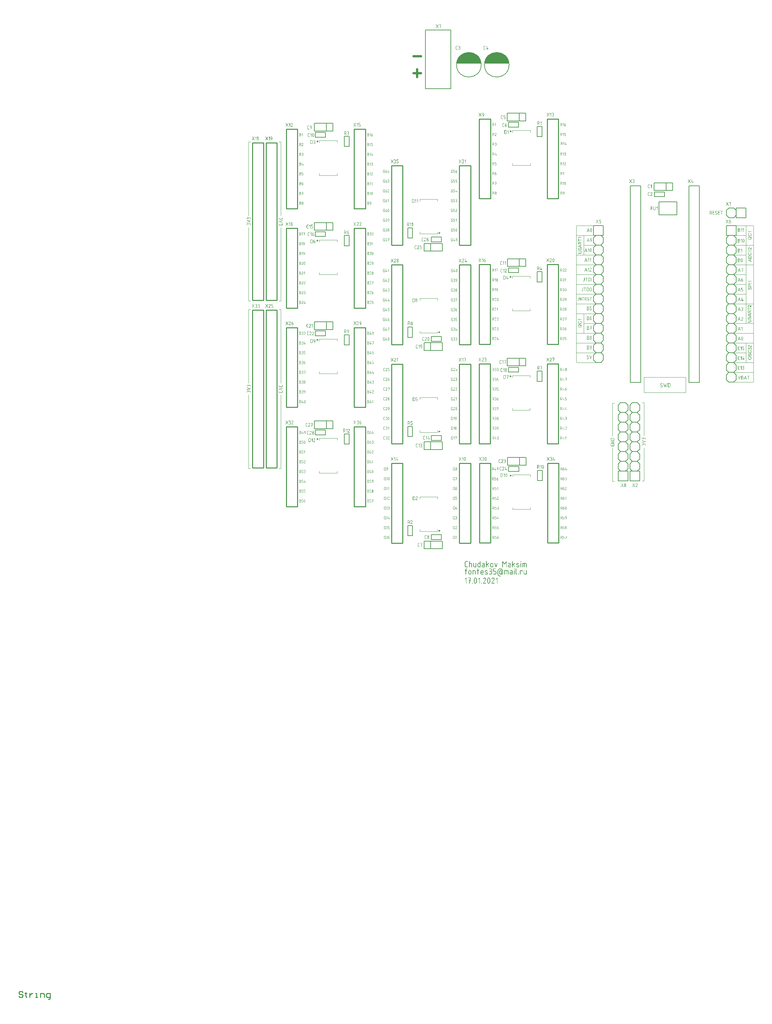
<source format=gto>
G04 Layer_Color=65535*
%FSLAX44Y44*%
%MOMM*%
G71*
G01*
G75*
%ADD21C,0.6000*%
%ADD35C,0.2500*%
%ADD36C,0.2000*%
%ADD37C,0.1000*%
%ADD38C,0.2540*%
G36*
X-66838Y-449629D02*
X-66765Y-449658D01*
X-66706Y-449717D01*
X-66633Y-449775D01*
X-66589Y-449878D01*
X-66574Y-450009D01*
Y-450024D01*
Y-450068D01*
X-66589Y-450141D01*
X-66618Y-450200D01*
X-66677Y-450273D01*
X-66735Y-450346D01*
X-66838Y-450390D01*
X-66969Y-450404D01*
X-69427D01*
X-69515Y-450419D01*
X-69632Y-450448D01*
X-69764Y-450492D01*
X-69896Y-450551D01*
X-70042Y-450638D01*
X-70174Y-450755D01*
X-70188Y-450770D01*
X-70232Y-450814D01*
X-70276Y-450887D01*
X-70334Y-450989D01*
X-70408Y-451107D01*
X-70451Y-451253D01*
X-70495Y-451414D01*
X-70510Y-451589D01*
Y-455540D01*
Y-455554D01*
Y-455627D01*
X-70495Y-455715D01*
X-70466Y-455832D01*
X-70422Y-455964D01*
X-70364Y-456096D01*
X-70290Y-456242D01*
X-70174Y-456373D01*
X-70159Y-456388D01*
X-70115Y-456432D01*
X-70042Y-456476D01*
X-69939Y-456534D01*
X-69822Y-456608D01*
X-69676Y-456651D01*
X-69515Y-456695D01*
X-69340Y-456710D01*
X-67365D01*
Y-453564D01*
X-68213D01*
X-68286Y-453550D01*
X-68345Y-453521D01*
X-68418Y-453462D01*
X-68491Y-453404D01*
X-68535Y-453301D01*
X-68549Y-453170D01*
Y-453155D01*
Y-453111D01*
X-68535Y-453038D01*
X-68506Y-452965D01*
X-68447Y-452906D01*
X-68389Y-452833D01*
X-68286Y-452789D01*
X-68155Y-452774D01*
X-66911D01*
X-66838Y-452789D01*
X-66765Y-452818D01*
X-66706Y-452877D01*
X-66633Y-452935D01*
X-66589Y-453038D01*
X-66574Y-453170D01*
Y-457120D01*
Y-457134D01*
Y-457178D01*
X-66589Y-457237D01*
X-66618Y-457310D01*
X-66677Y-457383D01*
X-66735Y-457441D01*
X-66838Y-457485D01*
X-66969Y-457500D01*
X-69413D01*
X-69471Y-457485D01*
X-69632Y-457471D01*
X-69822Y-457427D01*
X-70042Y-457354D01*
X-70276Y-457266D01*
X-70510Y-457120D01*
X-70729Y-456930D01*
X-70759Y-456900D01*
X-70817Y-456827D01*
X-70905Y-456710D01*
X-71007Y-456534D01*
X-71125Y-456344D01*
X-71212Y-456096D01*
X-71271Y-455832D01*
X-71300Y-455540D01*
Y-451589D01*
Y-451575D01*
Y-451545D01*
Y-451516D01*
X-71285Y-451458D01*
X-71271Y-451297D01*
X-71227Y-451107D01*
X-71154Y-450887D01*
X-71066Y-450653D01*
X-70920Y-450419D01*
X-70729Y-450200D01*
X-70700Y-450170D01*
X-70627Y-450112D01*
X-70510Y-450009D01*
X-70334Y-449907D01*
X-70144Y-449804D01*
X-69896Y-449702D01*
X-69632Y-449644D01*
X-69340Y-449614D01*
X-66911D01*
X-66838Y-449629D01*
D02*
G37*
G36*
X-62112Y-475029D02*
X-62039Y-475058D01*
X-61981Y-475117D01*
X-61907Y-475175D01*
X-61863Y-475278D01*
X-61849Y-475409D01*
Y-475424D01*
Y-475453D01*
X-61863Y-475512D01*
X-61878Y-475570D01*
X-61937Y-475687D01*
X-61981Y-475731D01*
X-62054Y-475760D01*
X-62068D01*
X-62098Y-475775D01*
X-62141Y-475790D01*
X-62200Y-475804D01*
X-62361Y-475877D01*
X-62566Y-475980D01*
X-62814Y-476111D01*
X-63063Y-476302D01*
X-63327Y-476536D01*
X-63575Y-476814D01*
X-63604Y-476843D01*
X-63663Y-476931D01*
X-63751Y-477062D01*
X-63853Y-477224D01*
X-63956Y-477428D01*
X-64043Y-477662D01*
X-64131Y-477911D01*
X-64175Y-478174D01*
X-62946D01*
X-62888Y-478189D01*
X-62741Y-478204D01*
X-62551Y-478248D01*
X-62317Y-478321D01*
X-62083Y-478423D01*
X-61849Y-478569D01*
X-61629Y-478760D01*
X-61600Y-478789D01*
X-61542Y-478862D01*
X-61454Y-478979D01*
X-61337Y-479140D01*
X-61234Y-479345D01*
X-61146Y-479579D01*
X-61088Y-479857D01*
X-61059Y-480149D01*
Y-480940D01*
Y-480954D01*
Y-480969D01*
Y-481013D01*
X-61073Y-481071D01*
X-61088Y-481232D01*
X-61132Y-481422D01*
X-61205Y-481642D01*
X-61308Y-481876D01*
X-61454Y-482110D01*
X-61644Y-482329D01*
X-61673Y-482359D01*
X-61746Y-482417D01*
X-61863Y-482505D01*
X-62024Y-482607D01*
X-62229Y-482724D01*
X-62463Y-482812D01*
X-62741Y-482871D01*
X-63034Y-482900D01*
X-63107D01*
X-63165Y-482885D01*
X-63327Y-482871D01*
X-63517Y-482827D01*
X-63736Y-482768D01*
X-63970Y-482666D01*
X-64204Y-482534D01*
X-64424Y-482344D01*
X-64453Y-482315D01*
X-64511Y-482242D01*
X-64599Y-482125D01*
X-64702Y-481949D01*
X-64819Y-481759D01*
X-64907Y-481510D01*
X-64965Y-481247D01*
X-64994Y-480954D01*
Y-478569D01*
Y-478555D01*
Y-478511D01*
Y-478438D01*
X-64980Y-478350D01*
X-64965Y-478233D01*
X-64950Y-478101D01*
X-64921Y-477940D01*
X-64877Y-477779D01*
X-64775Y-477414D01*
X-64702Y-477224D01*
X-64629Y-477019D01*
X-64526Y-476814D01*
X-64409Y-476624D01*
X-64277Y-476419D01*
X-64117Y-476229D01*
X-64102Y-476214D01*
X-64087Y-476199D01*
X-64043Y-476155D01*
X-64000Y-476097D01*
X-63853Y-475965D01*
X-63663Y-475790D01*
X-63443Y-475614D01*
X-63195Y-475424D01*
X-62902Y-475263D01*
X-62610Y-475117D01*
X-62595D01*
X-62566Y-475102D01*
X-62478Y-475058D01*
X-62361Y-475029D01*
X-62244Y-475014D01*
X-62185D01*
X-62112Y-475029D01*
D02*
G37*
G36*
X-66838Y-424229D02*
X-66765Y-424258D01*
X-66706Y-424317D01*
X-66633Y-424375D01*
X-66589Y-424478D01*
X-66574Y-424609D01*
Y-424624D01*
Y-424668D01*
X-66589Y-424741D01*
X-66618Y-424799D01*
X-66677Y-424873D01*
X-66735Y-424946D01*
X-66838Y-424990D01*
X-66969Y-425004D01*
X-69427D01*
X-69515Y-425019D01*
X-69632Y-425048D01*
X-69764Y-425092D01*
X-69896Y-425151D01*
X-70042Y-425238D01*
X-70174Y-425355D01*
X-70188Y-425370D01*
X-70232Y-425414D01*
X-70276Y-425487D01*
X-70334Y-425589D01*
X-70408Y-425707D01*
X-70451Y-425853D01*
X-70495Y-426014D01*
X-70510Y-426189D01*
Y-430140D01*
Y-430154D01*
Y-430227D01*
X-70495Y-430315D01*
X-70466Y-430432D01*
X-70422Y-430564D01*
X-70364Y-430695D01*
X-70290Y-430842D01*
X-70174Y-430974D01*
X-70159Y-430988D01*
X-70115Y-431032D01*
X-70042Y-431076D01*
X-69939Y-431134D01*
X-69822Y-431208D01*
X-69676Y-431251D01*
X-69515Y-431295D01*
X-69340Y-431310D01*
X-67365D01*
Y-428164D01*
X-68213D01*
X-68286Y-428150D01*
X-68345Y-428121D01*
X-68418Y-428062D01*
X-68491Y-428004D01*
X-68535Y-427901D01*
X-68549Y-427770D01*
Y-427755D01*
Y-427711D01*
X-68535Y-427638D01*
X-68506Y-427565D01*
X-68447Y-427506D01*
X-68389Y-427433D01*
X-68286Y-427389D01*
X-68155Y-427374D01*
X-66911D01*
X-66838Y-427389D01*
X-66765Y-427418D01*
X-66706Y-427477D01*
X-66633Y-427535D01*
X-66589Y-427638D01*
X-66574Y-427770D01*
Y-431720D01*
Y-431734D01*
Y-431778D01*
X-66589Y-431837D01*
X-66618Y-431910D01*
X-66677Y-431983D01*
X-66735Y-432042D01*
X-66838Y-432085D01*
X-66969Y-432100D01*
X-69413D01*
X-69471Y-432085D01*
X-69632Y-432071D01*
X-69822Y-432027D01*
X-70042Y-431954D01*
X-70276Y-431866D01*
X-70510Y-431720D01*
X-70729Y-431530D01*
X-70759Y-431500D01*
X-70817Y-431427D01*
X-70905Y-431310D01*
X-71007Y-431134D01*
X-71125Y-430944D01*
X-71212Y-430695D01*
X-71271Y-430432D01*
X-71300Y-430140D01*
Y-426189D01*
Y-426175D01*
Y-426146D01*
Y-426116D01*
X-71285Y-426058D01*
X-71271Y-425897D01*
X-71227Y-425707D01*
X-71154Y-425487D01*
X-71066Y-425253D01*
X-70920Y-425019D01*
X-70729Y-424799D01*
X-70700Y-424770D01*
X-70627Y-424712D01*
X-70510Y-424609D01*
X-70334Y-424507D01*
X-70144Y-424404D01*
X-69896Y-424302D01*
X-69632Y-424244D01*
X-69340Y-424214D01*
X-66911D01*
X-66838Y-424229D01*
D02*
G37*
G36*
X-61337Y-449629D02*
X-61264Y-449658D01*
X-61190Y-449717D01*
X-61132Y-449775D01*
X-61073Y-449878D01*
X-61059Y-450009D01*
Y-450024D01*
X-61073Y-450097D01*
X-61761Y-453170D01*
X-61395D01*
X-61322Y-453184D01*
X-61249Y-453213D01*
X-61190Y-453272D01*
X-61117Y-453330D01*
X-61073Y-453433D01*
X-61059Y-453564D01*
Y-453579D01*
Y-453623D01*
X-61073Y-453696D01*
X-61103Y-453755D01*
X-61161Y-453828D01*
X-61220Y-453901D01*
X-61322Y-453945D01*
X-61454Y-453960D01*
X-61937D01*
X-62653Y-457193D01*
Y-457207D01*
X-62668Y-457237D01*
X-62727Y-457339D01*
X-62785Y-457398D01*
X-62844Y-457456D01*
X-62931Y-457485D01*
X-63034Y-457500D01*
X-63092D01*
X-63165Y-457485D01*
X-63224Y-457456D01*
X-63297Y-457412D01*
X-63370Y-457339D01*
X-63414Y-457251D01*
X-63429Y-457120D01*
Y-457105D01*
Y-457090D01*
Y-457017D01*
X-62756Y-453960D01*
X-63107D01*
X-63165Y-453945D01*
X-63239Y-453916D01*
X-63312Y-453857D01*
X-63370Y-453799D01*
X-63414Y-453696D01*
X-63429Y-453564D01*
Y-453550D01*
Y-453506D01*
X-63414Y-453433D01*
X-63385Y-453360D01*
X-63327Y-453301D01*
X-63268Y-453228D01*
X-63165Y-453184D01*
X-63034Y-453170D01*
X-62580D01*
X-61951Y-450404D01*
X-64672D01*
X-64746Y-450390D01*
X-64804Y-450360D01*
X-64877Y-450302D01*
X-64950Y-450243D01*
X-64994Y-450141D01*
X-65009Y-450009D01*
Y-449995D01*
Y-449951D01*
X-64994Y-449878D01*
X-64965Y-449804D01*
X-64907Y-449746D01*
X-64848Y-449673D01*
X-64746Y-449629D01*
X-64614Y-449614D01*
X-61395D01*
X-61337Y-449629D01*
D02*
G37*
G36*
X-66838Y-500429D02*
X-66765Y-500458D01*
X-66706Y-500517D01*
X-66633Y-500575D01*
X-66589Y-500678D01*
X-66574Y-500809D01*
Y-500824D01*
Y-500868D01*
X-66589Y-500941D01*
X-66618Y-500999D01*
X-66677Y-501073D01*
X-66735Y-501146D01*
X-66838Y-501190D01*
X-66969Y-501204D01*
X-69427D01*
X-69515Y-501219D01*
X-69632Y-501248D01*
X-69764Y-501292D01*
X-69896Y-501351D01*
X-70042Y-501438D01*
X-70174Y-501555D01*
X-70188Y-501570D01*
X-70232Y-501614D01*
X-70276Y-501687D01*
X-70334Y-501790D01*
X-70408Y-501907D01*
X-70451Y-502053D01*
X-70495Y-502214D01*
X-70510Y-502389D01*
Y-506340D01*
Y-506354D01*
Y-506427D01*
X-70495Y-506515D01*
X-70466Y-506632D01*
X-70422Y-506764D01*
X-70364Y-506895D01*
X-70290Y-507042D01*
X-70174Y-507174D01*
X-70159Y-507188D01*
X-70115Y-507232D01*
X-70042Y-507276D01*
X-69939Y-507334D01*
X-69822Y-507408D01*
X-69676Y-507452D01*
X-69515Y-507495D01*
X-69340Y-507510D01*
X-67365D01*
Y-504365D01*
X-68213D01*
X-68286Y-504350D01*
X-68345Y-504321D01*
X-68418Y-504262D01*
X-68491Y-504203D01*
X-68535Y-504101D01*
X-68549Y-503969D01*
Y-503955D01*
Y-503911D01*
X-68535Y-503838D01*
X-68506Y-503765D01*
X-68447Y-503706D01*
X-68389Y-503633D01*
X-68286Y-503589D01*
X-68155Y-503574D01*
X-66911D01*
X-66838Y-503589D01*
X-66765Y-503618D01*
X-66706Y-503677D01*
X-66633Y-503735D01*
X-66589Y-503838D01*
X-66574Y-503969D01*
Y-507920D01*
Y-507934D01*
Y-507978D01*
X-66589Y-508037D01*
X-66618Y-508110D01*
X-66677Y-508183D01*
X-66735Y-508242D01*
X-66838Y-508285D01*
X-66969Y-508300D01*
X-69413D01*
X-69471Y-508285D01*
X-69632Y-508271D01*
X-69822Y-508227D01*
X-70042Y-508154D01*
X-70276Y-508066D01*
X-70510Y-507920D01*
X-70729Y-507729D01*
X-70759Y-507700D01*
X-70817Y-507627D01*
X-70905Y-507510D01*
X-71007Y-507334D01*
X-71125Y-507144D01*
X-71212Y-506895D01*
X-71271Y-506632D01*
X-71300Y-506340D01*
Y-502389D01*
Y-502375D01*
Y-502346D01*
Y-502316D01*
X-71285Y-502258D01*
X-71271Y-502097D01*
X-71227Y-501907D01*
X-71154Y-501687D01*
X-71066Y-501453D01*
X-70920Y-501219D01*
X-70729Y-500999D01*
X-70700Y-500970D01*
X-70627Y-500912D01*
X-70510Y-500809D01*
X-70334Y-500707D01*
X-70144Y-500605D01*
X-69896Y-500502D01*
X-69632Y-500443D01*
X-69340Y-500414D01*
X-66911D01*
X-66838Y-500429D01*
D02*
G37*
G36*
X-62902Y-525829D02*
X-62829Y-525858D01*
X-62771Y-525917D01*
X-62697Y-525975D01*
X-62653Y-526078D01*
X-62639Y-526209D01*
Y-526224D01*
Y-526239D01*
X-62668Y-526326D01*
X-64102Y-531330D01*
X-62244D01*
Y-530159D01*
Y-530145D01*
Y-530101D01*
X-62229Y-530028D01*
X-62200Y-529955D01*
X-62141Y-529896D01*
X-62083Y-529823D01*
X-61981Y-529779D01*
X-61849Y-529765D01*
X-61790D01*
X-61717Y-529779D01*
X-61644Y-529808D01*
X-61585Y-529867D01*
X-61512Y-529925D01*
X-61468Y-530028D01*
X-61454Y-530159D01*
Y-531330D01*
X-60620D01*
X-60547Y-531345D01*
X-60473Y-531374D01*
X-60415Y-531432D01*
X-60342Y-531491D01*
X-60298Y-531593D01*
X-60283Y-531725D01*
Y-531740D01*
Y-531783D01*
X-60298Y-531857D01*
X-60327Y-531915D01*
X-60386Y-531988D01*
X-60444Y-532061D01*
X-60547Y-532105D01*
X-60678Y-532120D01*
X-61454D01*
Y-533305D01*
Y-533320D01*
Y-533364D01*
X-61468Y-533437D01*
X-61498Y-533495D01*
X-61556Y-533568D01*
X-61615Y-533642D01*
X-61717Y-533685D01*
X-61849Y-533700D01*
X-61907D01*
X-61981Y-533685D01*
X-62039Y-533656D01*
X-62112Y-533598D01*
X-62185Y-533539D01*
X-62229Y-533437D01*
X-62244Y-533305D01*
Y-532120D01*
X-64672D01*
X-64746Y-532105D01*
X-64804Y-532076D01*
X-64877Y-532032D01*
X-64950Y-531959D01*
X-64994Y-531871D01*
X-65009Y-531740D01*
Y-531725D01*
Y-531696D01*
X-64994Y-531623D01*
X-63414Y-526107D01*
Y-526092D01*
X-63400Y-526063D01*
X-63341Y-525961D01*
X-63283Y-525902D01*
X-63224Y-525858D01*
X-63136Y-525829D01*
X-63034Y-525814D01*
X-62975D01*
X-62902Y-525829D01*
D02*
G37*
G36*
X-66838Y-475029D02*
X-66765Y-475058D01*
X-66706Y-475117D01*
X-66633Y-475175D01*
X-66589Y-475278D01*
X-66574Y-475409D01*
Y-475424D01*
Y-475468D01*
X-66589Y-475541D01*
X-66618Y-475600D01*
X-66677Y-475673D01*
X-66735Y-475746D01*
X-66838Y-475790D01*
X-66969Y-475804D01*
X-69427D01*
X-69515Y-475819D01*
X-69632Y-475848D01*
X-69764Y-475892D01*
X-69896Y-475951D01*
X-70042Y-476038D01*
X-70174Y-476155D01*
X-70188Y-476170D01*
X-70232Y-476214D01*
X-70276Y-476287D01*
X-70334Y-476390D01*
X-70408Y-476507D01*
X-70451Y-476653D01*
X-70495Y-476814D01*
X-70510Y-476989D01*
Y-480940D01*
Y-480954D01*
Y-481027D01*
X-70495Y-481115D01*
X-70466Y-481232D01*
X-70422Y-481364D01*
X-70364Y-481496D01*
X-70290Y-481642D01*
X-70174Y-481773D01*
X-70159Y-481788D01*
X-70115Y-481832D01*
X-70042Y-481876D01*
X-69939Y-481934D01*
X-69822Y-482008D01*
X-69676Y-482052D01*
X-69515Y-482095D01*
X-69340Y-482110D01*
X-67365D01*
Y-478965D01*
X-68213D01*
X-68286Y-478950D01*
X-68345Y-478921D01*
X-68418Y-478862D01*
X-68491Y-478803D01*
X-68535Y-478701D01*
X-68549Y-478569D01*
Y-478555D01*
Y-478511D01*
X-68535Y-478438D01*
X-68506Y-478365D01*
X-68447Y-478306D01*
X-68389Y-478233D01*
X-68286Y-478189D01*
X-68155Y-478174D01*
X-66911D01*
X-66838Y-478189D01*
X-66765Y-478218D01*
X-66706Y-478277D01*
X-66633Y-478335D01*
X-66589Y-478438D01*
X-66574Y-478569D01*
Y-482520D01*
Y-482534D01*
Y-482578D01*
X-66589Y-482637D01*
X-66618Y-482710D01*
X-66677Y-482783D01*
X-66735Y-482841D01*
X-66838Y-482885D01*
X-66969Y-482900D01*
X-69413D01*
X-69471Y-482885D01*
X-69632Y-482871D01*
X-69822Y-482827D01*
X-70042Y-482754D01*
X-70276Y-482666D01*
X-70510Y-482520D01*
X-70729Y-482329D01*
X-70759Y-482300D01*
X-70817Y-482227D01*
X-70905Y-482110D01*
X-71007Y-481934D01*
X-71125Y-481744D01*
X-71212Y-481496D01*
X-71271Y-481232D01*
X-71300Y-480940D01*
Y-476989D01*
Y-476975D01*
Y-476945D01*
Y-476916D01*
X-71285Y-476858D01*
X-71271Y-476697D01*
X-71227Y-476507D01*
X-71154Y-476287D01*
X-71066Y-476053D01*
X-70920Y-475819D01*
X-70729Y-475600D01*
X-70700Y-475570D01*
X-70627Y-475512D01*
X-70510Y-475409D01*
X-70334Y-475307D01*
X-70144Y-475205D01*
X-69896Y-475102D01*
X-69632Y-475043D01*
X-69340Y-475014D01*
X-66911D01*
X-66838Y-475029D01*
D02*
G37*
G36*
X-61732Y-500429D02*
X-61659Y-500458D01*
X-61585Y-500517D01*
X-61527Y-500575D01*
X-61483Y-500678D01*
X-61468Y-500809D01*
Y-500824D01*
Y-500868D01*
X-61483Y-500941D01*
X-61512Y-500999D01*
X-61556Y-501073D01*
X-61629Y-501146D01*
X-61717Y-501190D01*
X-61849Y-501204D01*
X-64204D01*
Y-503574D01*
X-62961D01*
X-62902Y-503589D01*
X-62741Y-503604D01*
X-62551Y-503648D01*
X-62332Y-503721D01*
X-62098Y-503823D01*
X-61863Y-503969D01*
X-61644Y-504160D01*
X-61615Y-504189D01*
X-61556Y-504262D01*
X-61454Y-504394D01*
X-61351Y-504555D01*
X-61249Y-504759D01*
X-61146Y-504994D01*
X-61088Y-505257D01*
X-61059Y-505550D01*
Y-506340D01*
Y-506354D01*
Y-506369D01*
Y-506413D01*
X-61073Y-506471D01*
X-61088Y-506632D01*
X-61132Y-506822D01*
X-61205Y-507042D01*
X-61308Y-507276D01*
X-61454Y-507510D01*
X-61644Y-507729D01*
X-61673Y-507759D01*
X-61746Y-507817D01*
X-61878Y-507905D01*
X-62039Y-508007D01*
X-62244Y-508125D01*
X-62478Y-508212D01*
X-62741Y-508271D01*
X-63034Y-508300D01*
X-64672D01*
X-64731Y-508285D01*
X-64804Y-508256D01*
X-64877Y-508198D01*
X-64936Y-508139D01*
X-64980Y-508037D01*
X-64994Y-507905D01*
Y-507890D01*
Y-507846D01*
X-64980Y-507773D01*
X-64950Y-507700D01*
X-64907Y-507642D01*
X-64833Y-507569D01*
X-64746Y-507525D01*
X-64614Y-507510D01*
X-62946D01*
X-62858Y-507495D01*
X-62741Y-507466D01*
X-62610Y-507422D01*
X-62478Y-507364D01*
X-62332Y-507291D01*
X-62200Y-507174D01*
X-62185Y-507159D01*
X-62141Y-507115D01*
X-62083Y-507042D01*
X-62024Y-506939D01*
X-61966Y-506822D01*
X-61907Y-506676D01*
X-61863Y-506515D01*
X-61849Y-506340D01*
Y-505550D01*
Y-505535D01*
Y-505462D01*
X-61863Y-505374D01*
X-61893Y-505257D01*
X-61937Y-505140D01*
X-61995Y-504994D01*
X-62083Y-504847D01*
X-62200Y-504716D01*
X-62215Y-504701D01*
X-62258Y-504657D01*
X-62332Y-504599D01*
X-62434Y-504540D01*
X-62551Y-504482D01*
X-62697Y-504423D01*
X-62858Y-504379D01*
X-63034Y-504365D01*
X-64672D01*
X-64731Y-504350D01*
X-64804Y-504321D01*
X-64877Y-504262D01*
X-64936Y-504203D01*
X-64980Y-504101D01*
X-64994Y-503969D01*
Y-500809D01*
Y-500795D01*
Y-500751D01*
X-64980Y-500678D01*
X-64950Y-500605D01*
X-64907Y-500546D01*
X-64833Y-500473D01*
X-64746Y-500429D01*
X-64614Y-500414D01*
X-61790D01*
X-61732Y-500429D01*
D02*
G37*
G36*
X-62902Y-424229D02*
X-62741Y-424244D01*
X-62551Y-424287D01*
X-62332Y-424361D01*
X-62098Y-424463D01*
X-61863Y-424609D01*
X-61644Y-424799D01*
X-61615Y-424829D01*
X-61556Y-424902D01*
X-61454Y-425019D01*
X-61351Y-425180D01*
X-61249Y-425385D01*
X-61146Y-425619D01*
X-61088Y-425897D01*
X-61059Y-426189D01*
Y-426204D01*
Y-426233D01*
Y-426277D01*
X-61073Y-426350D01*
X-61088Y-426438D01*
X-61103Y-426526D01*
X-61161Y-426760D01*
X-61249Y-427009D01*
X-61395Y-427272D01*
X-61483Y-427404D01*
X-61585Y-427535D01*
X-61702Y-427652D01*
X-61849Y-427770D01*
X-61820Y-427784D01*
X-61761Y-427843D01*
X-61659Y-427930D01*
X-61556Y-428062D01*
X-61424Y-428208D01*
X-61308Y-428399D01*
X-61205Y-428603D01*
X-61132Y-428823D01*
Y-428838D01*
X-61117Y-428881D01*
X-61103Y-428984D01*
X-61088Y-429101D01*
Y-429291D01*
X-61073Y-429510D01*
X-61059Y-429642D01*
Y-429803D01*
Y-429964D01*
Y-430140D01*
Y-430154D01*
Y-430169D01*
Y-430213D01*
X-61073Y-430271D01*
X-61088Y-430432D01*
X-61132Y-430622D01*
X-61205Y-430842D01*
X-61308Y-431076D01*
X-61454Y-431310D01*
X-61644Y-431530D01*
X-61673Y-431559D01*
X-61746Y-431617D01*
X-61863Y-431705D01*
X-62024Y-431807D01*
X-62229Y-431925D01*
X-62463Y-432012D01*
X-62741Y-432071D01*
X-63034Y-432100D01*
X-63107D01*
X-63165Y-432085D01*
X-63327Y-432071D01*
X-63517Y-432027D01*
X-63736Y-431954D01*
X-63970Y-431866D01*
X-64204Y-431720D01*
X-64424Y-431530D01*
X-64453Y-431500D01*
X-64511Y-431427D01*
X-64599Y-431310D01*
X-64702Y-431134D01*
X-64819Y-430944D01*
X-64907Y-430695D01*
X-64965Y-430432D01*
X-64994Y-430140D01*
Y-429350D01*
Y-429335D01*
Y-429306D01*
Y-429262D01*
X-64980Y-429189D01*
X-64965Y-429101D01*
X-64950Y-429013D01*
X-64892Y-428779D01*
X-64804Y-428530D01*
X-64658Y-428267D01*
X-64570Y-428135D01*
X-64468Y-428004D01*
X-64336Y-427887D01*
X-64204Y-427770D01*
X-64219Y-427755D01*
X-64234Y-427740D01*
X-64321Y-427667D01*
X-64453Y-427521D01*
X-64599Y-427345D01*
X-64746Y-427126D01*
X-64877Y-426848D01*
X-64965Y-426540D01*
X-64980Y-426365D01*
X-64994Y-426189D01*
Y-426175D01*
Y-426146D01*
Y-426116D01*
X-64980Y-426058D01*
X-64965Y-425897D01*
X-64921Y-425707D01*
X-64848Y-425487D01*
X-64760Y-425253D01*
X-64614Y-425019D01*
X-64424Y-424799D01*
X-64394Y-424770D01*
X-64321Y-424712D01*
X-64204Y-424609D01*
X-64029Y-424507D01*
X-63839Y-424404D01*
X-63590Y-424302D01*
X-63327Y-424244D01*
X-63034Y-424214D01*
X-62961D01*
X-62902Y-424229D01*
D02*
G37*
G36*
X210216Y342871D02*
X210304D01*
X210407Y342856D01*
X210626Y342798D01*
X210889Y342710D01*
X211167Y342593D01*
X211460Y342418D01*
X211592Y342301D01*
X211723Y342183D01*
X211738Y342169D01*
X211753Y342154D01*
X211782Y342110D01*
X211840Y342066D01*
X211943Y341920D01*
X212075Y341715D01*
X212206Y341481D01*
X212323Y341189D01*
X212396Y340867D01*
X212411Y340691D01*
X212426Y340516D01*
Y340501D01*
Y340443D01*
X212411Y340355D01*
Y340252D01*
X212382Y340121D01*
X212352Y339974D01*
X212309Y339799D01*
X212250Y339623D01*
X212177Y339448D01*
X212075Y339257D01*
X211972Y339082D01*
X211826Y338906D01*
X211665Y338731D01*
X211475Y338570D01*
X211255Y338438D01*
X211006Y338321D01*
X212382Y335571D01*
X212396Y335556D01*
X212411Y335512D01*
X212426Y335453D01*
Y335380D01*
Y335351D01*
X212411Y335293D01*
X212367Y335205D01*
X212294Y335117D01*
X212279Y335102D01*
X212221Y335059D01*
X212133Y335015D01*
X212016Y335000D01*
X211972D01*
X211884Y335029D01*
X211826Y335059D01*
X211767Y335088D01*
X211709Y335146D01*
X211665Y335219D01*
X210202Y338145D01*
X208490D01*
Y335380D01*
Y335366D01*
Y335322D01*
X208475Y335263D01*
X208446Y335190D01*
X208388Y335117D01*
X208329Y335059D01*
X208227Y335015D01*
X208095Y335000D01*
X208036D01*
X207963Y335015D01*
X207905Y335044D01*
X207832Y335088D01*
X207759Y335161D01*
X207715Y335249D01*
X207700Y335380D01*
Y342491D01*
Y342505D01*
Y342549D01*
X207715Y342622D01*
X207744Y342696D01*
X207788Y342754D01*
X207861Y342827D01*
X207949Y342871D01*
X208080Y342886D01*
X210158D01*
X210216Y342871D01*
D02*
G37*
G36*
X220004Y317471D02*
X220077Y317456D01*
X220180Y317442D01*
X220282Y317413D01*
X220399Y317354D01*
X220516Y317296D01*
X220648Y317222D01*
X220794Y317120D01*
X220926Y317003D01*
X221057Y316857D01*
X221189Y316681D01*
X221306Y316476D01*
X221423Y316242D01*
X221526Y315979D01*
Y315964D01*
X221540Y315935D01*
X221555Y315876D01*
X221584Y315789D01*
X221614Y315701D01*
X221643Y315584D01*
X221672Y315438D01*
X221701Y315291D01*
X221730Y315116D01*
X221760Y314925D01*
X221818Y314516D01*
X221862Y314048D01*
X221877Y313536D01*
Y313521D01*
Y313477D01*
Y313404D01*
Y313302D01*
X221862Y313184D01*
Y313038D01*
X221848Y312877D01*
X221833Y312702D01*
X221789Y312321D01*
X221730Y311912D01*
X221643Y311502D01*
X221526Y311092D01*
Y311078D01*
X221496Y311034D01*
X221467Y310961D01*
X221423Y310858D01*
X221379Y310741D01*
X221306Y310624D01*
X221131Y310346D01*
X220911Y310068D01*
X220765Y309951D01*
X220619Y309834D01*
X220458Y309732D01*
X220297Y309659D01*
X220107Y309615D01*
X219902Y309600D01*
X219858D01*
X219799Y309615D01*
X219726Y309629D01*
X219624Y309644D01*
X219521Y309673D01*
X219404Y309732D01*
X219287Y309790D01*
X219156Y309863D01*
X219024Y309966D01*
X218878Y310083D01*
X218746Y310229D01*
X218614Y310405D01*
X218497Y310595D01*
X218380Y310829D01*
X218278Y311092D01*
Y311107D01*
X218263Y311136D01*
X218249Y311195D01*
X218219Y311268D01*
X218205Y311370D01*
X218175Y311487D01*
X218146Y311634D01*
X218117Y311780D01*
X218073Y311956D01*
X218044Y312146D01*
X218014Y312336D01*
X218000Y312555D01*
X217956Y313023D01*
X217941Y313536D01*
Y313550D01*
Y313594D01*
Y313667D01*
Y313770D01*
X217956Y313901D01*
Y314033D01*
X217971Y314194D01*
X217985Y314370D01*
X218029Y314750D01*
X218088Y315159D01*
X218161Y315584D01*
X218278Y315979D01*
Y315993D01*
X218307Y316037D01*
X218336Y316125D01*
X218380Y316213D01*
X218424Y316330D01*
X218497Y316462D01*
X218673Y316740D01*
X218907Y317003D01*
X219039Y317135D01*
X219185Y317252D01*
X219346Y317354D01*
X219507Y317427D01*
X219697Y317471D01*
X219902Y317486D01*
X219946D01*
X220004Y317471D01*
D02*
G37*
G36*
X220048Y342871D02*
X220121Y342842D01*
X220180Y342783D01*
X220253Y342725D01*
X220297Y342622D01*
X220311Y342491D01*
Y335380D01*
Y335366D01*
Y335322D01*
X220297Y335263D01*
X220268Y335190D01*
X220209Y335117D01*
X220150Y335059D01*
X220048Y335015D01*
X219916Y335000D01*
X219858D01*
X219785Y335015D01*
X219726Y335044D01*
X219653Y335088D01*
X219580Y335161D01*
X219536Y335249D01*
X219521Y335380D01*
Y341540D01*
X218600Y340633D01*
X218585Y340618D01*
X218526Y340574D01*
X218439Y340530D01*
X218336Y340516D01*
X218278D01*
X218205Y340530D01*
X218146Y340560D01*
X218073Y340618D01*
X218000Y340677D01*
X217956Y340779D01*
X217941Y340911D01*
Y340925D01*
Y340940D01*
X217956Y341013D01*
X217985Y341101D01*
X218044Y341189D01*
X219594Y342725D01*
Y342739D01*
X219624Y342754D01*
X219697Y342813D01*
X219799Y342856D01*
X219858Y342886D01*
X219975D01*
X220048Y342871D01*
D02*
G37*
G36*
X216112D02*
X216186Y342842D01*
X216244Y342783D01*
X216317Y342725D01*
X216361Y342622D01*
X216376Y342491D01*
Y335380D01*
Y335366D01*
Y335322D01*
X216361Y335263D01*
X216332Y335190D01*
X216273Y335117D01*
X216215Y335059D01*
X216112Y335015D01*
X215981Y335000D01*
X215922D01*
X215849Y335015D01*
X215791Y335044D01*
X215717Y335088D01*
X215644Y335161D01*
X215600Y335249D01*
X215586Y335380D01*
Y341540D01*
X214664Y340633D01*
X214649Y340618D01*
X214591Y340574D01*
X214503Y340530D01*
X214401Y340516D01*
X214342D01*
X214269Y340530D01*
X214210Y340560D01*
X214137Y340618D01*
X214064Y340677D01*
X214020Y340779D01*
X214006Y340911D01*
Y340925D01*
Y340940D01*
X214020Y341013D01*
X214050Y341101D01*
X214108Y341189D01*
X215659Y342725D01*
Y342739D01*
X215688Y342754D01*
X215761Y342813D01*
X215864Y342856D01*
X215922Y342886D01*
X216039D01*
X216112Y342871D01*
D02*
G37*
G36*
X216098Y292071D02*
X216259Y292057D01*
X216449Y292013D01*
X216668Y291954D01*
X216903Y291852D01*
X217137Y291705D01*
X217356Y291515D01*
X217385Y291486D01*
X217444Y291413D01*
X217546Y291296D01*
X217649Y291135D01*
X217751Y290930D01*
X217854Y290696D01*
X217912Y290418D01*
X217941Y290125D01*
Y287740D01*
Y287711D01*
Y287653D01*
X217927Y287550D01*
X217912Y287404D01*
X217883Y287243D01*
X217839Y287038D01*
X217780Y286833D01*
X217707Y286599D01*
X217605Y286351D01*
X217488Y286087D01*
X217327Y285824D01*
X217151Y285561D01*
X216932Y285297D01*
X216683Y285034D01*
X216405Y284800D01*
X216069Y284566D01*
X216039Y284551D01*
X215966Y284507D01*
X215864Y284449D01*
X215732Y284390D01*
X215586Y284317D01*
X215439Y284258D01*
X215293Y284215D01*
X215176Y284200D01*
X215147D01*
X215088Y284215D01*
X215000Y284244D01*
X214913Y284317D01*
X214898Y284332D01*
X214854Y284390D01*
X214810Y284478D01*
X214796Y284580D01*
Y284595D01*
Y284624D01*
X214810Y284668D01*
X214825Y284727D01*
X214883Y284844D01*
X214927Y284902D01*
X214986Y284932D01*
X215000D01*
X215059Y284961D01*
X215132Y284990D01*
X215235Y285019D01*
X215469Y285122D01*
X215703Y285253D01*
X215717Y285268D01*
X215761Y285297D01*
X215820Y285341D01*
X215908Y285400D01*
X215995Y285487D01*
X216112Y285575D01*
X216229Y285692D01*
X216346Y285824D01*
X216478Y285970D01*
X216610Y286131D01*
X216829Y286482D01*
X216932Y286687D01*
X217020Y286892D01*
X217078Y287111D01*
X217122Y287346D01*
X215893D01*
X215835Y287360D01*
X215674Y287375D01*
X215483Y287419D01*
X215264Y287492D01*
X215030Y287580D01*
X214796Y287726D01*
X214576Y287916D01*
X214547Y287945D01*
X214489Y288018D01*
X214401Y288136D01*
X214298Y288311D01*
X214181Y288516D01*
X214093Y288750D01*
X214035Y289028D01*
X214006Y289321D01*
Y290111D01*
Y290125D01*
Y290155D01*
Y290184D01*
X214020Y290242D01*
X214035Y290403D01*
X214079Y290593D01*
X214152Y290813D01*
X214240Y291047D01*
X214386Y291281D01*
X214576Y291501D01*
X214606Y291530D01*
X214679Y291588D01*
X214796Y291691D01*
X214971Y291793D01*
X215161Y291896D01*
X215410Y291998D01*
X215674Y292057D01*
X215966Y292086D01*
X216039D01*
X216098Y292071D01*
D02*
G37*
G36*
X210216D02*
X210304D01*
X210407Y292057D01*
X210626Y291998D01*
X210889Y291910D01*
X211167Y291793D01*
X211460Y291618D01*
X211592Y291501D01*
X211723Y291383D01*
X211738Y291369D01*
X211753Y291354D01*
X211782Y291310D01*
X211840Y291266D01*
X211943Y291120D01*
X212075Y290915D01*
X212206Y290681D01*
X212323Y290389D01*
X212396Y290067D01*
X212411Y289891D01*
X212426Y289716D01*
Y289701D01*
Y289643D01*
X212411Y289555D01*
Y289452D01*
X212382Y289321D01*
X212352Y289174D01*
X212309Y288999D01*
X212250Y288823D01*
X212177Y288648D01*
X212075Y288457D01*
X211972Y288282D01*
X211826Y288106D01*
X211665Y287931D01*
X211475Y287770D01*
X211255Y287638D01*
X211006Y287521D01*
X212382Y284771D01*
X212396Y284756D01*
X212411Y284712D01*
X212426Y284653D01*
Y284580D01*
Y284551D01*
X212411Y284493D01*
X212367Y284405D01*
X212294Y284317D01*
X212279Y284302D01*
X212221Y284258D01*
X212133Y284215D01*
X212016Y284200D01*
X211972D01*
X211884Y284229D01*
X211826Y284258D01*
X211767Y284288D01*
X211709Y284346D01*
X211665Y284419D01*
X210202Y287346D01*
X208490D01*
Y284580D01*
Y284566D01*
Y284522D01*
X208475Y284463D01*
X208446Y284390D01*
X208388Y284317D01*
X208329Y284258D01*
X208227Y284215D01*
X208095Y284200D01*
X208036D01*
X207963Y284215D01*
X207905Y284244D01*
X207832Y284288D01*
X207759Y284361D01*
X207715Y284449D01*
X207700Y284580D01*
Y291691D01*
Y291705D01*
Y291749D01*
X207715Y291822D01*
X207744Y291896D01*
X207788Y291954D01*
X207861Y292027D01*
X207949Y292071D01*
X208080Y292086D01*
X210158D01*
X210216Y292071D01*
D02*
G37*
G36*
X216112Y317471D02*
X216186Y317442D01*
X216244Y317383D01*
X216317Y317325D01*
X216361Y317222D01*
X216376Y317091D01*
Y309980D01*
Y309966D01*
Y309922D01*
X216361Y309863D01*
X216332Y309790D01*
X216273Y309717D01*
X216215Y309659D01*
X216112Y309615D01*
X215981Y309600D01*
X215922D01*
X215849Y309615D01*
X215791Y309644D01*
X215717Y309688D01*
X215644Y309761D01*
X215600Y309849D01*
X215586Y309980D01*
Y316140D01*
X214664Y315233D01*
X214649Y315218D01*
X214591Y315174D01*
X214503Y315130D01*
X214401Y315116D01*
X214342D01*
X214269Y315130D01*
X214210Y315159D01*
X214137Y315218D01*
X214064Y315277D01*
X214020Y315379D01*
X214006Y315511D01*
Y315525D01*
Y315540D01*
X214020Y315613D01*
X214050Y315701D01*
X214108Y315789D01*
X215659Y317325D01*
Y317339D01*
X215688Y317354D01*
X215761Y317413D01*
X215864Y317456D01*
X215922Y317486D01*
X216039D01*
X216112Y317471D01*
D02*
G37*
G36*
X210216D02*
X210304D01*
X210407Y317456D01*
X210626Y317398D01*
X210889Y317310D01*
X211167Y317193D01*
X211460Y317018D01*
X211592Y316901D01*
X211723Y316784D01*
X211738Y316769D01*
X211753Y316754D01*
X211782Y316710D01*
X211840Y316667D01*
X211943Y316520D01*
X212075Y316315D01*
X212206Y316081D01*
X212323Y315789D01*
X212396Y315467D01*
X212411Y315291D01*
X212426Y315116D01*
Y315101D01*
Y315042D01*
X212411Y314955D01*
Y314852D01*
X212382Y314721D01*
X212352Y314574D01*
X212309Y314399D01*
X212250Y314223D01*
X212177Y314048D01*
X212075Y313857D01*
X211972Y313682D01*
X211826Y313506D01*
X211665Y313331D01*
X211475Y313170D01*
X211255Y313038D01*
X211006Y312921D01*
X212382Y310171D01*
X212396Y310156D01*
X212411Y310112D01*
X212426Y310054D01*
Y309980D01*
Y309951D01*
X212411Y309893D01*
X212367Y309805D01*
X212294Y309717D01*
X212279Y309702D01*
X212221Y309659D01*
X212133Y309615D01*
X212016Y309600D01*
X211972D01*
X211884Y309629D01*
X211826Y309659D01*
X211767Y309688D01*
X211709Y309746D01*
X211665Y309819D01*
X210202Y312745D01*
X208490D01*
Y309980D01*
Y309966D01*
Y309922D01*
X208475Y309863D01*
X208446Y309790D01*
X208388Y309717D01*
X208329Y309659D01*
X208227Y309615D01*
X208095Y309600D01*
X208036D01*
X207963Y309615D01*
X207905Y309644D01*
X207832Y309688D01*
X207759Y309761D01*
X207715Y309849D01*
X207700Y309980D01*
Y317091D01*
Y317105D01*
Y317149D01*
X207715Y317222D01*
X207744Y317296D01*
X207788Y317354D01*
X207861Y317427D01*
X207949Y317471D01*
X208080Y317486D01*
X210158D01*
X210216Y317471D01*
D02*
G37*
G36*
X-242388Y-576529D02*
X-242314Y-576558D01*
X-242256Y-576617D01*
X-242183Y-576675D01*
X-242139Y-576778D01*
X-242124Y-576909D01*
Y-584020D01*
Y-584034D01*
Y-584078D01*
X-242139Y-584137D01*
X-242168Y-584210D01*
X-242227Y-584283D01*
X-242285Y-584342D01*
X-242388Y-584385D01*
X-242519Y-584400D01*
X-242578D01*
X-242651Y-584385D01*
X-242709Y-584356D01*
X-242783Y-584312D01*
X-242856Y-584239D01*
X-242900Y-584151D01*
X-242914Y-584020D01*
Y-577860D01*
X-243836Y-578767D01*
X-243851Y-578782D01*
X-243909Y-578826D01*
X-243997Y-578870D01*
X-244099Y-578884D01*
X-244158D01*
X-244231Y-578870D01*
X-244289Y-578840D01*
X-244363Y-578782D01*
X-244436Y-578723D01*
X-244480Y-578621D01*
X-244494Y-578489D01*
Y-578475D01*
Y-578460D01*
X-244480Y-578387D01*
X-244450Y-578299D01*
X-244392Y-578211D01*
X-242841Y-576675D01*
Y-576660D01*
X-242812Y-576646D01*
X-242739Y-576587D01*
X-242636Y-576544D01*
X-242578Y-576514D01*
X-242461D01*
X-242388Y-576529D01*
D02*
G37*
G36*
X-246338D02*
X-246265Y-576558D01*
X-246206Y-576617D01*
X-246133Y-576675D01*
X-246089Y-576778D01*
X-246074Y-576909D01*
Y-576924D01*
Y-576968D01*
X-246089Y-577041D01*
X-246118Y-577099D01*
X-246177Y-577173D01*
X-246235Y-577246D01*
X-246338Y-577290D01*
X-246469Y-577304D01*
X-248927D01*
X-249015Y-577319D01*
X-249132Y-577348D01*
X-249264Y-577392D01*
X-249396Y-577451D01*
X-249542Y-577538D01*
X-249674Y-577655D01*
X-249688Y-577670D01*
X-249732Y-577714D01*
X-249776Y-577787D01*
X-249834Y-577890D01*
X-249908Y-578007D01*
X-249951Y-578153D01*
X-249995Y-578314D01*
X-250010Y-578489D01*
Y-582439D01*
Y-582454D01*
Y-582527D01*
X-249995Y-582615D01*
X-249966Y-582732D01*
X-249922Y-582864D01*
X-249864Y-582995D01*
X-249790Y-583142D01*
X-249674Y-583274D01*
X-249659Y-583288D01*
X-249615Y-583332D01*
X-249542Y-583376D01*
X-249439Y-583434D01*
X-249322Y-583507D01*
X-249176Y-583551D01*
X-249015Y-583595D01*
X-248840Y-583610D01*
X-246864D01*
Y-580464D01*
X-247713D01*
X-247786Y-580450D01*
X-247845Y-580420D01*
X-247918Y-580362D01*
X-247991Y-580303D01*
X-248035Y-580201D01*
X-248050Y-580069D01*
Y-580055D01*
Y-580011D01*
X-248035Y-579938D01*
X-248006Y-579865D01*
X-247947Y-579806D01*
X-247889Y-579733D01*
X-247786Y-579689D01*
X-247654Y-579674D01*
X-246411D01*
X-246338Y-579689D01*
X-246265Y-579718D01*
X-246206Y-579777D01*
X-246133Y-579835D01*
X-246089Y-579938D01*
X-246074Y-580069D01*
Y-584020D01*
Y-584034D01*
Y-584078D01*
X-246089Y-584137D01*
X-246118Y-584210D01*
X-246177Y-584283D01*
X-246235Y-584342D01*
X-246338Y-584385D01*
X-246469Y-584400D01*
X-248913D01*
X-248971Y-584385D01*
X-249132Y-584371D01*
X-249322Y-584327D01*
X-249542Y-584254D01*
X-249776Y-584166D01*
X-250010Y-584020D01*
X-250229Y-583829D01*
X-250259Y-583800D01*
X-250317Y-583727D01*
X-250405Y-583610D01*
X-250507Y-583434D01*
X-250625Y-583244D01*
X-250712Y-582995D01*
X-250771Y-582732D01*
X-250800Y-582439D01*
Y-578489D01*
Y-578475D01*
Y-578445D01*
Y-578416D01*
X-250785Y-578358D01*
X-250771Y-578197D01*
X-250727Y-578007D01*
X-250654Y-577787D01*
X-250566Y-577553D01*
X-250420Y-577319D01*
X-250229Y-577099D01*
X-250200Y-577070D01*
X-250127Y-577012D01*
X-250010Y-576909D01*
X-249834Y-576807D01*
X-249644Y-576704D01*
X-249396Y-576602D01*
X-249132Y-576544D01*
X-248840Y-576514D01*
X-246411D01*
X-246338Y-576529D01*
D02*
G37*
G36*
Y-601929D02*
X-246265Y-601958D01*
X-246206Y-602017D01*
X-246133Y-602075D01*
X-246089Y-602178D01*
X-246074Y-602309D01*
Y-602324D01*
Y-602368D01*
X-246089Y-602441D01*
X-246118Y-602499D01*
X-246177Y-602573D01*
X-246235Y-602646D01*
X-246338Y-602690D01*
X-246469Y-602704D01*
X-248927D01*
X-249015Y-602719D01*
X-249132Y-602748D01*
X-249264Y-602792D01*
X-249396Y-602851D01*
X-249542Y-602938D01*
X-249674Y-603055D01*
X-249688Y-603070D01*
X-249732Y-603114D01*
X-249776Y-603187D01*
X-249834Y-603289D01*
X-249908Y-603406D01*
X-249951Y-603553D01*
X-249995Y-603714D01*
X-250010Y-603889D01*
Y-607840D01*
Y-607854D01*
Y-607927D01*
X-249995Y-608015D01*
X-249966Y-608132D01*
X-249922Y-608264D01*
X-249864Y-608396D01*
X-249790Y-608542D01*
X-249674Y-608674D01*
X-249659Y-608688D01*
X-249615Y-608732D01*
X-249542Y-608776D01*
X-249439Y-608834D01*
X-249322Y-608908D01*
X-249176Y-608951D01*
X-249015Y-608995D01*
X-248840Y-609010D01*
X-246864D01*
Y-605864D01*
X-247713D01*
X-247786Y-605850D01*
X-247845Y-605821D01*
X-247918Y-605762D01*
X-247991Y-605704D01*
X-248035Y-605601D01*
X-248050Y-605469D01*
Y-605455D01*
Y-605411D01*
X-248035Y-605338D01*
X-248006Y-605265D01*
X-247947Y-605206D01*
X-247889Y-605133D01*
X-247786Y-605089D01*
X-247654Y-605074D01*
X-246411D01*
X-246338Y-605089D01*
X-246265Y-605118D01*
X-246206Y-605177D01*
X-246133Y-605235D01*
X-246089Y-605338D01*
X-246074Y-605469D01*
Y-609420D01*
Y-609434D01*
Y-609478D01*
X-246089Y-609537D01*
X-246118Y-609610D01*
X-246177Y-609683D01*
X-246235Y-609742D01*
X-246338Y-609785D01*
X-246469Y-609800D01*
X-248913D01*
X-248971Y-609785D01*
X-249132Y-609771D01*
X-249322Y-609727D01*
X-249542Y-609654D01*
X-249776Y-609566D01*
X-250010Y-609420D01*
X-250229Y-609229D01*
X-250259Y-609200D01*
X-250317Y-609127D01*
X-250405Y-609010D01*
X-250507Y-608834D01*
X-250625Y-608644D01*
X-250712Y-608396D01*
X-250771Y-608132D01*
X-250800Y-607840D01*
Y-603889D01*
Y-603875D01*
Y-603845D01*
Y-603816D01*
X-250785Y-603758D01*
X-250771Y-603597D01*
X-250727Y-603406D01*
X-250654Y-603187D01*
X-250566Y-602953D01*
X-250420Y-602719D01*
X-250229Y-602499D01*
X-250200Y-602470D01*
X-250127Y-602412D01*
X-250010Y-602309D01*
X-249834Y-602207D01*
X-249644Y-602104D01*
X-249396Y-602002D01*
X-249132Y-601944D01*
X-248840Y-601914D01*
X-246411D01*
X-246338Y-601929D01*
D02*
G37*
G36*
X-237296Y-576529D02*
X-237223Y-576558D01*
X-237150Y-576617D01*
X-237091Y-576675D01*
X-237048Y-576778D01*
X-237033Y-576909D01*
Y-576924D01*
Y-576968D01*
X-237048Y-577041D01*
X-237077Y-577099D01*
X-237121Y-577173D01*
X-237194Y-577246D01*
X-237281Y-577290D01*
X-237413Y-577304D01*
X-239769D01*
Y-579674D01*
X-238525D01*
X-238467Y-579689D01*
X-238306Y-579704D01*
X-238116Y-579748D01*
X-237896Y-579821D01*
X-237662Y-579923D01*
X-237428Y-580069D01*
X-237208Y-580260D01*
X-237179Y-580289D01*
X-237121Y-580362D01*
X-237018Y-580494D01*
X-236916Y-580655D01*
X-236813Y-580859D01*
X-236711Y-581093D01*
X-236652Y-581357D01*
X-236623Y-581650D01*
Y-582439D01*
Y-582454D01*
Y-582469D01*
Y-582513D01*
X-236638Y-582571D01*
X-236652Y-582732D01*
X-236696Y-582922D01*
X-236770Y-583142D01*
X-236872Y-583376D01*
X-237018Y-583610D01*
X-237208Y-583829D01*
X-237238Y-583859D01*
X-237311Y-583917D01*
X-237442Y-584005D01*
X-237603Y-584107D01*
X-237808Y-584224D01*
X-238042Y-584312D01*
X-238306Y-584371D01*
X-238598Y-584400D01*
X-240237D01*
X-240295Y-584385D01*
X-240369Y-584356D01*
X-240442Y-584298D01*
X-240500Y-584239D01*
X-240544Y-584137D01*
X-240559Y-584005D01*
Y-583990D01*
Y-583946D01*
X-240544Y-583873D01*
X-240515Y-583800D01*
X-240471Y-583742D01*
X-240398Y-583669D01*
X-240310Y-583625D01*
X-240178Y-583610D01*
X-238510D01*
X-238423Y-583595D01*
X-238306Y-583566D01*
X-238174Y-583522D01*
X-238042Y-583464D01*
X-237896Y-583391D01*
X-237764Y-583274D01*
X-237750Y-583259D01*
X-237706Y-583215D01*
X-237647Y-583142D01*
X-237589Y-583039D01*
X-237530Y-582922D01*
X-237472Y-582776D01*
X-237428Y-582615D01*
X-237413Y-582439D01*
Y-581650D01*
Y-581635D01*
Y-581562D01*
X-237428Y-581474D01*
X-237457Y-581357D01*
X-237501Y-581240D01*
X-237560Y-581093D01*
X-237647Y-580947D01*
X-237764Y-580816D01*
X-237779Y-580801D01*
X-237823Y-580757D01*
X-237896Y-580699D01*
X-237998Y-580640D01*
X-238116Y-580582D01*
X-238262Y-580523D01*
X-238423Y-580479D01*
X-238598Y-580464D01*
X-240237D01*
X-240295Y-580450D01*
X-240369Y-580420D01*
X-240442Y-580362D01*
X-240500Y-580303D01*
X-240544Y-580201D01*
X-240559Y-580069D01*
Y-576909D01*
Y-576895D01*
Y-576851D01*
X-240544Y-576778D01*
X-240515Y-576704D01*
X-240471Y-576646D01*
X-240398Y-576573D01*
X-240310Y-576529D01*
X-240178Y-576514D01*
X-237355D01*
X-237296Y-576529D01*
D02*
G37*
G36*
X-246338Y-551129D02*
X-246265Y-551158D01*
X-246206Y-551217D01*
X-246133Y-551275D01*
X-246089Y-551378D01*
X-246074Y-551509D01*
Y-551524D01*
Y-551568D01*
X-246089Y-551641D01*
X-246118Y-551699D01*
X-246177Y-551773D01*
X-246235Y-551846D01*
X-246338Y-551890D01*
X-246469Y-551904D01*
X-248927D01*
X-249015Y-551919D01*
X-249132Y-551948D01*
X-249264Y-551992D01*
X-249396Y-552051D01*
X-249542Y-552138D01*
X-249674Y-552255D01*
X-249688Y-552270D01*
X-249732Y-552314D01*
X-249776Y-552387D01*
X-249834Y-552490D01*
X-249908Y-552607D01*
X-249951Y-552753D01*
X-249995Y-552914D01*
X-250010Y-553089D01*
Y-557039D01*
Y-557054D01*
Y-557127D01*
X-249995Y-557215D01*
X-249966Y-557332D01*
X-249922Y-557464D01*
X-249864Y-557595D01*
X-249790Y-557742D01*
X-249674Y-557873D01*
X-249659Y-557888D01*
X-249615Y-557932D01*
X-249542Y-557976D01*
X-249439Y-558034D01*
X-249322Y-558107D01*
X-249176Y-558151D01*
X-249015Y-558195D01*
X-248840Y-558210D01*
X-246864D01*
Y-555064D01*
X-247713D01*
X-247786Y-555050D01*
X-247845Y-555020D01*
X-247918Y-554962D01*
X-247991Y-554903D01*
X-248035Y-554801D01*
X-248050Y-554669D01*
Y-554655D01*
Y-554611D01*
X-248035Y-554538D01*
X-248006Y-554465D01*
X-247947Y-554406D01*
X-247889Y-554333D01*
X-247786Y-554289D01*
X-247654Y-554274D01*
X-246411D01*
X-246338Y-554289D01*
X-246265Y-554318D01*
X-246206Y-554377D01*
X-246133Y-554435D01*
X-246089Y-554538D01*
X-246074Y-554669D01*
Y-558620D01*
Y-558634D01*
Y-558678D01*
X-246089Y-558737D01*
X-246118Y-558810D01*
X-246177Y-558883D01*
X-246235Y-558941D01*
X-246338Y-558985D01*
X-246469Y-559000D01*
X-248913D01*
X-248971Y-558985D01*
X-249132Y-558971D01*
X-249322Y-558927D01*
X-249542Y-558854D01*
X-249776Y-558766D01*
X-250010Y-558620D01*
X-250229Y-558429D01*
X-250259Y-558400D01*
X-250317Y-558327D01*
X-250405Y-558210D01*
X-250507Y-558034D01*
X-250625Y-557844D01*
X-250712Y-557595D01*
X-250771Y-557332D01*
X-250800Y-557039D01*
Y-553089D01*
Y-553075D01*
Y-553045D01*
Y-553016D01*
X-250785Y-552958D01*
X-250771Y-552797D01*
X-250727Y-552607D01*
X-250654Y-552387D01*
X-250566Y-552153D01*
X-250420Y-551919D01*
X-250229Y-551699D01*
X-250200Y-551670D01*
X-250127Y-551612D01*
X-250010Y-551509D01*
X-249834Y-551407D01*
X-249644Y-551304D01*
X-249396Y-551202D01*
X-249132Y-551143D01*
X-248840Y-551114D01*
X-246411D01*
X-246338Y-551129D01*
D02*
G37*
G36*
X-238467Y-525729D02*
X-238306Y-525743D01*
X-238116Y-525787D01*
X-237896Y-525860D01*
X-237662Y-525963D01*
X-237428Y-526109D01*
X-237208Y-526299D01*
X-237179Y-526329D01*
X-237121Y-526402D01*
X-237018Y-526534D01*
X-236916Y-526694D01*
X-236813Y-526899D01*
X-236711Y-527133D01*
X-236652Y-527397D01*
X-236623Y-527689D01*
Y-527704D01*
Y-527733D01*
Y-527792D01*
X-236638Y-527850D01*
X-236652Y-527938D01*
X-236667Y-528040D01*
X-236726Y-528260D01*
X-236813Y-528509D01*
X-236960Y-528772D01*
X-237048Y-528904D01*
X-237150Y-529035D01*
X-237267Y-529152D01*
X-237413Y-529269D01*
X-237399D01*
X-237384Y-529299D01*
X-237296Y-529372D01*
X-237164Y-529504D01*
X-237018Y-529694D01*
X-236872Y-529913D01*
X-236740Y-530191D01*
X-236652Y-530498D01*
X-236638Y-530674D01*
X-236623Y-530849D01*
Y-531640D01*
Y-531654D01*
Y-531669D01*
Y-531713D01*
X-236638Y-531771D01*
X-236652Y-531932D01*
X-236696Y-532122D01*
X-236770Y-532342D01*
X-236872Y-532576D01*
X-237018Y-532810D01*
X-237208Y-533029D01*
X-237238Y-533059D01*
X-237311Y-533117D01*
X-237442Y-533205D01*
X-237603Y-533307D01*
X-237808Y-533424D01*
X-238042Y-533512D01*
X-238306Y-533571D01*
X-238598Y-533600D01*
X-240237D01*
X-240310Y-533585D01*
X-240369Y-533556D01*
X-240442Y-533498D01*
X-240515Y-533439D01*
X-240559Y-533337D01*
X-240573Y-533205D01*
Y-533190D01*
Y-533147D01*
X-240559Y-533073D01*
X-240529Y-533000D01*
X-240471Y-532942D01*
X-240412Y-532868D01*
X-240310Y-532825D01*
X-240178Y-532810D01*
X-238510D01*
X-238423Y-532795D01*
X-238306Y-532766D01*
X-238174Y-532722D01*
X-238042Y-532664D01*
X-237896Y-532590D01*
X-237764Y-532473D01*
X-237750Y-532459D01*
X-237706Y-532415D01*
X-237647Y-532342D01*
X-237589Y-532239D01*
X-237530Y-532122D01*
X-237472Y-531976D01*
X-237428Y-531815D01*
X-237413Y-531640D01*
Y-530849D01*
Y-530835D01*
Y-530762D01*
X-237428Y-530674D01*
X-237457Y-530557D01*
X-237501Y-530440D01*
X-237560Y-530294D01*
X-237647Y-530147D01*
X-237764Y-530016D01*
X-237779Y-530001D01*
X-237823Y-529957D01*
X-237896Y-529898D01*
X-237998Y-529840D01*
X-238116Y-529781D01*
X-238262Y-529723D01*
X-238423Y-529679D01*
X-238598Y-529664D01*
X-239447D01*
X-239520Y-529650D01*
X-239578Y-529621D01*
X-239652Y-529562D01*
X-239725Y-529504D01*
X-239769Y-529401D01*
X-239783Y-529269D01*
Y-529255D01*
Y-529211D01*
X-239769Y-529138D01*
X-239739Y-529065D01*
X-239681Y-529006D01*
X-239622Y-528933D01*
X-239520Y-528889D01*
X-239388Y-528874D01*
X-238510D01*
X-238423Y-528860D01*
X-238306Y-528830D01*
X-238174Y-528787D01*
X-238042Y-528728D01*
X-237896Y-528655D01*
X-237764Y-528538D01*
X-237750Y-528523D01*
X-237706Y-528479D01*
X-237647Y-528406D01*
X-237589Y-528304D01*
X-237530Y-528172D01*
X-237472Y-528026D01*
X-237428Y-527865D01*
X-237413Y-527689D01*
Y-527675D01*
Y-527602D01*
X-237428Y-527514D01*
X-237457Y-527397D01*
X-237501Y-527280D01*
X-237560Y-527133D01*
X-237647Y-526987D01*
X-237764Y-526855D01*
X-237779Y-526841D01*
X-237823Y-526797D01*
X-237896Y-526738D01*
X-237998Y-526680D01*
X-238116Y-526621D01*
X-238262Y-526563D01*
X-238423Y-526519D01*
X-238598Y-526504D01*
X-240237D01*
X-240310Y-526490D01*
X-240369Y-526460D01*
X-240442Y-526402D01*
X-240515Y-526343D01*
X-240559Y-526241D01*
X-240573Y-526109D01*
Y-526095D01*
Y-526051D01*
X-240559Y-525978D01*
X-240529Y-525904D01*
X-240471Y-525846D01*
X-240412Y-525773D01*
X-240310Y-525729D01*
X-240178Y-525714D01*
X-238525D01*
X-238467Y-525729D01*
D02*
G37*
G36*
Y-551129D02*
X-238393Y-551158D01*
X-238335Y-551217D01*
X-238262Y-551275D01*
X-238218Y-551378D01*
X-238203Y-551509D01*
Y-551524D01*
Y-551539D01*
X-238232Y-551626D01*
X-239666Y-556630D01*
X-237808D01*
Y-555459D01*
Y-555445D01*
Y-555401D01*
X-237794Y-555328D01*
X-237764Y-555255D01*
X-237706Y-555196D01*
X-237647Y-555123D01*
X-237545Y-555079D01*
X-237413Y-555064D01*
X-237355D01*
X-237281Y-555079D01*
X-237208Y-555108D01*
X-237150Y-555167D01*
X-237077Y-555225D01*
X-237033Y-555328D01*
X-237018Y-555459D01*
Y-556630D01*
X-236184D01*
X-236111Y-556645D01*
X-236038Y-556674D01*
X-235979Y-556732D01*
X-235906Y-556791D01*
X-235862Y-556893D01*
X-235848Y-557025D01*
Y-557039D01*
Y-557083D01*
X-235862Y-557157D01*
X-235892Y-557215D01*
X-235950Y-557288D01*
X-236009Y-557361D01*
X-236111Y-557405D01*
X-236243Y-557420D01*
X-237018D01*
Y-558605D01*
Y-558620D01*
Y-558663D01*
X-237033Y-558737D01*
X-237062Y-558795D01*
X-237121Y-558868D01*
X-237179Y-558941D01*
X-237281Y-558985D01*
X-237413Y-559000D01*
X-237472D01*
X-237545Y-558985D01*
X-237603Y-558956D01*
X-237677Y-558898D01*
X-237750Y-558839D01*
X-237794Y-558737D01*
X-237808Y-558605D01*
Y-557420D01*
X-240237D01*
X-240310Y-557405D01*
X-240369Y-557376D01*
X-240442Y-557332D01*
X-240515Y-557259D01*
X-240559Y-557171D01*
X-240573Y-557039D01*
Y-557025D01*
Y-556996D01*
X-240559Y-556922D01*
X-238979Y-551407D01*
Y-551392D01*
X-238964Y-551363D01*
X-238906Y-551260D01*
X-238847Y-551202D01*
X-238789Y-551158D01*
X-238701Y-551129D01*
X-238598Y-551114D01*
X-238540D01*
X-238467Y-551129D01*
D02*
G37*
G36*
X-242388D02*
X-242314Y-551158D01*
X-242256Y-551217D01*
X-242183Y-551275D01*
X-242139Y-551378D01*
X-242124Y-551509D01*
Y-558620D01*
Y-558634D01*
Y-558678D01*
X-242139Y-558737D01*
X-242168Y-558810D01*
X-242227Y-558883D01*
X-242285Y-558941D01*
X-242388Y-558985D01*
X-242519Y-559000D01*
X-242578D01*
X-242651Y-558985D01*
X-242709Y-558956D01*
X-242783Y-558912D01*
X-242856Y-558839D01*
X-242900Y-558751D01*
X-242914Y-558620D01*
Y-552460D01*
X-243836Y-553367D01*
X-243851Y-553382D01*
X-243909Y-553426D01*
X-243997Y-553470D01*
X-244099Y-553484D01*
X-244158D01*
X-244231Y-553470D01*
X-244289Y-553440D01*
X-244363Y-553382D01*
X-244436Y-553323D01*
X-244480Y-553221D01*
X-244494Y-553089D01*
Y-553075D01*
Y-553060D01*
X-244480Y-552987D01*
X-244450Y-552899D01*
X-244392Y-552811D01*
X-242841Y-551275D01*
Y-551260D01*
X-242812Y-551246D01*
X-242739Y-551187D01*
X-242636Y-551143D01*
X-242578Y-551114D01*
X-242461D01*
X-242388Y-551129D01*
D02*
G37*
G36*
Y-601929D02*
X-242314Y-601958D01*
X-242256Y-602017D01*
X-242183Y-602075D01*
X-242139Y-602178D01*
X-242124Y-602309D01*
Y-609420D01*
Y-609434D01*
Y-609478D01*
X-242139Y-609537D01*
X-242168Y-609610D01*
X-242227Y-609683D01*
X-242285Y-609742D01*
X-242388Y-609785D01*
X-242519Y-609800D01*
X-242578D01*
X-242651Y-609785D01*
X-242709Y-609756D01*
X-242783Y-609712D01*
X-242856Y-609639D01*
X-242900Y-609551D01*
X-242914Y-609420D01*
Y-603260D01*
X-243836Y-604167D01*
X-243851Y-604182D01*
X-243909Y-604226D01*
X-243997Y-604270D01*
X-244099Y-604284D01*
X-244158D01*
X-244231Y-604270D01*
X-244289Y-604240D01*
X-244363Y-604182D01*
X-244436Y-604123D01*
X-244480Y-604021D01*
X-244494Y-603889D01*
Y-603875D01*
Y-603860D01*
X-244480Y-603787D01*
X-244450Y-603699D01*
X-244392Y-603611D01*
X-242841Y-602075D01*
Y-602061D01*
X-242812Y-602046D01*
X-242739Y-601987D01*
X-242636Y-601944D01*
X-242578Y-601914D01*
X-242461D01*
X-242388Y-601929D01*
D02*
G37*
G36*
X-66838Y-551229D02*
X-66765Y-551258D01*
X-66706Y-551317D01*
X-66633Y-551375D01*
X-66589Y-551478D01*
X-66574Y-551609D01*
Y-551624D01*
Y-551668D01*
X-66589Y-551741D01*
X-66618Y-551800D01*
X-66677Y-551873D01*
X-66735Y-551946D01*
X-66838Y-551990D01*
X-66969Y-552004D01*
X-69427D01*
X-69515Y-552019D01*
X-69632Y-552048D01*
X-69764Y-552092D01*
X-69896Y-552151D01*
X-70042Y-552238D01*
X-70174Y-552355D01*
X-70188Y-552370D01*
X-70232Y-552414D01*
X-70276Y-552487D01*
X-70334Y-552589D01*
X-70408Y-552707D01*
X-70451Y-552853D01*
X-70495Y-553014D01*
X-70510Y-553189D01*
Y-557140D01*
Y-557154D01*
Y-557227D01*
X-70495Y-557315D01*
X-70466Y-557432D01*
X-70422Y-557564D01*
X-70364Y-557696D01*
X-70290Y-557842D01*
X-70174Y-557974D01*
X-70159Y-557988D01*
X-70115Y-558032D01*
X-70042Y-558076D01*
X-69939Y-558134D01*
X-69822Y-558208D01*
X-69676Y-558251D01*
X-69515Y-558295D01*
X-69340Y-558310D01*
X-67365D01*
Y-555164D01*
X-68213D01*
X-68286Y-555150D01*
X-68345Y-555121D01*
X-68418Y-555062D01*
X-68491Y-555004D01*
X-68535Y-554901D01*
X-68549Y-554770D01*
Y-554755D01*
Y-554711D01*
X-68535Y-554638D01*
X-68506Y-554565D01*
X-68447Y-554506D01*
X-68389Y-554433D01*
X-68286Y-554389D01*
X-68155Y-554374D01*
X-66911D01*
X-66838Y-554389D01*
X-66765Y-554418D01*
X-66706Y-554477D01*
X-66633Y-554535D01*
X-66589Y-554638D01*
X-66574Y-554770D01*
Y-558720D01*
Y-558734D01*
Y-558778D01*
X-66589Y-558837D01*
X-66618Y-558910D01*
X-66677Y-558983D01*
X-66735Y-559041D01*
X-66838Y-559085D01*
X-66969Y-559100D01*
X-69413D01*
X-69471Y-559085D01*
X-69632Y-559071D01*
X-69822Y-559027D01*
X-70042Y-558954D01*
X-70276Y-558866D01*
X-70510Y-558720D01*
X-70729Y-558530D01*
X-70759Y-558500D01*
X-70817Y-558427D01*
X-70905Y-558310D01*
X-71007Y-558134D01*
X-71125Y-557944D01*
X-71212Y-557696D01*
X-71271Y-557432D01*
X-71300Y-557140D01*
Y-553189D01*
Y-553175D01*
Y-553145D01*
Y-553116D01*
X-71285Y-553058D01*
X-71271Y-552897D01*
X-71227Y-552707D01*
X-71154Y-552487D01*
X-71066Y-552253D01*
X-70920Y-552019D01*
X-70729Y-551800D01*
X-70700Y-551770D01*
X-70627Y-551712D01*
X-70510Y-551609D01*
X-70334Y-551507D01*
X-70144Y-551404D01*
X-69896Y-551302D01*
X-69632Y-551244D01*
X-69340Y-551214D01*
X-66911D01*
X-66838Y-551229D01*
D02*
G37*
G36*
X-62902Y-576629D02*
X-62741Y-576643D01*
X-62551Y-576687D01*
X-62332Y-576761D01*
X-62098Y-576863D01*
X-61863Y-577009D01*
X-61644Y-577200D01*
X-61615Y-577229D01*
X-61556Y-577302D01*
X-61454Y-577419D01*
X-61351Y-577580D01*
X-61249Y-577785D01*
X-61146Y-578019D01*
X-61088Y-578297D01*
X-61059Y-578589D01*
Y-578619D01*
Y-578692D01*
X-61073Y-578794D01*
X-61103Y-578941D01*
X-61146Y-579116D01*
X-61220Y-579306D01*
X-61308Y-579511D01*
X-61424Y-579730D01*
X-63897Y-583710D01*
X-61395D01*
X-61322Y-583725D01*
X-61249Y-583754D01*
X-61190Y-583812D01*
X-61117Y-583871D01*
X-61073Y-583973D01*
X-61059Y-584105D01*
Y-584120D01*
Y-584164D01*
X-61073Y-584237D01*
X-61103Y-584295D01*
X-61161Y-584368D01*
X-61220Y-584441D01*
X-61322Y-584485D01*
X-61454Y-584500D01*
X-64672D01*
X-64746Y-584485D01*
X-64804Y-584456D01*
X-64877Y-584412D01*
X-64950Y-584339D01*
X-64994Y-584251D01*
X-65009Y-584120D01*
Y-584090D01*
X-64994Y-584047D01*
X-64980Y-583959D01*
X-64936Y-583886D01*
X-62054Y-579248D01*
X-62039Y-579233D01*
X-62024Y-579189D01*
X-61995Y-579131D01*
X-61951Y-579043D01*
X-61907Y-578941D01*
X-61878Y-578838D01*
X-61863Y-578721D01*
X-61849Y-578589D01*
Y-578575D01*
Y-578502D01*
X-61863Y-578414D01*
X-61893Y-578297D01*
X-61937Y-578180D01*
X-61995Y-578033D01*
X-62083Y-577887D01*
X-62200Y-577755D01*
X-62215Y-577741D01*
X-62258Y-577697D01*
X-62332Y-577638D01*
X-62434Y-577580D01*
X-62551Y-577521D01*
X-62697Y-577463D01*
X-62858Y-577419D01*
X-63034Y-577404D01*
X-63063D01*
X-63151Y-577419D01*
X-63283Y-577463D01*
X-63443Y-577521D01*
X-63634Y-577653D01*
X-63736Y-577726D01*
X-63839Y-577829D01*
X-63941Y-577931D01*
X-64043Y-578077D01*
X-64160Y-578224D01*
X-64263Y-578399D01*
Y-578414D01*
X-64277Y-578428D01*
X-64351Y-578487D01*
X-64453Y-578560D01*
X-64526Y-578575D01*
X-64614Y-578589D01*
X-64672D01*
X-64746Y-578575D01*
X-64804Y-578545D01*
X-64877Y-578487D01*
X-64950Y-578428D01*
X-64994Y-578326D01*
X-65009Y-578194D01*
Y-578180D01*
Y-578136D01*
X-64994Y-578092D01*
X-64965Y-578033D01*
X-64950Y-578019D01*
X-64936Y-577975D01*
X-64892Y-577902D01*
X-64833Y-577814D01*
X-64760Y-577697D01*
X-64672Y-577580D01*
X-64570Y-577463D01*
X-64453Y-577317D01*
X-64175Y-577068D01*
X-64014Y-576936D01*
X-63839Y-576834D01*
X-63663Y-576746D01*
X-63458Y-576673D01*
X-63253Y-576629D01*
X-63034Y-576614D01*
X-62961D01*
X-62902Y-576629D01*
D02*
G37*
G36*
X-66838Y-525829D02*
X-66765Y-525858D01*
X-66706Y-525917D01*
X-66633Y-525975D01*
X-66589Y-526078D01*
X-66574Y-526209D01*
Y-526224D01*
Y-526268D01*
X-66589Y-526341D01*
X-66618Y-526399D01*
X-66677Y-526473D01*
X-66735Y-526546D01*
X-66838Y-526590D01*
X-66969Y-526604D01*
X-69427D01*
X-69515Y-526619D01*
X-69632Y-526648D01*
X-69764Y-526692D01*
X-69896Y-526751D01*
X-70042Y-526838D01*
X-70174Y-526955D01*
X-70188Y-526970D01*
X-70232Y-527014D01*
X-70276Y-527087D01*
X-70334Y-527189D01*
X-70408Y-527307D01*
X-70451Y-527453D01*
X-70495Y-527614D01*
X-70510Y-527789D01*
Y-531740D01*
Y-531754D01*
Y-531827D01*
X-70495Y-531915D01*
X-70466Y-532032D01*
X-70422Y-532164D01*
X-70364Y-532295D01*
X-70290Y-532442D01*
X-70174Y-532574D01*
X-70159Y-532588D01*
X-70115Y-532632D01*
X-70042Y-532676D01*
X-69939Y-532734D01*
X-69822Y-532808D01*
X-69676Y-532851D01*
X-69515Y-532895D01*
X-69340Y-532910D01*
X-67365D01*
Y-529765D01*
X-68213D01*
X-68286Y-529750D01*
X-68345Y-529721D01*
X-68418Y-529662D01*
X-68491Y-529604D01*
X-68535Y-529501D01*
X-68549Y-529370D01*
Y-529355D01*
Y-529311D01*
X-68535Y-529238D01*
X-68506Y-529165D01*
X-68447Y-529106D01*
X-68389Y-529033D01*
X-68286Y-528989D01*
X-68155Y-528974D01*
X-66911D01*
X-66838Y-528989D01*
X-66765Y-529018D01*
X-66706Y-529077D01*
X-66633Y-529135D01*
X-66589Y-529238D01*
X-66574Y-529370D01*
Y-533320D01*
Y-533334D01*
Y-533378D01*
X-66589Y-533437D01*
X-66618Y-533510D01*
X-66677Y-533583D01*
X-66735Y-533642D01*
X-66838Y-533685D01*
X-66969Y-533700D01*
X-69413D01*
X-69471Y-533685D01*
X-69632Y-533671D01*
X-69822Y-533627D01*
X-70042Y-533554D01*
X-70276Y-533466D01*
X-70510Y-533320D01*
X-70729Y-533130D01*
X-70759Y-533100D01*
X-70817Y-533027D01*
X-70905Y-532910D01*
X-71007Y-532734D01*
X-71125Y-532544D01*
X-71212Y-532295D01*
X-71271Y-532032D01*
X-71300Y-531740D01*
Y-527789D01*
Y-527775D01*
Y-527746D01*
Y-527716D01*
X-71285Y-527658D01*
X-71271Y-527497D01*
X-71227Y-527307D01*
X-71154Y-527087D01*
X-71066Y-526853D01*
X-70920Y-526619D01*
X-70729Y-526399D01*
X-70700Y-526370D01*
X-70627Y-526312D01*
X-70510Y-526209D01*
X-70334Y-526107D01*
X-70144Y-526004D01*
X-69896Y-525902D01*
X-69632Y-525844D01*
X-69340Y-525814D01*
X-66911D01*
X-66838Y-525829D01*
D02*
G37*
G36*
X-62902Y-551229D02*
X-62741Y-551244D01*
X-62551Y-551287D01*
X-62332Y-551361D01*
X-62098Y-551463D01*
X-61863Y-551609D01*
X-61644Y-551800D01*
X-61615Y-551829D01*
X-61556Y-551902D01*
X-61454Y-552034D01*
X-61351Y-552195D01*
X-61249Y-552399D01*
X-61146Y-552633D01*
X-61088Y-552897D01*
X-61059Y-553189D01*
Y-553204D01*
Y-553233D01*
Y-553292D01*
X-61073Y-553350D01*
X-61088Y-553438D01*
X-61103Y-553540D01*
X-61161Y-553760D01*
X-61249Y-554009D01*
X-61395Y-554272D01*
X-61483Y-554404D01*
X-61585Y-554535D01*
X-61702Y-554652D01*
X-61849Y-554770D01*
X-61834D01*
X-61820Y-554799D01*
X-61732Y-554872D01*
X-61600Y-555004D01*
X-61454Y-555194D01*
X-61308Y-555413D01*
X-61176Y-555691D01*
X-61088Y-555998D01*
X-61073Y-556174D01*
X-61059Y-556349D01*
Y-557140D01*
Y-557154D01*
Y-557169D01*
Y-557213D01*
X-61073Y-557271D01*
X-61088Y-557432D01*
X-61132Y-557622D01*
X-61205Y-557842D01*
X-61308Y-558076D01*
X-61454Y-558310D01*
X-61644Y-558530D01*
X-61673Y-558559D01*
X-61746Y-558617D01*
X-61878Y-558705D01*
X-62039Y-558807D01*
X-62244Y-558924D01*
X-62478Y-559012D01*
X-62741Y-559071D01*
X-63034Y-559100D01*
X-64672D01*
X-64746Y-559085D01*
X-64804Y-559056D01*
X-64877Y-558998D01*
X-64950Y-558939D01*
X-64994Y-558837D01*
X-65009Y-558705D01*
Y-558690D01*
Y-558647D01*
X-64994Y-558573D01*
X-64965Y-558500D01*
X-64907Y-558442D01*
X-64848Y-558368D01*
X-64746Y-558325D01*
X-64614Y-558310D01*
X-62946D01*
X-62858Y-558295D01*
X-62741Y-558266D01*
X-62610Y-558222D01*
X-62478Y-558164D01*
X-62332Y-558091D01*
X-62200Y-557974D01*
X-62185Y-557959D01*
X-62141Y-557915D01*
X-62083Y-557842D01*
X-62024Y-557739D01*
X-61966Y-557622D01*
X-61907Y-557476D01*
X-61863Y-557315D01*
X-61849Y-557140D01*
Y-556349D01*
Y-556335D01*
Y-556262D01*
X-61863Y-556174D01*
X-61893Y-556057D01*
X-61937Y-555940D01*
X-61995Y-555794D01*
X-62083Y-555647D01*
X-62200Y-555516D01*
X-62215Y-555501D01*
X-62258Y-555457D01*
X-62332Y-555399D01*
X-62434Y-555340D01*
X-62551Y-555281D01*
X-62697Y-555223D01*
X-62858Y-555179D01*
X-63034Y-555164D01*
X-63882D01*
X-63956Y-555150D01*
X-64014Y-555121D01*
X-64087Y-555062D01*
X-64160Y-555004D01*
X-64204Y-554901D01*
X-64219Y-554770D01*
Y-554755D01*
Y-554711D01*
X-64204Y-554638D01*
X-64175Y-554565D01*
X-64117Y-554506D01*
X-64058Y-554433D01*
X-63956Y-554389D01*
X-63824Y-554374D01*
X-62946D01*
X-62858Y-554360D01*
X-62741Y-554330D01*
X-62610Y-554287D01*
X-62478Y-554228D01*
X-62332Y-554155D01*
X-62200Y-554038D01*
X-62185Y-554023D01*
X-62141Y-553979D01*
X-62083Y-553906D01*
X-62024Y-553804D01*
X-61966Y-553672D01*
X-61907Y-553526D01*
X-61863Y-553365D01*
X-61849Y-553189D01*
Y-553175D01*
Y-553102D01*
X-61863Y-553014D01*
X-61893Y-552897D01*
X-61937Y-552780D01*
X-61995Y-552633D01*
X-62083Y-552487D01*
X-62200Y-552355D01*
X-62215Y-552341D01*
X-62258Y-552297D01*
X-62332Y-552238D01*
X-62434Y-552180D01*
X-62551Y-552121D01*
X-62697Y-552063D01*
X-62858Y-552019D01*
X-63034Y-552004D01*
X-64672D01*
X-64746Y-551990D01*
X-64804Y-551960D01*
X-64877Y-551902D01*
X-64950Y-551843D01*
X-64994Y-551741D01*
X-65009Y-551609D01*
Y-551595D01*
Y-551551D01*
X-64994Y-551478D01*
X-64965Y-551404D01*
X-64907Y-551346D01*
X-64848Y-551273D01*
X-64746Y-551229D01*
X-64614Y-551214D01*
X-62961D01*
X-62902Y-551229D01*
D02*
G37*
G36*
X-66838Y-602029D02*
X-66765Y-602058D01*
X-66706Y-602117D01*
X-66633Y-602175D01*
X-66589Y-602278D01*
X-66574Y-602409D01*
Y-602424D01*
Y-602468D01*
X-66589Y-602541D01*
X-66618Y-602599D01*
X-66677Y-602673D01*
X-66735Y-602746D01*
X-66838Y-602790D01*
X-66969Y-602804D01*
X-69427D01*
X-69515Y-602819D01*
X-69632Y-602848D01*
X-69764Y-602892D01*
X-69896Y-602951D01*
X-70042Y-603038D01*
X-70174Y-603155D01*
X-70188Y-603170D01*
X-70232Y-603214D01*
X-70276Y-603287D01*
X-70334Y-603390D01*
X-70408Y-603507D01*
X-70451Y-603653D01*
X-70495Y-603814D01*
X-70510Y-603989D01*
Y-607940D01*
Y-607954D01*
Y-608027D01*
X-70495Y-608115D01*
X-70466Y-608232D01*
X-70422Y-608364D01*
X-70364Y-608495D01*
X-70290Y-608642D01*
X-70174Y-608773D01*
X-70159Y-608788D01*
X-70115Y-608832D01*
X-70042Y-608876D01*
X-69939Y-608934D01*
X-69822Y-609008D01*
X-69676Y-609052D01*
X-69515Y-609095D01*
X-69340Y-609110D01*
X-67365D01*
Y-605965D01*
X-68213D01*
X-68286Y-605950D01*
X-68345Y-605921D01*
X-68418Y-605862D01*
X-68491Y-605803D01*
X-68535Y-605701D01*
X-68549Y-605569D01*
Y-605555D01*
Y-605511D01*
X-68535Y-605438D01*
X-68506Y-605365D01*
X-68447Y-605306D01*
X-68389Y-605233D01*
X-68286Y-605189D01*
X-68155Y-605174D01*
X-66911D01*
X-66838Y-605189D01*
X-66765Y-605218D01*
X-66706Y-605277D01*
X-66633Y-605335D01*
X-66589Y-605438D01*
X-66574Y-605569D01*
Y-609520D01*
Y-609534D01*
Y-609578D01*
X-66589Y-609637D01*
X-66618Y-609710D01*
X-66677Y-609783D01*
X-66735Y-609841D01*
X-66838Y-609885D01*
X-66969Y-609900D01*
X-69413D01*
X-69471Y-609885D01*
X-69632Y-609871D01*
X-69822Y-609827D01*
X-70042Y-609754D01*
X-70276Y-609666D01*
X-70510Y-609520D01*
X-70729Y-609329D01*
X-70759Y-609300D01*
X-70817Y-609227D01*
X-70905Y-609110D01*
X-71007Y-608934D01*
X-71125Y-608744D01*
X-71212Y-608495D01*
X-71271Y-608232D01*
X-71300Y-607940D01*
Y-603989D01*
Y-603975D01*
Y-603946D01*
Y-603916D01*
X-71285Y-603858D01*
X-71271Y-603697D01*
X-71227Y-603507D01*
X-71154Y-603287D01*
X-71066Y-603053D01*
X-70920Y-602819D01*
X-70729Y-602599D01*
X-70700Y-602570D01*
X-70627Y-602512D01*
X-70510Y-602409D01*
X-70334Y-602307D01*
X-70144Y-602205D01*
X-69896Y-602102D01*
X-69632Y-602043D01*
X-69340Y-602014D01*
X-66911D01*
X-66838Y-602029D01*
D02*
G37*
G36*
X-237677Y-601929D02*
X-237603Y-601958D01*
X-237545Y-602017D01*
X-237472Y-602075D01*
X-237428Y-602178D01*
X-237413Y-602309D01*
Y-602324D01*
Y-602353D01*
X-237428Y-602412D01*
X-237442Y-602470D01*
X-237501Y-602587D01*
X-237545Y-602631D01*
X-237618Y-602660D01*
X-237633D01*
X-237662Y-602675D01*
X-237706Y-602690D01*
X-237764Y-602704D01*
X-237925Y-602777D01*
X-238130Y-602880D01*
X-238379Y-603012D01*
X-238627Y-603202D01*
X-238891Y-603436D01*
X-239140Y-603714D01*
X-239169Y-603743D01*
X-239227Y-603831D01*
X-239315Y-603963D01*
X-239418Y-604123D01*
X-239520Y-604328D01*
X-239608Y-604562D01*
X-239696Y-604811D01*
X-239739Y-605074D01*
X-238510D01*
X-238452Y-605089D01*
X-238306Y-605104D01*
X-238116Y-605148D01*
X-237881Y-605221D01*
X-237647Y-605323D01*
X-237413Y-605469D01*
X-237194Y-605660D01*
X-237164Y-605689D01*
X-237106Y-605762D01*
X-237018Y-605879D01*
X-236901Y-606040D01*
X-236799Y-606245D01*
X-236711Y-606479D01*
X-236652Y-606757D01*
X-236623Y-607049D01*
Y-607840D01*
Y-607854D01*
Y-607869D01*
Y-607913D01*
X-236638Y-607971D01*
X-236652Y-608132D01*
X-236696Y-608322D01*
X-236770Y-608542D01*
X-236872Y-608776D01*
X-237018Y-609010D01*
X-237208Y-609229D01*
X-237238Y-609259D01*
X-237311Y-609317D01*
X-237428Y-609405D01*
X-237589Y-609507D01*
X-237794Y-609624D01*
X-238028Y-609712D01*
X-238306Y-609771D01*
X-238598Y-609800D01*
X-238671D01*
X-238730Y-609785D01*
X-238891Y-609771D01*
X-239081Y-609727D01*
X-239300Y-609668D01*
X-239535Y-609566D01*
X-239769Y-609434D01*
X-239988Y-609244D01*
X-240017Y-609215D01*
X-240076Y-609142D01*
X-240164Y-609025D01*
X-240266Y-608849D01*
X-240383Y-608659D01*
X-240471Y-608410D01*
X-240529Y-608147D01*
X-240559Y-607854D01*
Y-605469D01*
Y-605455D01*
Y-605411D01*
Y-605338D01*
X-240544Y-605250D01*
X-240529Y-605133D01*
X-240515Y-605001D01*
X-240486Y-604840D01*
X-240442Y-604679D01*
X-240339Y-604314D01*
X-240266Y-604123D01*
X-240193Y-603919D01*
X-240091Y-603714D01*
X-239974Y-603524D01*
X-239842Y-603319D01*
X-239681Y-603129D01*
X-239666Y-603114D01*
X-239652Y-603099D01*
X-239608Y-603055D01*
X-239564Y-602997D01*
X-239418Y-602865D01*
X-239227Y-602690D01*
X-239008Y-602514D01*
X-238759Y-602324D01*
X-238467Y-602163D01*
X-238174Y-602017D01*
X-238159D01*
X-238130Y-602002D01*
X-238042Y-601958D01*
X-237925Y-601929D01*
X-237808Y-601914D01*
X-237750D01*
X-237677Y-601929D01*
D02*
G37*
G36*
X-66838Y-576629D02*
X-66765Y-576658D01*
X-66706Y-576717D01*
X-66633Y-576775D01*
X-66589Y-576878D01*
X-66574Y-577009D01*
Y-577024D01*
Y-577068D01*
X-66589Y-577141D01*
X-66618Y-577200D01*
X-66677Y-577273D01*
X-66735Y-577346D01*
X-66838Y-577390D01*
X-66969Y-577404D01*
X-69427D01*
X-69515Y-577419D01*
X-69632Y-577448D01*
X-69764Y-577492D01*
X-69896Y-577551D01*
X-70042Y-577638D01*
X-70174Y-577755D01*
X-70188Y-577770D01*
X-70232Y-577814D01*
X-70276Y-577887D01*
X-70334Y-577990D01*
X-70408Y-578107D01*
X-70451Y-578253D01*
X-70495Y-578414D01*
X-70510Y-578589D01*
Y-582540D01*
Y-582554D01*
Y-582627D01*
X-70495Y-582715D01*
X-70466Y-582832D01*
X-70422Y-582964D01*
X-70364Y-583096D01*
X-70290Y-583242D01*
X-70174Y-583373D01*
X-70159Y-583388D01*
X-70115Y-583432D01*
X-70042Y-583476D01*
X-69939Y-583534D01*
X-69822Y-583608D01*
X-69676Y-583652D01*
X-69515Y-583695D01*
X-69340Y-583710D01*
X-67365D01*
Y-580564D01*
X-68213D01*
X-68286Y-580550D01*
X-68345Y-580521D01*
X-68418Y-580462D01*
X-68491Y-580404D01*
X-68535Y-580301D01*
X-68549Y-580169D01*
Y-580155D01*
Y-580111D01*
X-68535Y-580038D01*
X-68506Y-579965D01*
X-68447Y-579906D01*
X-68389Y-579833D01*
X-68286Y-579789D01*
X-68155Y-579774D01*
X-66911D01*
X-66838Y-579789D01*
X-66765Y-579818D01*
X-66706Y-579877D01*
X-66633Y-579935D01*
X-66589Y-580038D01*
X-66574Y-580169D01*
Y-584120D01*
Y-584134D01*
Y-584178D01*
X-66589Y-584237D01*
X-66618Y-584310D01*
X-66677Y-584383D01*
X-66735Y-584441D01*
X-66838Y-584485D01*
X-66969Y-584500D01*
X-69413D01*
X-69471Y-584485D01*
X-69632Y-584471D01*
X-69822Y-584427D01*
X-70042Y-584354D01*
X-70276Y-584266D01*
X-70510Y-584120D01*
X-70729Y-583929D01*
X-70759Y-583900D01*
X-70817Y-583827D01*
X-70905Y-583710D01*
X-71007Y-583534D01*
X-71125Y-583344D01*
X-71212Y-583096D01*
X-71271Y-582832D01*
X-71300Y-582540D01*
Y-578589D01*
Y-578575D01*
Y-578545D01*
Y-578516D01*
X-71285Y-578458D01*
X-71271Y-578297D01*
X-71227Y-578107D01*
X-71154Y-577887D01*
X-71066Y-577653D01*
X-70920Y-577419D01*
X-70729Y-577200D01*
X-70700Y-577170D01*
X-70627Y-577112D01*
X-70510Y-577009D01*
X-70334Y-576907D01*
X-70144Y-576805D01*
X-69896Y-576702D01*
X-69632Y-576643D01*
X-69340Y-576614D01*
X-66911D01*
X-66838Y-576629D01*
D02*
G37*
G36*
X-62888Y-602029D02*
X-62814Y-602058D01*
X-62756Y-602117D01*
X-62683Y-602175D01*
X-62639Y-602278D01*
X-62624Y-602409D01*
Y-609520D01*
Y-609534D01*
Y-609578D01*
X-62639Y-609637D01*
X-62668Y-609710D01*
X-62727Y-609783D01*
X-62785Y-609841D01*
X-62888Y-609885D01*
X-63019Y-609900D01*
X-63078D01*
X-63151Y-609885D01*
X-63209Y-609856D01*
X-63283Y-609812D01*
X-63356Y-609739D01*
X-63400Y-609651D01*
X-63414Y-609520D01*
Y-603360D01*
X-64336Y-604267D01*
X-64351Y-604282D01*
X-64409Y-604326D01*
X-64497Y-604370D01*
X-64599Y-604384D01*
X-64658D01*
X-64731Y-604370D01*
X-64790Y-604341D01*
X-64863Y-604282D01*
X-64936Y-604224D01*
X-64980Y-604121D01*
X-64994Y-603989D01*
Y-603975D01*
Y-603960D01*
X-64980Y-603887D01*
X-64950Y-603799D01*
X-64892Y-603711D01*
X-63341Y-602175D01*
Y-602161D01*
X-63312Y-602146D01*
X-63239Y-602087D01*
X-63136Y-602043D01*
X-63078Y-602014D01*
X-62961D01*
X-62888Y-602029D01*
D02*
G37*
G36*
X217618Y-551029D02*
X217691Y-551058D01*
X217765Y-551117D01*
X217823Y-551175D01*
X217867Y-551278D01*
X217882Y-551409D01*
Y-551424D01*
Y-551468D01*
X217867Y-551541D01*
X217838Y-551599D01*
X217794Y-551673D01*
X217721Y-551746D01*
X217633Y-551790D01*
X217501Y-551804D01*
X215146D01*
Y-554174D01*
X216389D01*
X216448Y-554189D01*
X216609Y-554204D01*
X216799Y-554248D01*
X217018Y-554321D01*
X217253Y-554423D01*
X217487Y-554569D01*
X217706Y-554760D01*
X217735Y-554789D01*
X217794Y-554862D01*
X217896Y-554994D01*
X217999Y-555155D01*
X218101Y-555359D01*
X218204Y-555593D01*
X218262Y-555857D01*
X218291Y-556149D01*
Y-556940D01*
Y-556954D01*
Y-556969D01*
Y-557013D01*
X218277Y-557071D01*
X218262Y-557232D01*
X218218Y-557422D01*
X218145Y-557642D01*
X218043Y-557876D01*
X217896Y-558110D01*
X217706Y-558329D01*
X217677Y-558359D01*
X217604Y-558417D01*
X217472Y-558505D01*
X217311Y-558607D01*
X217106Y-558724D01*
X216872Y-558812D01*
X216609Y-558871D01*
X216316Y-558900D01*
X214678D01*
X214619Y-558885D01*
X214546Y-558856D01*
X214473Y-558798D01*
X214414Y-558739D01*
X214370Y-558637D01*
X214356Y-558505D01*
Y-558490D01*
Y-558446D01*
X214370Y-558373D01*
X214400Y-558300D01*
X214443Y-558242D01*
X214517Y-558168D01*
X214604Y-558125D01*
X214736Y-558110D01*
X216404D01*
X216492Y-558095D01*
X216609Y-558066D01*
X216740Y-558022D01*
X216872Y-557964D01*
X217018Y-557891D01*
X217150Y-557773D01*
X217165Y-557759D01*
X217209Y-557715D01*
X217267Y-557642D01*
X217326Y-557539D01*
X217384Y-557422D01*
X217443Y-557276D01*
X217487Y-557115D01*
X217501Y-556940D01*
Y-556149D01*
Y-556135D01*
Y-556062D01*
X217487Y-555974D01*
X217457Y-555857D01*
X217413Y-555740D01*
X217355Y-555593D01*
X217267Y-555447D01*
X217150Y-555316D01*
X217136Y-555301D01*
X217092Y-555257D01*
X217018Y-555199D01*
X216916Y-555140D01*
X216799Y-555081D01*
X216653Y-555023D01*
X216492Y-554979D01*
X216316Y-554964D01*
X214678D01*
X214619Y-554950D01*
X214546Y-554921D01*
X214473Y-554862D01*
X214414Y-554804D01*
X214370Y-554701D01*
X214356Y-554569D01*
Y-551409D01*
Y-551395D01*
Y-551351D01*
X214370Y-551278D01*
X214400Y-551204D01*
X214443Y-551146D01*
X214517Y-551073D01*
X214604Y-551029D01*
X214736Y-551014D01*
X217560D01*
X217618Y-551029D01*
D02*
G37*
G36*
X210566D02*
X210654D01*
X210757Y-551043D01*
X210976Y-551102D01*
X211239Y-551190D01*
X211517Y-551307D01*
X211810Y-551482D01*
X211942Y-551599D01*
X212073Y-551716D01*
X212088Y-551731D01*
X212103Y-551746D01*
X212132Y-551790D01*
X212190Y-551833D01*
X212293Y-551980D01*
X212425Y-552185D01*
X212556Y-552419D01*
X212673Y-552711D01*
X212746Y-553033D01*
X212761Y-553209D01*
X212776Y-553384D01*
Y-553399D01*
Y-553457D01*
X212761Y-553545D01*
Y-553648D01*
X212732Y-553779D01*
X212702Y-553926D01*
X212659Y-554101D01*
X212600Y-554277D01*
X212527Y-554452D01*
X212425Y-554642D01*
X212322Y-554818D01*
X212176Y-554994D01*
X212015Y-555169D01*
X211825Y-555330D01*
X211605Y-555462D01*
X211356Y-555579D01*
X212732Y-558329D01*
X212746Y-558344D01*
X212761Y-558388D01*
X212776Y-558446D01*
Y-558520D01*
Y-558549D01*
X212761Y-558607D01*
X212717Y-558695D01*
X212644Y-558783D01*
X212629Y-558798D01*
X212571Y-558842D01*
X212483Y-558885D01*
X212366Y-558900D01*
X212322D01*
X212234Y-558871D01*
X212176Y-558842D01*
X212117Y-558812D01*
X212059Y-558754D01*
X212015Y-558680D01*
X210552Y-555754D01*
X208840D01*
Y-558520D01*
Y-558534D01*
Y-558578D01*
X208825Y-558637D01*
X208796Y-558710D01*
X208738Y-558783D01*
X208679Y-558842D01*
X208577Y-558885D01*
X208445Y-558900D01*
X208386D01*
X208313Y-558885D01*
X208255Y-558856D01*
X208182Y-558812D01*
X208109Y-558739D01*
X208065Y-558651D01*
X208050Y-558520D01*
Y-551409D01*
Y-551395D01*
Y-551351D01*
X208065Y-551278D01*
X208094Y-551204D01*
X208138Y-551146D01*
X208211Y-551073D01*
X208299Y-551029D01*
X208430Y-551014D01*
X210508D01*
X210566Y-551029D01*
D02*
G37*
G36*
Y-525629D02*
X210654D01*
X210757Y-525643D01*
X210976Y-525702D01*
X211239Y-525790D01*
X211517Y-525907D01*
X211810Y-526082D01*
X211942Y-526199D01*
X212073Y-526316D01*
X212088Y-526331D01*
X212103Y-526346D01*
X212132Y-526390D01*
X212190Y-526433D01*
X212293Y-526580D01*
X212425Y-526785D01*
X212556Y-527019D01*
X212673Y-527311D01*
X212746Y-527633D01*
X212761Y-527809D01*
X212776Y-527984D01*
Y-527999D01*
Y-528058D01*
X212761Y-528145D01*
Y-528248D01*
X212732Y-528379D01*
X212702Y-528526D01*
X212659Y-528701D01*
X212600Y-528877D01*
X212527Y-529052D01*
X212425Y-529243D01*
X212322Y-529418D01*
X212176Y-529594D01*
X212015Y-529769D01*
X211825Y-529930D01*
X211605Y-530062D01*
X211356Y-530179D01*
X212732Y-532929D01*
X212746Y-532944D01*
X212761Y-532988D01*
X212776Y-533046D01*
Y-533120D01*
Y-533149D01*
X212761Y-533207D01*
X212717Y-533295D01*
X212644Y-533383D01*
X212629Y-533398D01*
X212571Y-533442D01*
X212483Y-533485D01*
X212366Y-533500D01*
X212322D01*
X212234Y-533471D01*
X212176Y-533442D01*
X212117Y-533412D01*
X212059Y-533354D01*
X212015Y-533280D01*
X210552Y-530354D01*
X208840D01*
Y-533120D01*
Y-533134D01*
Y-533178D01*
X208825Y-533237D01*
X208796Y-533310D01*
X208738Y-533383D01*
X208679Y-533442D01*
X208577Y-533485D01*
X208445Y-533500D01*
X208386D01*
X208313Y-533485D01*
X208255Y-533456D01*
X208182Y-533412D01*
X208109Y-533339D01*
X208065Y-533251D01*
X208050Y-533120D01*
Y-526009D01*
Y-525995D01*
Y-525951D01*
X208065Y-525877D01*
X208094Y-525804D01*
X208138Y-525746D01*
X208211Y-525673D01*
X208299Y-525629D01*
X208430Y-525614D01*
X210508D01*
X210566Y-525629D01*
D02*
G37*
G36*
X221964Y-551029D02*
X222124Y-551043D01*
X222315Y-551087D01*
X222534Y-551146D01*
X222768Y-551248D01*
X223002Y-551395D01*
X223222Y-551585D01*
X223251Y-551614D01*
X223309Y-551687D01*
X223412Y-551804D01*
X223514Y-551965D01*
X223617Y-552170D01*
X223719Y-552404D01*
X223778Y-552682D01*
X223807Y-552975D01*
Y-555359D01*
Y-555389D01*
Y-555447D01*
X223792Y-555550D01*
X223778Y-555696D01*
X223748Y-555857D01*
X223704Y-556062D01*
X223646Y-556267D01*
X223573Y-556501D01*
X223470Y-556749D01*
X223353Y-557013D01*
X223192Y-557276D01*
X223017Y-557539D01*
X222797Y-557803D01*
X222549Y-558066D01*
X222271Y-558300D01*
X221934Y-558534D01*
X221905Y-558549D01*
X221832Y-558593D01*
X221729Y-558651D01*
X221598Y-558710D01*
X221451Y-558783D01*
X221305Y-558842D01*
X221159Y-558885D01*
X221042Y-558900D01*
X221012D01*
X220954Y-558885D01*
X220866Y-558856D01*
X220778Y-558783D01*
X220764Y-558768D01*
X220720Y-558710D01*
X220676Y-558622D01*
X220661Y-558520D01*
Y-558505D01*
Y-558476D01*
X220676Y-558432D01*
X220691Y-558373D01*
X220749Y-558256D01*
X220793Y-558198D01*
X220852Y-558168D01*
X220866D01*
X220925Y-558139D01*
X220998Y-558110D01*
X221100Y-558081D01*
X221334Y-557978D01*
X221569Y-557847D01*
X221583Y-557832D01*
X221627Y-557803D01*
X221686Y-557759D01*
X221773Y-557700D01*
X221861Y-557612D01*
X221978Y-557525D01*
X222095Y-557408D01*
X222212Y-557276D01*
X222344Y-557130D01*
X222476Y-556969D01*
X222695Y-556618D01*
X222797Y-556413D01*
X222885Y-556208D01*
X222944Y-555989D01*
X222988Y-555754D01*
X221759D01*
X221700Y-555740D01*
X221539Y-555725D01*
X221349Y-555681D01*
X221130Y-555608D01*
X220896Y-555520D01*
X220661Y-555374D01*
X220442Y-555184D01*
X220413Y-555155D01*
X220354Y-555081D01*
X220266Y-554964D01*
X220164Y-554789D01*
X220047Y-554584D01*
X219959Y-554350D01*
X219901Y-554072D01*
X219871Y-553779D01*
Y-552989D01*
Y-552975D01*
Y-552945D01*
Y-552916D01*
X219886Y-552858D01*
X219901Y-552697D01*
X219944Y-552506D01*
X220018Y-552287D01*
X220105Y-552053D01*
X220252Y-551819D01*
X220442Y-551599D01*
X220471Y-551570D01*
X220544Y-551512D01*
X220661Y-551409D01*
X220837Y-551307D01*
X221027Y-551204D01*
X221276Y-551102D01*
X221539Y-551043D01*
X221832Y-551014D01*
X221905D01*
X221964Y-551029D01*
D02*
G37*
G36*
X210566Y-576429D02*
X210654D01*
X210757Y-576443D01*
X210976Y-576502D01*
X211239Y-576590D01*
X211517Y-576707D01*
X211810Y-576882D01*
X211942Y-576999D01*
X212073Y-577116D01*
X212088Y-577131D01*
X212103Y-577146D01*
X212132Y-577190D01*
X212190Y-577234D01*
X212293Y-577380D01*
X212425Y-577585D01*
X212556Y-577819D01*
X212673Y-578111D01*
X212746Y-578433D01*
X212761Y-578609D01*
X212776Y-578784D01*
Y-578799D01*
Y-578857D01*
X212761Y-578945D01*
Y-579048D01*
X212732Y-579179D01*
X212702Y-579326D01*
X212659Y-579501D01*
X212600Y-579677D01*
X212527Y-579852D01*
X212425Y-580042D01*
X212322Y-580218D01*
X212176Y-580394D01*
X212015Y-580569D01*
X211825Y-580730D01*
X211605Y-580862D01*
X211356Y-580979D01*
X212732Y-583729D01*
X212746Y-583744D01*
X212761Y-583788D01*
X212776Y-583846D01*
Y-583920D01*
Y-583949D01*
X212761Y-584007D01*
X212717Y-584095D01*
X212644Y-584183D01*
X212629Y-584198D01*
X212571Y-584241D01*
X212483Y-584285D01*
X212366Y-584300D01*
X212322D01*
X212234Y-584271D01*
X212176Y-584241D01*
X212117Y-584212D01*
X212059Y-584154D01*
X212015Y-584081D01*
X210552Y-581154D01*
X208840D01*
Y-583920D01*
Y-583934D01*
Y-583978D01*
X208825Y-584037D01*
X208796Y-584110D01*
X208738Y-584183D01*
X208679Y-584241D01*
X208577Y-584285D01*
X208445Y-584300D01*
X208386D01*
X208313Y-584285D01*
X208255Y-584256D01*
X208182Y-584212D01*
X208109Y-584139D01*
X208065Y-584051D01*
X208050Y-583920D01*
Y-576809D01*
Y-576795D01*
Y-576751D01*
X208065Y-576678D01*
X208094Y-576604D01*
X208138Y-576546D01*
X208211Y-576473D01*
X208299Y-576429D01*
X208430Y-576414D01*
X210508D01*
X210566Y-576429D01*
D02*
G37*
G36*
X223529Y-601829D02*
X223602Y-601858D01*
X223675Y-601917D01*
X223734Y-601975D01*
X223792Y-602077D01*
X223807Y-602209D01*
Y-602224D01*
X223792Y-602297D01*
X223105Y-605369D01*
X223470D01*
X223544Y-605384D01*
X223617Y-605413D01*
X223675Y-605472D01*
X223748Y-605530D01*
X223792Y-605633D01*
X223807Y-605764D01*
Y-605779D01*
Y-605823D01*
X223792Y-605896D01*
X223763Y-605955D01*
X223704Y-606028D01*
X223646Y-606101D01*
X223544Y-606145D01*
X223412Y-606159D01*
X222929D01*
X222212Y-609393D01*
Y-609407D01*
X222198Y-609437D01*
X222139Y-609539D01*
X222080Y-609598D01*
X222022Y-609656D01*
X221934Y-609685D01*
X221832Y-609700D01*
X221773D01*
X221700Y-609685D01*
X221642Y-609656D01*
X221569Y-609612D01*
X221495Y-609539D01*
X221451Y-609451D01*
X221437Y-609320D01*
Y-609305D01*
Y-609290D01*
Y-609217D01*
X222110Y-606159D01*
X221759D01*
X221700Y-606145D01*
X221627Y-606115D01*
X221554Y-606057D01*
X221495Y-605998D01*
X221451Y-605896D01*
X221437Y-605764D01*
Y-605750D01*
Y-605706D01*
X221451Y-605633D01*
X221481Y-605560D01*
X221539Y-605501D01*
X221598Y-605428D01*
X221700Y-605384D01*
X221832Y-605369D01*
X222285D01*
X222915Y-602604D01*
X220193D01*
X220120Y-602590D01*
X220061Y-602560D01*
X219988Y-602502D01*
X219915Y-602443D01*
X219871Y-602341D01*
X219857Y-602209D01*
Y-602195D01*
Y-602151D01*
X219871Y-602077D01*
X219901Y-602004D01*
X219959Y-601946D01*
X220018Y-601873D01*
X220120Y-601829D01*
X220252Y-601814D01*
X223470D01*
X223529Y-601829D01*
D02*
G37*
G36*
X221964Y-576429D02*
X222124Y-576443D01*
X222315Y-576487D01*
X222534Y-576561D01*
X222768Y-576663D01*
X223002Y-576809D01*
X223222Y-576999D01*
X223251Y-577029D01*
X223309Y-577102D01*
X223412Y-577219D01*
X223514Y-577380D01*
X223617Y-577585D01*
X223719Y-577819D01*
X223778Y-578097D01*
X223807Y-578389D01*
Y-578404D01*
Y-578433D01*
Y-578477D01*
X223792Y-578550D01*
X223778Y-578638D01*
X223763Y-578726D01*
X223704Y-578960D01*
X223617Y-579209D01*
X223470Y-579472D01*
X223383Y-579604D01*
X223280Y-579735D01*
X223163Y-579852D01*
X223017Y-579969D01*
X223046Y-579984D01*
X223105Y-580042D01*
X223207Y-580130D01*
X223309Y-580262D01*
X223441Y-580408D01*
X223558Y-580598D01*
X223661Y-580803D01*
X223734Y-581023D01*
Y-581037D01*
X223748Y-581081D01*
X223763Y-581184D01*
X223778Y-581301D01*
Y-581491D01*
X223792Y-581710D01*
X223807Y-581842D01*
Y-582003D01*
Y-582164D01*
Y-582340D01*
Y-582354D01*
Y-582369D01*
Y-582413D01*
X223792Y-582471D01*
X223778Y-582632D01*
X223734Y-582822D01*
X223661Y-583042D01*
X223558Y-583276D01*
X223412Y-583510D01*
X223222Y-583729D01*
X223192Y-583759D01*
X223119Y-583817D01*
X223002Y-583905D01*
X222841Y-584007D01*
X222637Y-584124D01*
X222402Y-584212D01*
X222124Y-584271D01*
X221832Y-584300D01*
X221759D01*
X221700Y-584285D01*
X221539Y-584271D01*
X221349Y-584227D01*
X221130Y-584154D01*
X220896Y-584066D01*
X220661Y-583920D01*
X220442Y-583729D01*
X220413Y-583700D01*
X220354Y-583627D01*
X220266Y-583510D01*
X220164Y-583334D01*
X220047Y-583144D01*
X219959Y-582896D01*
X219901Y-582632D01*
X219871Y-582340D01*
Y-581549D01*
Y-581535D01*
Y-581506D01*
Y-581462D01*
X219886Y-581389D01*
X219901Y-581301D01*
X219915Y-581213D01*
X219974Y-580979D01*
X220061Y-580730D01*
X220208Y-580467D01*
X220296Y-580335D01*
X220398Y-580204D01*
X220530Y-580086D01*
X220661Y-579969D01*
X220647Y-579955D01*
X220632Y-579940D01*
X220544Y-579867D01*
X220413Y-579721D01*
X220266Y-579545D01*
X220120Y-579326D01*
X219988Y-579048D01*
X219901Y-578740D01*
X219886Y-578565D01*
X219871Y-578389D01*
Y-578375D01*
Y-578345D01*
Y-578316D01*
X219886Y-578258D01*
X219901Y-578097D01*
X219944Y-577906D01*
X220018Y-577687D01*
X220105Y-577453D01*
X220252Y-577219D01*
X220442Y-576999D01*
X220471Y-576970D01*
X220544Y-576912D01*
X220661Y-576809D01*
X220837Y-576707D01*
X221027Y-576604D01*
X221276Y-576502D01*
X221539Y-576443D01*
X221832Y-576414D01*
X221905D01*
X221964Y-576429D01*
D02*
G37*
G36*
X217618D02*
X217691Y-576458D01*
X217765Y-576517D01*
X217823Y-576575D01*
X217867Y-576678D01*
X217882Y-576809D01*
Y-576824D01*
Y-576868D01*
X217867Y-576941D01*
X217838Y-576999D01*
X217794Y-577073D01*
X217721Y-577146D01*
X217633Y-577190D01*
X217501Y-577204D01*
X215146D01*
Y-579574D01*
X216389D01*
X216448Y-579589D01*
X216609Y-579604D01*
X216799Y-579647D01*
X217018Y-579721D01*
X217253Y-579823D01*
X217487Y-579969D01*
X217706Y-580160D01*
X217735Y-580189D01*
X217794Y-580262D01*
X217896Y-580394D01*
X217999Y-580555D01*
X218101Y-580759D01*
X218204Y-580993D01*
X218262Y-581257D01*
X218291Y-581549D01*
Y-582340D01*
Y-582354D01*
Y-582369D01*
Y-582413D01*
X218277Y-582471D01*
X218262Y-582632D01*
X218218Y-582822D01*
X218145Y-583042D01*
X218043Y-583276D01*
X217896Y-583510D01*
X217706Y-583729D01*
X217677Y-583759D01*
X217604Y-583817D01*
X217472Y-583905D01*
X217311Y-584007D01*
X217106Y-584124D01*
X216872Y-584212D01*
X216609Y-584271D01*
X216316Y-584300D01*
X214678D01*
X214619Y-584285D01*
X214546Y-584256D01*
X214473Y-584198D01*
X214414Y-584139D01*
X214370Y-584037D01*
X214356Y-583905D01*
Y-583890D01*
Y-583846D01*
X214370Y-583773D01*
X214400Y-583700D01*
X214443Y-583642D01*
X214517Y-583568D01*
X214604Y-583525D01*
X214736Y-583510D01*
X216404D01*
X216492Y-583495D01*
X216609Y-583466D01*
X216740Y-583422D01*
X216872Y-583364D01*
X217018Y-583290D01*
X217150Y-583173D01*
X217165Y-583159D01*
X217209Y-583115D01*
X217267Y-583042D01*
X217326Y-582939D01*
X217384Y-582822D01*
X217443Y-582676D01*
X217487Y-582515D01*
X217501Y-582340D01*
Y-581549D01*
Y-581535D01*
Y-581462D01*
X217487Y-581374D01*
X217457Y-581257D01*
X217413Y-581140D01*
X217355Y-580993D01*
X217267Y-580847D01*
X217150Y-580715D01*
X217136Y-580701D01*
X217092Y-580657D01*
X217018Y-580598D01*
X216916Y-580540D01*
X216799Y-580481D01*
X216653Y-580423D01*
X216492Y-580379D01*
X216316Y-580364D01*
X214678D01*
X214619Y-580350D01*
X214546Y-580321D01*
X214473Y-580262D01*
X214414Y-580204D01*
X214370Y-580101D01*
X214356Y-579969D01*
Y-576809D01*
Y-576795D01*
Y-576751D01*
X214370Y-576678D01*
X214400Y-576604D01*
X214443Y-576546D01*
X214517Y-576473D01*
X214604Y-576429D01*
X214736Y-576414D01*
X217560D01*
X217618Y-576429D01*
D02*
G37*
G36*
X217238Y-525629D02*
X217311Y-525658D01*
X217369Y-525717D01*
X217443Y-525775D01*
X217487Y-525877D01*
X217501Y-526009D01*
Y-526024D01*
Y-526053D01*
X217487Y-526112D01*
X217472Y-526170D01*
X217413Y-526287D01*
X217369Y-526331D01*
X217296Y-526360D01*
X217282D01*
X217253Y-526375D01*
X217209Y-526390D01*
X217150Y-526404D01*
X216989Y-526477D01*
X216784Y-526580D01*
X216536Y-526712D01*
X216287Y-526902D01*
X216024Y-527136D01*
X215775Y-527414D01*
X215746Y-527443D01*
X215687Y-527531D01*
X215599Y-527662D01*
X215497Y-527823D01*
X215394Y-528028D01*
X215307Y-528262D01*
X215219Y-528511D01*
X215175Y-528774D01*
X216404D01*
X216462Y-528789D01*
X216609Y-528804D01*
X216799Y-528848D01*
X217033Y-528921D01*
X217267Y-529023D01*
X217501Y-529169D01*
X217721Y-529360D01*
X217750Y-529389D01*
X217808Y-529462D01*
X217896Y-529579D01*
X218013Y-529740D01*
X218116Y-529945D01*
X218204Y-530179D01*
X218262Y-530457D01*
X218291Y-530750D01*
Y-531539D01*
Y-531554D01*
Y-531569D01*
Y-531613D01*
X218277Y-531671D01*
X218262Y-531832D01*
X218218Y-532022D01*
X218145Y-532242D01*
X218043Y-532476D01*
X217896Y-532710D01*
X217706Y-532929D01*
X217677Y-532959D01*
X217604Y-533017D01*
X217487Y-533105D01*
X217326Y-533207D01*
X217121Y-533324D01*
X216887Y-533412D01*
X216609Y-533471D01*
X216316Y-533500D01*
X216243D01*
X216185Y-533485D01*
X216024Y-533471D01*
X215833Y-533427D01*
X215614Y-533368D01*
X215380Y-533266D01*
X215146Y-533134D01*
X214926Y-532944D01*
X214897Y-532915D01*
X214839Y-532842D01*
X214751Y-532725D01*
X214648Y-532549D01*
X214531Y-532359D01*
X214443Y-532110D01*
X214385Y-531847D01*
X214356Y-531554D01*
Y-529169D01*
Y-529155D01*
Y-529111D01*
Y-529038D01*
X214370Y-528950D01*
X214385Y-528833D01*
X214400Y-528701D01*
X214429Y-528540D01*
X214473Y-528379D01*
X214575Y-528014D01*
X214648Y-527823D01*
X214721Y-527619D01*
X214824Y-527414D01*
X214941Y-527224D01*
X215073Y-527019D01*
X215233Y-526828D01*
X215248Y-526814D01*
X215263Y-526799D01*
X215307Y-526755D01*
X215350Y-526697D01*
X215497Y-526565D01*
X215687Y-526390D01*
X215907Y-526214D01*
X216155Y-526024D01*
X216448Y-525863D01*
X216740Y-525717D01*
X216755D01*
X216784Y-525702D01*
X216872Y-525658D01*
X216989Y-525629D01*
X217106Y-525614D01*
X217165D01*
X217238Y-525629D01*
D02*
G37*
G36*
Y-474829D02*
X217311Y-474858D01*
X217369Y-474917D01*
X217443Y-474975D01*
X217487Y-475078D01*
X217501Y-475209D01*
Y-475224D01*
Y-475253D01*
X217487Y-475312D01*
X217472Y-475370D01*
X217413Y-475487D01*
X217369Y-475531D01*
X217296Y-475560D01*
X217282D01*
X217253Y-475575D01*
X217209Y-475590D01*
X217150Y-475604D01*
X216989Y-475677D01*
X216784Y-475780D01*
X216536Y-475911D01*
X216287Y-476102D01*
X216024Y-476336D01*
X215775Y-476614D01*
X215746Y-476643D01*
X215687Y-476731D01*
X215599Y-476862D01*
X215497Y-477023D01*
X215394Y-477228D01*
X215307Y-477462D01*
X215219Y-477711D01*
X215175Y-477974D01*
X216404D01*
X216462Y-477989D01*
X216609Y-478004D01*
X216799Y-478047D01*
X217033Y-478121D01*
X217267Y-478223D01*
X217501Y-478369D01*
X217721Y-478560D01*
X217750Y-478589D01*
X217808Y-478662D01*
X217896Y-478779D01*
X218013Y-478940D01*
X218116Y-479145D01*
X218204Y-479379D01*
X218262Y-479657D01*
X218291Y-479949D01*
Y-480740D01*
Y-480754D01*
Y-480769D01*
Y-480813D01*
X218277Y-480871D01*
X218262Y-481032D01*
X218218Y-481222D01*
X218145Y-481442D01*
X218043Y-481676D01*
X217896Y-481910D01*
X217706Y-482129D01*
X217677Y-482159D01*
X217604Y-482217D01*
X217487Y-482305D01*
X217326Y-482407D01*
X217121Y-482524D01*
X216887Y-482612D01*
X216609Y-482671D01*
X216316Y-482700D01*
X216243D01*
X216185Y-482685D01*
X216024Y-482671D01*
X215833Y-482627D01*
X215614Y-482568D01*
X215380Y-482466D01*
X215146Y-482334D01*
X214926Y-482144D01*
X214897Y-482115D01*
X214839Y-482042D01*
X214751Y-481925D01*
X214648Y-481749D01*
X214531Y-481559D01*
X214443Y-481310D01*
X214385Y-481047D01*
X214356Y-480754D01*
Y-478369D01*
Y-478355D01*
Y-478311D01*
Y-478238D01*
X214370Y-478150D01*
X214385Y-478033D01*
X214400Y-477901D01*
X214429Y-477740D01*
X214473Y-477579D01*
X214575Y-477214D01*
X214648Y-477023D01*
X214721Y-476819D01*
X214824Y-476614D01*
X214941Y-476423D01*
X215073Y-476219D01*
X215233Y-476029D01*
X215248Y-476014D01*
X215263Y-475999D01*
X215307Y-475955D01*
X215350Y-475897D01*
X215497Y-475765D01*
X215687Y-475590D01*
X215907Y-475414D01*
X216155Y-475224D01*
X216448Y-475063D01*
X216740Y-474917D01*
X216755D01*
X216784Y-474902D01*
X216872Y-474858D01*
X216989Y-474829D01*
X217106Y-474814D01*
X217165D01*
X217238Y-474829D01*
D02*
G37*
G36*
X210566D02*
X210654D01*
X210757Y-474843D01*
X210976Y-474902D01*
X211239Y-474990D01*
X211517Y-475107D01*
X211810Y-475282D01*
X211942Y-475399D01*
X212073Y-475516D01*
X212088Y-475531D01*
X212103Y-475546D01*
X212132Y-475590D01*
X212190Y-475634D01*
X212293Y-475780D01*
X212425Y-475985D01*
X212556Y-476219D01*
X212673Y-476511D01*
X212746Y-476833D01*
X212761Y-477009D01*
X212776Y-477184D01*
Y-477199D01*
Y-477257D01*
X212761Y-477345D01*
Y-477448D01*
X212732Y-477579D01*
X212702Y-477726D01*
X212659Y-477901D01*
X212600Y-478077D01*
X212527Y-478252D01*
X212425Y-478442D01*
X212322Y-478618D01*
X212176Y-478794D01*
X212015Y-478969D01*
X211825Y-479130D01*
X211605Y-479262D01*
X211356Y-479379D01*
X212732Y-482129D01*
X212746Y-482144D01*
X212761Y-482188D01*
X212776Y-482246D01*
Y-482320D01*
Y-482349D01*
X212761Y-482407D01*
X212717Y-482495D01*
X212644Y-482583D01*
X212629Y-482598D01*
X212571Y-482641D01*
X212483Y-482685D01*
X212366Y-482700D01*
X212322D01*
X212234Y-482671D01*
X212176Y-482641D01*
X212117Y-482612D01*
X212059Y-482554D01*
X212015Y-482481D01*
X210552Y-479554D01*
X208840D01*
Y-482320D01*
Y-482334D01*
Y-482378D01*
X208825Y-482437D01*
X208796Y-482510D01*
X208738Y-482583D01*
X208679Y-482641D01*
X208577Y-482685D01*
X208445Y-482700D01*
X208386D01*
X208313Y-482685D01*
X208255Y-482656D01*
X208182Y-482612D01*
X208109Y-482539D01*
X208065Y-482451D01*
X208050Y-482320D01*
Y-475209D01*
Y-475195D01*
Y-475151D01*
X208065Y-475078D01*
X208094Y-475004D01*
X208138Y-474946D01*
X208211Y-474873D01*
X208299Y-474829D01*
X208430Y-474814D01*
X210508D01*
X210566Y-474829D01*
D02*
G37*
G36*
Y-449429D02*
X210654D01*
X210757Y-449443D01*
X210976Y-449502D01*
X211239Y-449590D01*
X211517Y-449707D01*
X211810Y-449882D01*
X211942Y-449999D01*
X212073Y-450116D01*
X212088Y-450131D01*
X212103Y-450146D01*
X212132Y-450190D01*
X212190Y-450233D01*
X212293Y-450380D01*
X212425Y-450585D01*
X212556Y-450819D01*
X212673Y-451111D01*
X212746Y-451433D01*
X212761Y-451609D01*
X212776Y-451784D01*
Y-451799D01*
Y-451857D01*
X212761Y-451945D01*
Y-452048D01*
X212732Y-452179D01*
X212702Y-452326D01*
X212659Y-452501D01*
X212600Y-452677D01*
X212527Y-452852D01*
X212425Y-453042D01*
X212322Y-453218D01*
X212176Y-453394D01*
X212015Y-453569D01*
X211825Y-453730D01*
X211605Y-453862D01*
X211356Y-453979D01*
X212732Y-456729D01*
X212746Y-456744D01*
X212761Y-456788D01*
X212776Y-456846D01*
Y-456920D01*
Y-456949D01*
X212761Y-457007D01*
X212717Y-457095D01*
X212644Y-457183D01*
X212629Y-457198D01*
X212571Y-457242D01*
X212483Y-457285D01*
X212366Y-457300D01*
X212322D01*
X212234Y-457271D01*
X212176Y-457242D01*
X212117Y-457212D01*
X212059Y-457154D01*
X212015Y-457080D01*
X210552Y-454154D01*
X208840D01*
Y-456920D01*
Y-456934D01*
Y-456978D01*
X208825Y-457037D01*
X208796Y-457110D01*
X208738Y-457183D01*
X208679Y-457242D01*
X208577Y-457285D01*
X208445Y-457300D01*
X208386D01*
X208313Y-457285D01*
X208255Y-457256D01*
X208182Y-457212D01*
X208109Y-457139D01*
X208065Y-457051D01*
X208050Y-456920D01*
Y-449809D01*
Y-449795D01*
Y-449751D01*
X208065Y-449678D01*
X208094Y-449604D01*
X208138Y-449546D01*
X208211Y-449473D01*
X208299Y-449429D01*
X208430Y-449414D01*
X210508D01*
X210566Y-449429D01*
D02*
G37*
G36*
X221964Y-474829D02*
X222124Y-474843D01*
X222315Y-474887D01*
X222534Y-474961D01*
X222768Y-475063D01*
X223002Y-475209D01*
X223222Y-475399D01*
X223251Y-475429D01*
X223309Y-475502D01*
X223412Y-475619D01*
X223514Y-475780D01*
X223617Y-475985D01*
X223719Y-476219D01*
X223778Y-476497D01*
X223807Y-476789D01*
Y-476819D01*
Y-476892D01*
X223792Y-476994D01*
X223763Y-477140D01*
X223719Y-477316D01*
X223646Y-477506D01*
X223558Y-477711D01*
X223441Y-477930D01*
X220969Y-481910D01*
X223470D01*
X223544Y-481925D01*
X223617Y-481954D01*
X223675Y-482012D01*
X223748Y-482071D01*
X223792Y-482173D01*
X223807Y-482305D01*
Y-482320D01*
Y-482364D01*
X223792Y-482437D01*
X223763Y-482495D01*
X223704Y-482568D01*
X223646Y-482641D01*
X223544Y-482685D01*
X223412Y-482700D01*
X220193D01*
X220120Y-482685D01*
X220061Y-482656D01*
X219988Y-482612D01*
X219915Y-482539D01*
X219871Y-482451D01*
X219857Y-482320D01*
Y-482290D01*
X219871Y-482246D01*
X219886Y-482159D01*
X219930Y-482085D01*
X222812Y-477448D01*
X222827Y-477433D01*
X222841Y-477389D01*
X222871Y-477331D01*
X222915Y-477243D01*
X222958Y-477140D01*
X222988Y-477038D01*
X223002Y-476921D01*
X223017Y-476789D01*
Y-476775D01*
Y-476702D01*
X223002Y-476614D01*
X222973Y-476497D01*
X222929Y-476380D01*
X222871Y-476233D01*
X222783Y-476087D01*
X222666Y-475955D01*
X222651Y-475941D01*
X222607Y-475897D01*
X222534Y-475838D01*
X222432Y-475780D01*
X222315Y-475721D01*
X222168Y-475663D01*
X222007Y-475619D01*
X221832Y-475604D01*
X221803D01*
X221715Y-475619D01*
X221583Y-475663D01*
X221422Y-475721D01*
X221232Y-475853D01*
X221130Y-475926D01*
X221027Y-476029D01*
X220925Y-476131D01*
X220822Y-476277D01*
X220705Y-476423D01*
X220603Y-476599D01*
Y-476614D01*
X220588Y-476628D01*
X220515Y-476687D01*
X220413Y-476760D01*
X220340Y-476775D01*
X220252Y-476789D01*
X220193D01*
X220120Y-476775D01*
X220061Y-476745D01*
X219988Y-476687D01*
X219915Y-476628D01*
X219871Y-476526D01*
X219857Y-476394D01*
Y-476380D01*
Y-476336D01*
X219871Y-476292D01*
X219901Y-476233D01*
X219915Y-476219D01*
X219930Y-476175D01*
X219974Y-476102D01*
X220032Y-476014D01*
X220105Y-475897D01*
X220193Y-475780D01*
X220296Y-475663D01*
X220413Y-475516D01*
X220691Y-475268D01*
X220852Y-475136D01*
X221027Y-475034D01*
X221203Y-474946D01*
X221408Y-474873D01*
X221612Y-474829D01*
X221832Y-474814D01*
X221905D01*
X221964Y-474829D01*
D02*
G37*
G36*
X210566Y-500229D02*
X210654D01*
X210757Y-500243D01*
X210976Y-500302D01*
X211239Y-500390D01*
X211517Y-500507D01*
X211810Y-500682D01*
X211942Y-500799D01*
X212073Y-500916D01*
X212088Y-500931D01*
X212103Y-500946D01*
X212132Y-500990D01*
X212190Y-501034D01*
X212293Y-501180D01*
X212425Y-501385D01*
X212556Y-501619D01*
X212673Y-501911D01*
X212746Y-502233D01*
X212761Y-502409D01*
X212776Y-502584D01*
Y-502599D01*
Y-502658D01*
X212761Y-502745D01*
Y-502848D01*
X212732Y-502979D01*
X212702Y-503126D01*
X212659Y-503301D01*
X212600Y-503477D01*
X212527Y-503652D01*
X212425Y-503843D01*
X212322Y-504018D01*
X212176Y-504194D01*
X212015Y-504369D01*
X211825Y-504530D01*
X211605Y-504662D01*
X211356Y-504779D01*
X212732Y-507529D01*
X212746Y-507544D01*
X212761Y-507588D01*
X212776Y-507646D01*
Y-507720D01*
Y-507749D01*
X212761Y-507807D01*
X212717Y-507895D01*
X212644Y-507983D01*
X212629Y-507998D01*
X212571Y-508041D01*
X212483Y-508085D01*
X212366Y-508100D01*
X212322D01*
X212234Y-508071D01*
X212176Y-508041D01*
X212117Y-508012D01*
X212059Y-507954D01*
X212015Y-507881D01*
X210552Y-504954D01*
X208840D01*
Y-507720D01*
Y-507734D01*
Y-507778D01*
X208825Y-507837D01*
X208796Y-507910D01*
X208738Y-507983D01*
X208679Y-508041D01*
X208577Y-508085D01*
X208445Y-508100D01*
X208386D01*
X208313Y-508085D01*
X208255Y-508056D01*
X208182Y-508012D01*
X208109Y-507939D01*
X208065Y-507851D01*
X208050Y-507720D01*
Y-500609D01*
Y-500595D01*
Y-500551D01*
X208065Y-500477D01*
X208094Y-500404D01*
X208138Y-500346D01*
X208211Y-500273D01*
X208299Y-500229D01*
X208430Y-500214D01*
X210508D01*
X210566Y-500229D01*
D02*
G37*
G36*
X221934Y-525629D02*
X222007Y-525643D01*
X222110Y-525658D01*
X222212Y-525687D01*
X222329Y-525746D01*
X222446Y-525804D01*
X222578Y-525877D01*
X222724Y-525980D01*
X222856Y-526097D01*
X222988Y-526243D01*
X223119Y-526419D01*
X223236Y-526624D01*
X223353Y-526858D01*
X223456Y-527121D01*
Y-527136D01*
X223470Y-527165D01*
X223485Y-527224D01*
X223514Y-527311D01*
X223544Y-527399D01*
X223573Y-527516D01*
X223602Y-527662D01*
X223631Y-527809D01*
X223661Y-527984D01*
X223690Y-528175D01*
X223748Y-528584D01*
X223792Y-529052D01*
X223807Y-529564D01*
Y-529579D01*
Y-529623D01*
Y-529696D01*
Y-529799D01*
X223792Y-529916D01*
Y-530062D01*
X223778Y-530223D01*
X223763Y-530398D01*
X223719Y-530779D01*
X223661Y-531188D01*
X223573Y-531598D01*
X223456Y-532008D01*
Y-532022D01*
X223426Y-532066D01*
X223397Y-532139D01*
X223353Y-532242D01*
X223309Y-532359D01*
X223236Y-532476D01*
X223061Y-532754D01*
X222841Y-533032D01*
X222695Y-533149D01*
X222549Y-533266D01*
X222388Y-533368D01*
X222227Y-533442D01*
X222037Y-533485D01*
X221832Y-533500D01*
X221788D01*
X221729Y-533485D01*
X221656Y-533471D01*
X221554Y-533456D01*
X221451Y-533427D01*
X221334Y-533368D01*
X221217Y-533310D01*
X221086Y-533237D01*
X220954Y-533134D01*
X220808Y-533017D01*
X220676Y-532871D01*
X220544Y-532695D01*
X220427Y-532505D01*
X220310Y-532271D01*
X220208Y-532008D01*
Y-531993D01*
X220193Y-531964D01*
X220179Y-531905D01*
X220149Y-531832D01*
X220135Y-531730D01*
X220105Y-531613D01*
X220076Y-531466D01*
X220047Y-531320D01*
X220003Y-531144D01*
X219974Y-530954D01*
X219944Y-530764D01*
X219930Y-530545D01*
X219886Y-530076D01*
X219871Y-529564D01*
Y-529550D01*
Y-529506D01*
Y-529433D01*
Y-529330D01*
X219886Y-529199D01*
Y-529067D01*
X219901Y-528906D01*
X219915Y-528731D01*
X219959Y-528350D01*
X220018Y-527940D01*
X220091Y-527516D01*
X220208Y-527121D01*
Y-527107D01*
X220237Y-527063D01*
X220266Y-526975D01*
X220310Y-526887D01*
X220354Y-526770D01*
X220427Y-526638D01*
X220603Y-526360D01*
X220837Y-526097D01*
X220969Y-525965D01*
X221115Y-525848D01*
X221276Y-525746D01*
X221437Y-525673D01*
X221627Y-525629D01*
X221832Y-525614D01*
X221876D01*
X221934Y-525629D01*
D02*
G37*
G36*
X221978Y-500229D02*
X222051Y-500258D01*
X222110Y-500317D01*
X222183Y-500375D01*
X222227Y-500477D01*
X222241Y-500609D01*
Y-507720D01*
Y-507734D01*
Y-507778D01*
X222227Y-507837D01*
X222198Y-507910D01*
X222139Y-507983D01*
X222080Y-508041D01*
X221978Y-508085D01*
X221846Y-508100D01*
X221788D01*
X221715Y-508085D01*
X221656Y-508056D01*
X221583Y-508012D01*
X221510Y-507939D01*
X221466Y-507851D01*
X221451Y-507720D01*
Y-501560D01*
X220530Y-502467D01*
X220515Y-502482D01*
X220457Y-502526D01*
X220369Y-502570D01*
X220266Y-502584D01*
X220208D01*
X220135Y-502570D01*
X220076Y-502540D01*
X220003Y-502482D01*
X219930Y-502423D01*
X219886Y-502321D01*
X219871Y-502189D01*
Y-502175D01*
Y-502160D01*
X219886Y-502087D01*
X219915Y-501999D01*
X219974Y-501911D01*
X221525Y-500375D01*
Y-500360D01*
X221554Y-500346D01*
X221627Y-500287D01*
X221729Y-500243D01*
X221788Y-500214D01*
X221905D01*
X221978Y-500229D01*
D02*
G37*
G36*
X217238D02*
X217311Y-500258D01*
X217369Y-500317D01*
X217443Y-500375D01*
X217487Y-500477D01*
X217501Y-500609D01*
Y-500624D01*
Y-500653D01*
X217487Y-500712D01*
X217472Y-500770D01*
X217413Y-500887D01*
X217369Y-500931D01*
X217296Y-500960D01*
X217282D01*
X217253Y-500975D01*
X217209Y-500990D01*
X217150Y-501004D01*
X216989Y-501077D01*
X216784Y-501180D01*
X216536Y-501311D01*
X216287Y-501502D01*
X216024Y-501736D01*
X215775Y-502014D01*
X215746Y-502043D01*
X215687Y-502131D01*
X215599Y-502262D01*
X215497Y-502423D01*
X215394Y-502628D01*
X215307Y-502862D01*
X215219Y-503111D01*
X215175Y-503374D01*
X216404D01*
X216462Y-503389D01*
X216609Y-503404D01*
X216799Y-503447D01*
X217033Y-503521D01*
X217267Y-503623D01*
X217501Y-503769D01*
X217721Y-503960D01*
X217750Y-503989D01*
X217808Y-504062D01*
X217896Y-504179D01*
X218013Y-504340D01*
X218116Y-504545D01*
X218204Y-504779D01*
X218262Y-505057D01*
X218291Y-505350D01*
Y-506139D01*
Y-506154D01*
Y-506169D01*
Y-506213D01*
X218277Y-506271D01*
X218262Y-506432D01*
X218218Y-506622D01*
X218145Y-506842D01*
X218043Y-507076D01*
X217896Y-507310D01*
X217706Y-507529D01*
X217677Y-507559D01*
X217604Y-507617D01*
X217487Y-507705D01*
X217326Y-507807D01*
X217121Y-507924D01*
X216887Y-508012D01*
X216609Y-508071D01*
X216316Y-508100D01*
X216243D01*
X216185Y-508085D01*
X216024Y-508071D01*
X215833Y-508027D01*
X215614Y-507968D01*
X215380Y-507866D01*
X215146Y-507734D01*
X214926Y-507544D01*
X214897Y-507515D01*
X214839Y-507442D01*
X214751Y-507325D01*
X214648Y-507149D01*
X214531Y-506959D01*
X214443Y-506710D01*
X214385Y-506447D01*
X214356Y-506154D01*
Y-503769D01*
Y-503755D01*
Y-503711D01*
Y-503638D01*
X214370Y-503550D01*
X214385Y-503433D01*
X214400Y-503301D01*
X214429Y-503140D01*
X214473Y-502979D01*
X214575Y-502614D01*
X214648Y-502423D01*
X214721Y-502219D01*
X214824Y-502014D01*
X214941Y-501824D01*
X215073Y-501619D01*
X215233Y-501428D01*
X215248Y-501414D01*
X215263Y-501399D01*
X215307Y-501355D01*
X215350Y-501297D01*
X215497Y-501165D01*
X215687Y-500990D01*
X215907Y-500814D01*
X216155Y-500624D01*
X216448Y-500463D01*
X216740Y-500317D01*
X216755D01*
X216784Y-500302D01*
X216872Y-500258D01*
X216989Y-500229D01*
X217106Y-500214D01*
X217165D01*
X217238Y-500229D01*
D02*
G37*
G36*
X220033Y393671D02*
X220194Y393657D01*
X220385Y393613D01*
X220604Y393540D01*
X220838Y393437D01*
X221072Y393291D01*
X221292Y393101D01*
X221321Y393071D01*
X221379Y392998D01*
X221482Y392867D01*
X221584Y392705D01*
X221687Y392501D01*
X221789Y392267D01*
X221848Y392003D01*
X221877Y391711D01*
Y391696D01*
Y391667D01*
Y391608D01*
X221862Y391550D01*
X221848Y391462D01*
X221833Y391359D01*
X221774Y391140D01*
X221687Y390891D01*
X221540Y390628D01*
X221453Y390496D01*
X221350Y390365D01*
X221233Y390248D01*
X221087Y390131D01*
X221101D01*
X221116Y390101D01*
X221204Y390028D01*
X221336Y389897D01*
X221482Y389706D01*
X221628Y389487D01*
X221760Y389209D01*
X221848Y388902D01*
X221862Y388726D01*
X221877Y388550D01*
Y387761D01*
Y387746D01*
Y387731D01*
Y387687D01*
X221862Y387629D01*
X221848Y387468D01*
X221804Y387278D01*
X221730Y387058D01*
X221628Y386824D01*
X221482Y386590D01*
X221292Y386371D01*
X221262Y386341D01*
X221189Y386283D01*
X221057Y386195D01*
X220897Y386093D01*
X220692Y385976D01*
X220458Y385888D01*
X220194Y385829D01*
X219902Y385800D01*
X218263D01*
X218190Y385815D01*
X218131Y385844D01*
X218058Y385902D01*
X217985Y385961D01*
X217941Y386063D01*
X217927Y386195D01*
Y386210D01*
Y386254D01*
X217941Y386327D01*
X217971Y386400D01*
X218029Y386458D01*
X218088Y386531D01*
X218190Y386575D01*
X218322Y386590D01*
X219989D01*
X220077Y386605D01*
X220194Y386634D01*
X220326Y386678D01*
X220458Y386736D01*
X220604Y386810D01*
X220736Y386926D01*
X220750Y386941D01*
X220794Y386985D01*
X220853Y387058D01*
X220911Y387161D01*
X220970Y387278D01*
X221028Y387424D01*
X221072Y387585D01*
X221087Y387761D01*
Y388550D01*
Y388565D01*
Y388638D01*
X221072Y388726D01*
X221043Y388843D01*
X220999Y388960D01*
X220940Y389106D01*
X220853Y389253D01*
X220736Y389384D01*
X220721Y389399D01*
X220677Y389443D01*
X220604Y389501D01*
X220502Y389560D01*
X220385Y389618D01*
X220238Y389677D01*
X220077Y389721D01*
X219902Y389736D01*
X219053D01*
X218980Y389750D01*
X218922Y389780D01*
X218848Y389838D01*
X218775Y389897D01*
X218731Y389999D01*
X218717Y390131D01*
Y390145D01*
Y390189D01*
X218731Y390262D01*
X218761Y390335D01*
X218819Y390394D01*
X218878Y390467D01*
X218980Y390511D01*
X219112Y390526D01*
X219989D01*
X220077Y390540D01*
X220194Y390569D01*
X220326Y390613D01*
X220458Y390672D01*
X220604Y390745D01*
X220736Y390862D01*
X220750Y390877D01*
X220794Y390921D01*
X220853Y390994D01*
X220911Y391096D01*
X220970Y391228D01*
X221028Y391374D01*
X221072Y391535D01*
X221087Y391711D01*
Y391725D01*
Y391799D01*
X221072Y391886D01*
X221043Y392003D01*
X220999Y392120D01*
X220940Y392267D01*
X220853Y392413D01*
X220736Y392545D01*
X220721Y392559D01*
X220677Y392603D01*
X220604Y392662D01*
X220502Y392720D01*
X220385Y392779D01*
X220238Y392837D01*
X220077Y392881D01*
X219902Y392896D01*
X218263D01*
X218190Y392910D01*
X218131Y392940D01*
X218058Y392998D01*
X217985Y393057D01*
X217941Y393159D01*
X217927Y393291D01*
Y393305D01*
Y393349D01*
X217941Y393422D01*
X217971Y393496D01*
X218029Y393554D01*
X218088Y393627D01*
X218190Y393671D01*
X218322Y393686D01*
X219975D01*
X220033Y393671D01*
D02*
G37*
G36*
X216112D02*
X216186Y393642D01*
X216244Y393583D01*
X216317Y393525D01*
X216361Y393422D01*
X216376Y393291D01*
Y386180D01*
Y386166D01*
Y386122D01*
X216361Y386063D01*
X216332Y385990D01*
X216273Y385917D01*
X216215Y385858D01*
X216112Y385815D01*
X215981Y385800D01*
X215922D01*
X215849Y385815D01*
X215791Y385844D01*
X215717Y385888D01*
X215644Y385961D01*
X215600Y386049D01*
X215586Y386180D01*
Y392340D01*
X214664Y391433D01*
X214649Y391418D01*
X214591Y391374D01*
X214503Y391330D01*
X214401Y391316D01*
X214342D01*
X214269Y391330D01*
X214210Y391359D01*
X214137Y391418D01*
X214064Y391477D01*
X214020Y391579D01*
X214006Y391711D01*
Y391725D01*
Y391740D01*
X214020Y391813D01*
X214050Y391901D01*
X214108Y391989D01*
X215659Y393525D01*
Y393540D01*
X215688Y393554D01*
X215761Y393613D01*
X215864Y393657D01*
X215922Y393686D01*
X216039D01*
X216112Y393671D01*
D02*
G37*
G36*
X217112Y420771D02*
X217186Y420742D01*
X217244Y420683D01*
X217317Y420625D01*
X217361Y420522D01*
X217376Y420391D01*
Y413280D01*
Y413266D01*
Y413222D01*
X217361Y413163D01*
X217332Y413090D01*
X217273Y413017D01*
X217215Y412959D01*
X217112Y412915D01*
X216981Y412900D01*
X216922D01*
X216849Y412915D01*
X216791Y412944D01*
X216717Y412988D01*
X216644Y413061D01*
X216600Y413149D01*
X216586Y413280D01*
Y419440D01*
X215664Y418533D01*
X215649Y418518D01*
X215591Y418474D01*
X215503Y418430D01*
X215401Y418416D01*
X215342D01*
X215269Y418430D01*
X215210Y418460D01*
X215137Y418518D01*
X215064Y418577D01*
X215020Y418679D01*
X215006Y418811D01*
Y418825D01*
Y418840D01*
X215020Y418913D01*
X215050Y419001D01*
X215108Y419089D01*
X216659Y420625D01*
Y420639D01*
X216688Y420654D01*
X216761Y420713D01*
X216864Y420757D01*
X216922Y420786D01*
X217039D01*
X217112Y420771D01*
D02*
G37*
G36*
X211216D02*
X211304D01*
X211407Y420757D01*
X211626Y420698D01*
X211889Y420610D01*
X212167Y420493D01*
X212460Y420318D01*
X212592Y420201D01*
X212723Y420084D01*
X212738Y420069D01*
X212753Y420054D01*
X212782Y420010D01*
X212840Y419967D01*
X212943Y419820D01*
X213074Y419615D01*
X213206Y419381D01*
X213323Y419089D01*
X213396Y418767D01*
X213411Y418591D01*
X213426Y418416D01*
Y418401D01*
Y418343D01*
X213411Y418255D01*
Y418152D01*
X213382Y418021D01*
X213352Y417874D01*
X213309Y417699D01*
X213250Y417523D01*
X213177Y417348D01*
X213074Y417158D01*
X212972Y416982D01*
X212826Y416806D01*
X212665Y416631D01*
X212475Y416470D01*
X212255Y416338D01*
X212006Y416221D01*
X213382Y413471D01*
X213396Y413456D01*
X213411Y413412D01*
X213426Y413354D01*
Y413280D01*
Y413251D01*
X213411Y413193D01*
X213367Y413105D01*
X213294Y413017D01*
X213279Y413003D01*
X213221Y412959D01*
X213133Y412915D01*
X213016Y412900D01*
X212972D01*
X212884Y412929D01*
X212826Y412959D01*
X212767Y412988D01*
X212709Y413046D01*
X212665Y413120D01*
X211202Y416046D01*
X209490D01*
Y413280D01*
Y413266D01*
Y413222D01*
X209475Y413163D01*
X209446Y413090D01*
X209388Y413017D01*
X209329Y412959D01*
X209227Y412915D01*
X209095Y412900D01*
X209037D01*
X208963Y412915D01*
X208905Y412944D01*
X208832Y412988D01*
X208759Y413061D01*
X208715Y413149D01*
X208700Y413280D01*
Y420391D01*
Y420405D01*
Y420449D01*
X208715Y420522D01*
X208744Y420596D01*
X208788Y420654D01*
X208861Y420727D01*
X208949Y420771D01*
X209080Y420786D01*
X211158D01*
X211216Y420771D01*
D02*
G37*
G36*
X216112Y368271D02*
X216186Y368242D01*
X216244Y368183D01*
X216317Y368125D01*
X216361Y368022D01*
X216376Y367891D01*
Y360780D01*
Y360766D01*
Y360722D01*
X216361Y360663D01*
X216332Y360590D01*
X216273Y360517D01*
X216215Y360458D01*
X216112Y360415D01*
X215981Y360400D01*
X215922D01*
X215849Y360415D01*
X215791Y360444D01*
X215717Y360488D01*
X215644Y360561D01*
X215600Y360649D01*
X215586Y360780D01*
Y366940D01*
X214664Y366033D01*
X214649Y366018D01*
X214591Y365974D01*
X214503Y365930D01*
X214401Y365916D01*
X214342D01*
X214269Y365930D01*
X214210Y365960D01*
X214137Y366018D01*
X214064Y366077D01*
X214020Y366179D01*
X214006Y366311D01*
Y366325D01*
Y366340D01*
X214020Y366413D01*
X214050Y366501D01*
X214108Y366589D01*
X215659Y368125D01*
Y368139D01*
X215688Y368154D01*
X215761Y368213D01*
X215864Y368256D01*
X215922Y368286D01*
X216039D01*
X216112Y368271D01*
D02*
G37*
G36*
X210216D02*
X210304D01*
X210407Y368256D01*
X210626Y368198D01*
X210889Y368110D01*
X211167Y367993D01*
X211460Y367818D01*
X211592Y367701D01*
X211723Y367584D01*
X211738Y367569D01*
X211753Y367554D01*
X211782Y367510D01*
X211840Y367467D01*
X211943Y367320D01*
X212075Y367115D01*
X212206Y366881D01*
X212323Y366589D01*
X212396Y366267D01*
X212411Y366091D01*
X212426Y365916D01*
Y365901D01*
Y365843D01*
X212411Y365755D01*
Y365652D01*
X212382Y365521D01*
X212352Y365374D01*
X212309Y365199D01*
X212250Y365023D01*
X212177Y364848D01*
X212075Y364657D01*
X211972Y364482D01*
X211826Y364306D01*
X211665Y364131D01*
X211475Y363970D01*
X211255Y363838D01*
X211006Y363721D01*
X212382Y360971D01*
X212396Y360956D01*
X212411Y360912D01*
X212426Y360854D01*
Y360780D01*
Y360751D01*
X212411Y360693D01*
X212367Y360605D01*
X212294Y360517D01*
X212279Y360502D01*
X212221Y360458D01*
X212133Y360415D01*
X212016Y360400D01*
X211972D01*
X211884Y360429D01*
X211826Y360458D01*
X211767Y360488D01*
X211709Y360546D01*
X211665Y360619D01*
X210202Y363545D01*
X208490D01*
Y360780D01*
Y360766D01*
Y360722D01*
X208475Y360663D01*
X208446Y360590D01*
X208388Y360517D01*
X208329Y360458D01*
X208227Y360415D01*
X208095Y360400D01*
X208036D01*
X207963Y360415D01*
X207905Y360444D01*
X207832Y360488D01*
X207759Y360561D01*
X207715Y360649D01*
X207700Y360780D01*
Y367891D01*
Y367905D01*
Y367949D01*
X207715Y368022D01*
X207744Y368096D01*
X207788Y368154D01*
X207861Y368227D01*
X207949Y368271D01*
X208080Y368286D01*
X210158D01*
X210216Y368271D01*
D02*
G37*
G36*
Y393671D02*
X210304D01*
X210407Y393657D01*
X210626Y393598D01*
X210889Y393510D01*
X211167Y393393D01*
X211460Y393218D01*
X211592Y393101D01*
X211723Y392984D01*
X211738Y392969D01*
X211753Y392954D01*
X211782Y392910D01*
X211840Y392867D01*
X211943Y392720D01*
X212075Y392515D01*
X212206Y392281D01*
X212323Y391989D01*
X212396Y391667D01*
X212411Y391491D01*
X212426Y391316D01*
Y391301D01*
Y391242D01*
X212411Y391155D01*
Y391052D01*
X212382Y390921D01*
X212352Y390774D01*
X212309Y390599D01*
X212250Y390423D01*
X212177Y390248D01*
X212075Y390057D01*
X211972Y389882D01*
X211826Y389706D01*
X211665Y389531D01*
X211475Y389370D01*
X211255Y389238D01*
X211006Y389121D01*
X212382Y386371D01*
X212396Y386356D01*
X212411Y386312D01*
X212426Y386254D01*
Y386180D01*
Y386151D01*
X212411Y386093D01*
X212367Y386005D01*
X212294Y385917D01*
X212279Y385902D01*
X212221Y385858D01*
X212133Y385815D01*
X212016Y385800D01*
X211972D01*
X211884Y385829D01*
X211826Y385858D01*
X211767Y385888D01*
X211709Y385946D01*
X211665Y386019D01*
X210202Y388946D01*
X208490D01*
Y386180D01*
Y386166D01*
Y386122D01*
X208475Y386063D01*
X208446Y385990D01*
X208388Y385917D01*
X208329Y385858D01*
X208227Y385815D01*
X208095Y385800D01*
X208036D01*
X207963Y385815D01*
X207905Y385844D01*
X207832Y385888D01*
X207759Y385961D01*
X207715Y386049D01*
X207700Y386180D01*
Y393291D01*
Y393305D01*
Y393349D01*
X207715Y393422D01*
X207744Y393496D01*
X207788Y393554D01*
X207861Y393627D01*
X207949Y393671D01*
X208080Y393686D01*
X210158D01*
X210216Y393671D01*
D02*
G37*
G36*
X220033Y368271D02*
X220194Y368256D01*
X220385Y368213D01*
X220604Y368139D01*
X220838Y368037D01*
X221072Y367891D01*
X221292Y367701D01*
X221321Y367671D01*
X221379Y367598D01*
X221482Y367481D01*
X221584Y367320D01*
X221687Y367115D01*
X221789Y366881D01*
X221848Y366603D01*
X221877Y366311D01*
Y366281D01*
Y366208D01*
X221862Y366106D01*
X221833Y365960D01*
X221789Y365784D01*
X221716Y365594D01*
X221628Y365389D01*
X221511Y365169D01*
X219039Y361190D01*
X221540D01*
X221614Y361175D01*
X221687Y361146D01*
X221745Y361088D01*
X221818Y361029D01*
X221862Y360927D01*
X221877Y360795D01*
Y360780D01*
Y360737D01*
X221862Y360663D01*
X221833Y360605D01*
X221774Y360532D01*
X221716Y360458D01*
X221614Y360415D01*
X221482Y360400D01*
X218263D01*
X218190Y360415D01*
X218131Y360444D01*
X218058Y360488D01*
X217985Y360561D01*
X217941Y360649D01*
X217927Y360780D01*
Y360810D01*
X217941Y360854D01*
X217956Y360941D01*
X218000Y361015D01*
X220882Y365652D01*
X220897Y365667D01*
X220911Y365711D01*
X220940Y365769D01*
X220984Y365857D01*
X221028Y365960D01*
X221057Y366062D01*
X221072Y366179D01*
X221087Y366311D01*
Y366325D01*
Y366399D01*
X221072Y366486D01*
X221043Y366603D01*
X220999Y366720D01*
X220940Y366867D01*
X220853Y367013D01*
X220736Y367145D01*
X220721Y367159D01*
X220677Y367203D01*
X220604Y367262D01*
X220502Y367320D01*
X220385Y367379D01*
X220238Y367437D01*
X220077Y367481D01*
X219902Y367496D01*
X219872D01*
X219785Y367481D01*
X219653Y367437D01*
X219492Y367379D01*
X219302Y367247D01*
X219200Y367174D01*
X219097Y367071D01*
X218995Y366969D01*
X218892Y366823D01*
X218775Y366676D01*
X218673Y366501D01*
Y366486D01*
X218658Y366472D01*
X218585Y366413D01*
X218483Y366340D01*
X218409Y366325D01*
X218322Y366311D01*
X218263D01*
X218190Y366325D01*
X218131Y366355D01*
X218058Y366413D01*
X217985Y366472D01*
X217941Y366574D01*
X217927Y366706D01*
Y366720D01*
Y366764D01*
X217941Y366808D01*
X217971Y366867D01*
X217985Y366881D01*
X218000Y366925D01*
X218044Y366998D01*
X218102Y367086D01*
X218175Y367203D01*
X218263Y367320D01*
X218365Y367437D01*
X218483Y367584D01*
X218761Y367832D01*
X218922Y367964D01*
X219097Y368066D01*
X219273Y368154D01*
X219477Y368227D01*
X219682Y368271D01*
X219902Y368286D01*
X219975D01*
X220033Y368271D01*
D02*
G37*
G36*
X221033Y420771D02*
X221106Y420742D01*
X221165Y420683D01*
X221238Y420625D01*
X221282Y420522D01*
X221297Y420391D01*
Y420376D01*
Y420362D01*
X221268Y420274D01*
X219834Y415270D01*
X221692D01*
Y416441D01*
Y416455D01*
Y416499D01*
X221706Y416572D01*
X221736Y416645D01*
X221794Y416704D01*
X221853Y416777D01*
X221955Y416821D01*
X222087Y416836D01*
X222145D01*
X222218Y416821D01*
X222292Y416792D01*
X222350Y416733D01*
X222423Y416675D01*
X222467Y416572D01*
X222482Y416441D01*
Y415270D01*
X223316D01*
X223389Y415256D01*
X223462Y415226D01*
X223521Y415168D01*
X223594Y415109D01*
X223638Y415007D01*
X223652Y414875D01*
Y414860D01*
Y414817D01*
X223638Y414743D01*
X223608Y414685D01*
X223550Y414612D01*
X223491Y414539D01*
X223389Y414495D01*
X223257Y414480D01*
X222482D01*
Y413295D01*
Y413280D01*
Y413237D01*
X222467Y413163D01*
X222438Y413105D01*
X222379Y413032D01*
X222321Y412959D01*
X222218Y412915D01*
X222087Y412900D01*
X222028D01*
X221955Y412915D01*
X221897Y412944D01*
X221823Y413003D01*
X221750Y413061D01*
X221706Y413163D01*
X221692Y413295D01*
Y414480D01*
X219263D01*
X219190Y414495D01*
X219131Y414524D01*
X219058Y414568D01*
X218985Y414641D01*
X218941Y414729D01*
X218927Y414860D01*
Y414875D01*
Y414904D01*
X218941Y414978D01*
X220521Y420493D01*
Y420508D01*
X220536Y420537D01*
X220595Y420639D01*
X220653Y420698D01*
X220711Y420742D01*
X220799Y420771D01*
X220902Y420786D01*
X220960D01*
X221033Y420771D01*
D02*
G37*
G36*
X220823Y469871D02*
X220897Y469842D01*
X220955Y469783D01*
X221028Y469725D01*
X221072Y469622D01*
X221087Y469491D01*
Y469476D01*
Y469447D01*
X221072Y469388D01*
X221057Y469330D01*
X220999Y469213D01*
X220955Y469169D01*
X220882Y469140D01*
X220867D01*
X220838Y469125D01*
X220794Y469110D01*
X220736Y469096D01*
X220575Y469023D01*
X220370Y468920D01*
X220121Y468788D01*
X219872Y468598D01*
X219609Y468364D01*
X219360Y468086D01*
X219331Y468057D01*
X219273Y467969D01*
X219185Y467837D01*
X219082Y467677D01*
X218980Y467472D01*
X218892Y467238D01*
X218804Y466989D01*
X218761Y466726D01*
X219989D01*
X220048Y466711D01*
X220194Y466696D01*
X220385Y466652D01*
X220619Y466579D01*
X220853Y466477D01*
X221087Y466331D01*
X221306Y466140D01*
X221336Y466111D01*
X221394Y466038D01*
X221482Y465921D01*
X221599Y465760D01*
X221701Y465555D01*
X221789Y465321D01*
X221848Y465043D01*
X221877Y464751D01*
Y463960D01*
Y463946D01*
Y463931D01*
Y463887D01*
X221862Y463829D01*
X221848Y463668D01*
X221804Y463478D01*
X221730Y463258D01*
X221628Y463024D01*
X221482Y462790D01*
X221292Y462571D01*
X221262Y462541D01*
X221189Y462483D01*
X221072Y462395D01*
X220911Y462293D01*
X220706Y462176D01*
X220472Y462088D01*
X220194Y462029D01*
X219902Y462000D01*
X219829D01*
X219770Y462015D01*
X219609Y462029D01*
X219419Y462073D01*
X219200Y462132D01*
X218965Y462234D01*
X218731Y462366D01*
X218512Y462556D01*
X218483Y462585D01*
X218424Y462658D01*
X218336Y462775D01*
X218234Y462951D01*
X218117Y463141D01*
X218029Y463390D01*
X217971Y463653D01*
X217941Y463946D01*
Y466331D01*
Y466345D01*
Y466389D01*
Y466462D01*
X217956Y466550D01*
X217971Y466667D01*
X217985Y466799D01*
X218014Y466960D01*
X218058Y467121D01*
X218161Y467486D01*
X218234Y467677D01*
X218307Y467881D01*
X218409Y468086D01*
X218526Y468276D01*
X218658Y468481D01*
X218819Y468671D01*
X218834Y468686D01*
X218848Y468701D01*
X218892Y468745D01*
X218936Y468803D01*
X219082Y468935D01*
X219273Y469110D01*
X219492Y469286D01*
X219741Y469476D01*
X220033Y469637D01*
X220326Y469783D01*
X220341D01*
X220370Y469798D01*
X220458Y469842D01*
X220575Y469871D01*
X220692Y469886D01*
X220750D01*
X220823Y469871D01*
D02*
G37*
G36*
X216112D02*
X216186Y469842D01*
X216244Y469783D01*
X216317Y469725D01*
X216361Y469622D01*
X216376Y469491D01*
Y462380D01*
Y462366D01*
Y462322D01*
X216361Y462263D01*
X216332Y462190D01*
X216273Y462117D01*
X216215Y462058D01*
X216112Y462015D01*
X215981Y462000D01*
X215922D01*
X215849Y462015D01*
X215791Y462044D01*
X215717Y462088D01*
X215644Y462161D01*
X215600Y462249D01*
X215586Y462380D01*
Y468540D01*
X214664Y467633D01*
X214649Y467618D01*
X214591Y467574D01*
X214503Y467530D01*
X214401Y467516D01*
X214342D01*
X214269Y467530D01*
X214210Y467560D01*
X214137Y467618D01*
X214064Y467677D01*
X214020Y467779D01*
X214006Y467911D01*
Y467925D01*
Y467940D01*
X214020Y468013D01*
X214050Y468101D01*
X214108Y468189D01*
X215659Y469725D01*
Y469739D01*
X215688Y469754D01*
X215761Y469813D01*
X215864Y469856D01*
X215922Y469886D01*
X216039D01*
X216112Y469871D01*
D02*
G37*
G36*
X217618Y-601829D02*
X217691Y-601858D01*
X217765Y-601917D01*
X217823Y-601975D01*
X217867Y-602077D01*
X217882Y-602209D01*
Y-602224D01*
Y-602268D01*
X217867Y-602341D01*
X217838Y-602399D01*
X217794Y-602473D01*
X217721Y-602546D01*
X217633Y-602590D01*
X217501Y-602604D01*
X215146D01*
Y-604974D01*
X216389D01*
X216448Y-604989D01*
X216609Y-605004D01*
X216799Y-605047D01*
X217018Y-605121D01*
X217253Y-605223D01*
X217487Y-605369D01*
X217706Y-605560D01*
X217735Y-605589D01*
X217794Y-605662D01*
X217896Y-605794D01*
X217999Y-605955D01*
X218101Y-606159D01*
X218204Y-606394D01*
X218262Y-606657D01*
X218291Y-606950D01*
Y-607739D01*
Y-607754D01*
Y-607769D01*
Y-607813D01*
X218277Y-607871D01*
X218262Y-608032D01*
X218218Y-608222D01*
X218145Y-608442D01*
X218043Y-608676D01*
X217896Y-608910D01*
X217706Y-609129D01*
X217677Y-609159D01*
X217604Y-609217D01*
X217472Y-609305D01*
X217311Y-609407D01*
X217106Y-609524D01*
X216872Y-609612D01*
X216609Y-609671D01*
X216316Y-609700D01*
X214678D01*
X214619Y-609685D01*
X214546Y-609656D01*
X214473Y-609598D01*
X214414Y-609539D01*
X214370Y-609437D01*
X214356Y-609305D01*
Y-609290D01*
Y-609246D01*
X214370Y-609173D01*
X214400Y-609100D01*
X214443Y-609042D01*
X214517Y-608969D01*
X214604Y-608925D01*
X214736Y-608910D01*
X216404D01*
X216492Y-608895D01*
X216609Y-608866D01*
X216740Y-608822D01*
X216872Y-608764D01*
X217018Y-608690D01*
X217150Y-608573D01*
X217165Y-608559D01*
X217209Y-608515D01*
X217267Y-608442D01*
X217326Y-608339D01*
X217384Y-608222D01*
X217443Y-608076D01*
X217487Y-607915D01*
X217501Y-607739D01*
Y-606950D01*
Y-606935D01*
Y-606862D01*
X217487Y-606774D01*
X217457Y-606657D01*
X217413Y-606540D01*
X217355Y-606394D01*
X217267Y-606247D01*
X217150Y-606115D01*
X217136Y-606101D01*
X217092Y-606057D01*
X217018Y-605998D01*
X216916Y-605940D01*
X216799Y-605881D01*
X216653Y-605823D01*
X216492Y-605779D01*
X216316Y-605764D01*
X214678D01*
X214619Y-605750D01*
X214546Y-605720D01*
X214473Y-605662D01*
X214414Y-605603D01*
X214370Y-605501D01*
X214356Y-605369D01*
Y-602209D01*
Y-602195D01*
Y-602151D01*
X214370Y-602077D01*
X214400Y-602004D01*
X214443Y-601946D01*
X214517Y-601873D01*
X214604Y-601829D01*
X214736Y-601814D01*
X217560D01*
X217618Y-601829D01*
D02*
G37*
G36*
X210566D02*
X210654D01*
X210757Y-601843D01*
X210976Y-601902D01*
X211239Y-601990D01*
X211517Y-602107D01*
X211810Y-602282D01*
X211942Y-602399D01*
X212073Y-602516D01*
X212088Y-602531D01*
X212103Y-602546D01*
X212132Y-602590D01*
X212190Y-602634D01*
X212293Y-602780D01*
X212425Y-602985D01*
X212556Y-603219D01*
X212673Y-603511D01*
X212746Y-603833D01*
X212761Y-604009D01*
X212776Y-604184D01*
Y-604199D01*
Y-604258D01*
X212761Y-604345D01*
Y-604448D01*
X212732Y-604579D01*
X212702Y-604726D01*
X212659Y-604901D01*
X212600Y-605077D01*
X212527Y-605252D01*
X212425Y-605443D01*
X212322Y-605618D01*
X212176Y-605794D01*
X212015Y-605969D01*
X211825Y-606130D01*
X211605Y-606262D01*
X211356Y-606379D01*
X212732Y-609129D01*
X212746Y-609144D01*
X212761Y-609188D01*
X212776Y-609246D01*
Y-609320D01*
Y-609349D01*
X212761Y-609407D01*
X212717Y-609495D01*
X212644Y-609583D01*
X212629Y-609598D01*
X212571Y-609641D01*
X212483Y-609685D01*
X212366Y-609700D01*
X212322D01*
X212234Y-609671D01*
X212176Y-609641D01*
X212117Y-609612D01*
X212059Y-609554D01*
X212015Y-609481D01*
X210552Y-606554D01*
X208840D01*
Y-609320D01*
Y-609334D01*
Y-609378D01*
X208825Y-609437D01*
X208796Y-609510D01*
X208738Y-609583D01*
X208679Y-609641D01*
X208577Y-609685D01*
X208445Y-609700D01*
X208386D01*
X208313Y-609685D01*
X208255Y-609656D01*
X208182Y-609612D01*
X208109Y-609539D01*
X208065Y-609451D01*
X208050Y-609320D01*
Y-602209D01*
Y-602195D01*
Y-602151D01*
X208065Y-602077D01*
X208094Y-602004D01*
X208138Y-601946D01*
X208211Y-601873D01*
X208299Y-601829D01*
X208430Y-601814D01*
X210508D01*
X210566Y-601829D01*
D02*
G37*
G36*
X216112Y444471D02*
X216186Y444442D01*
X216244Y444383D01*
X216317Y444325D01*
X216361Y444222D01*
X216376Y444091D01*
Y436980D01*
Y436966D01*
Y436922D01*
X216361Y436863D01*
X216332Y436790D01*
X216273Y436717D01*
X216215Y436659D01*
X216112Y436615D01*
X215981Y436600D01*
X215922D01*
X215849Y436615D01*
X215791Y436644D01*
X215717Y436688D01*
X215644Y436761D01*
X215600Y436849D01*
X215586Y436980D01*
Y443140D01*
X214664Y442233D01*
X214649Y442218D01*
X214591Y442174D01*
X214503Y442130D01*
X214401Y442116D01*
X214342D01*
X214269Y442130D01*
X214210Y442160D01*
X214137Y442218D01*
X214064Y442277D01*
X214020Y442379D01*
X214006Y442511D01*
Y442525D01*
Y442540D01*
X214020Y442613D01*
X214050Y442701D01*
X214108Y442789D01*
X215659Y444325D01*
Y444339D01*
X215688Y444354D01*
X215761Y444413D01*
X215864Y444456D01*
X215922Y444486D01*
X216039D01*
X216112Y444471D01*
D02*
G37*
G36*
X210216D02*
X210304D01*
X210407Y444456D01*
X210626Y444398D01*
X210889Y444310D01*
X211167Y444193D01*
X211460Y444018D01*
X211592Y443901D01*
X211723Y443783D01*
X211738Y443769D01*
X211753Y443754D01*
X211782Y443710D01*
X211840Y443666D01*
X211943Y443520D01*
X212075Y443315D01*
X212206Y443081D01*
X212323Y442789D01*
X212396Y442467D01*
X212411Y442291D01*
X212426Y442116D01*
Y442101D01*
Y442043D01*
X212411Y441955D01*
Y441852D01*
X212382Y441721D01*
X212352Y441574D01*
X212309Y441399D01*
X212250Y441223D01*
X212177Y441048D01*
X212075Y440857D01*
X211972Y440682D01*
X211826Y440506D01*
X211665Y440331D01*
X211475Y440170D01*
X211255Y440038D01*
X211006Y439921D01*
X212382Y437171D01*
X212396Y437156D01*
X212411Y437112D01*
X212426Y437053D01*
Y436980D01*
Y436951D01*
X212411Y436893D01*
X212367Y436805D01*
X212294Y436717D01*
X212279Y436702D01*
X212221Y436659D01*
X212133Y436615D01*
X212016Y436600D01*
X211972D01*
X211884Y436629D01*
X211826Y436659D01*
X211767Y436688D01*
X211709Y436746D01*
X211665Y436819D01*
X210202Y439745D01*
X208490D01*
Y436980D01*
Y436966D01*
Y436922D01*
X208475Y436863D01*
X208446Y436790D01*
X208388Y436717D01*
X208329Y436659D01*
X208227Y436615D01*
X208095Y436600D01*
X208036D01*
X207963Y436615D01*
X207905Y436644D01*
X207832Y436688D01*
X207759Y436761D01*
X207715Y436849D01*
X207700Y436980D01*
Y444091D01*
Y444105D01*
Y444149D01*
X207715Y444222D01*
X207744Y444296D01*
X207788Y444354D01*
X207861Y444427D01*
X207949Y444471D01*
X208080Y444486D01*
X210158D01*
X210216Y444471D01*
D02*
G37*
G36*
Y469871D02*
X210304D01*
X210407Y469856D01*
X210626Y469798D01*
X210889Y469710D01*
X211167Y469593D01*
X211460Y469418D01*
X211592Y469301D01*
X211723Y469184D01*
X211738Y469169D01*
X211753Y469154D01*
X211782Y469110D01*
X211840Y469067D01*
X211943Y468920D01*
X212075Y468715D01*
X212206Y468481D01*
X212323Y468189D01*
X212396Y467867D01*
X212411Y467691D01*
X212426Y467516D01*
Y467501D01*
Y467443D01*
X212411Y467355D01*
Y467252D01*
X212382Y467121D01*
X212352Y466974D01*
X212309Y466799D01*
X212250Y466623D01*
X212177Y466448D01*
X212075Y466257D01*
X211972Y466082D01*
X211826Y465906D01*
X211665Y465731D01*
X211475Y465570D01*
X211255Y465438D01*
X211006Y465321D01*
X212382Y462571D01*
X212396Y462556D01*
X212411Y462512D01*
X212426Y462453D01*
Y462380D01*
Y462351D01*
X212411Y462293D01*
X212367Y462205D01*
X212294Y462117D01*
X212279Y462102D01*
X212221Y462058D01*
X212133Y462015D01*
X212016Y462000D01*
X211972D01*
X211884Y462029D01*
X211826Y462058D01*
X211767Y462088D01*
X211709Y462146D01*
X211665Y462219D01*
X210202Y465145D01*
X208490D01*
Y462380D01*
Y462366D01*
Y462322D01*
X208475Y462263D01*
X208446Y462190D01*
X208388Y462117D01*
X208329Y462058D01*
X208227Y462015D01*
X208095Y462000D01*
X208036D01*
X207963Y462015D01*
X207905Y462044D01*
X207832Y462088D01*
X207759Y462161D01*
X207715Y462249D01*
X207700Y462380D01*
Y469491D01*
Y469505D01*
Y469549D01*
X207715Y469622D01*
X207744Y469696D01*
X207788Y469754D01*
X207861Y469827D01*
X207949Y469871D01*
X208080Y469886D01*
X210158D01*
X210216Y469871D01*
D02*
G37*
G36*
X221204Y444471D02*
X221277Y444442D01*
X221350Y444383D01*
X221409Y444325D01*
X221453Y444222D01*
X221467Y444091D01*
Y444076D01*
Y444032D01*
X221453Y443959D01*
X221423Y443901D01*
X221379Y443827D01*
X221306Y443754D01*
X221218Y443710D01*
X221087Y443696D01*
X218731D01*
Y441326D01*
X219975D01*
X220033Y441311D01*
X220194Y441296D01*
X220385Y441253D01*
X220604Y441179D01*
X220838Y441077D01*
X221072Y440931D01*
X221292Y440740D01*
X221321Y440711D01*
X221379Y440638D01*
X221482Y440506D01*
X221584Y440345D01*
X221687Y440140D01*
X221789Y439907D01*
X221848Y439643D01*
X221877Y439351D01*
Y438560D01*
Y438546D01*
Y438531D01*
Y438487D01*
X221862Y438429D01*
X221848Y438268D01*
X221804Y438078D01*
X221730Y437858D01*
X221628Y437624D01*
X221482Y437390D01*
X221292Y437171D01*
X221262Y437141D01*
X221189Y437083D01*
X221057Y436995D01*
X220897Y436893D01*
X220692Y436776D01*
X220458Y436688D01*
X220194Y436629D01*
X219902Y436600D01*
X218263D01*
X218205Y436615D01*
X218131Y436644D01*
X218058Y436702D01*
X218000Y436761D01*
X217956Y436863D01*
X217941Y436995D01*
Y437010D01*
Y437053D01*
X217956Y437127D01*
X217985Y437200D01*
X218029Y437258D01*
X218102Y437332D01*
X218190Y437375D01*
X218322Y437390D01*
X219989D01*
X220077Y437405D01*
X220194Y437434D01*
X220326Y437478D01*
X220458Y437536D01*
X220604Y437609D01*
X220736Y437727D01*
X220750Y437741D01*
X220794Y437785D01*
X220853Y437858D01*
X220911Y437961D01*
X220970Y438078D01*
X221028Y438224D01*
X221072Y438385D01*
X221087Y438560D01*
Y439351D01*
Y439365D01*
Y439438D01*
X221072Y439526D01*
X221043Y439643D01*
X220999Y439760D01*
X220940Y439907D01*
X220853Y440053D01*
X220736Y440184D01*
X220721Y440199D01*
X220677Y440243D01*
X220604Y440302D01*
X220502Y440360D01*
X220385Y440419D01*
X220238Y440477D01*
X220077Y440521D01*
X219902Y440536D01*
X218263D01*
X218205Y440550D01*
X218131Y440579D01*
X218058Y440638D01*
X218000Y440696D01*
X217956Y440799D01*
X217941Y440931D01*
Y444091D01*
Y444105D01*
Y444149D01*
X217956Y444222D01*
X217985Y444296D01*
X218029Y444354D01*
X218102Y444427D01*
X218190Y444471D01*
X218322Y444486D01*
X221145D01*
X221204Y444471D01*
D02*
G37*
G36*
X-242388Y-525729D02*
X-242314Y-525758D01*
X-242256Y-525817D01*
X-242183Y-525875D01*
X-242139Y-525978D01*
X-242124Y-526109D01*
Y-533220D01*
Y-533234D01*
Y-533278D01*
X-242139Y-533337D01*
X-242168Y-533410D01*
X-242227Y-533483D01*
X-242285Y-533541D01*
X-242388Y-533585D01*
X-242519Y-533600D01*
X-242578D01*
X-242651Y-533585D01*
X-242709Y-533556D01*
X-242783Y-533512D01*
X-242856Y-533439D01*
X-242900Y-533351D01*
X-242914Y-533220D01*
Y-527060D01*
X-243836Y-527967D01*
X-243851Y-527982D01*
X-243909Y-528026D01*
X-243997Y-528070D01*
X-244099Y-528084D01*
X-244158D01*
X-244231Y-528070D01*
X-244289Y-528040D01*
X-244363Y-527982D01*
X-244436Y-527923D01*
X-244480Y-527821D01*
X-244494Y-527689D01*
Y-527675D01*
Y-527660D01*
X-244480Y-527587D01*
X-244450Y-527499D01*
X-244392Y-527411D01*
X-242841Y-525875D01*
Y-525860D01*
X-242812Y-525846D01*
X-242739Y-525787D01*
X-242636Y-525743D01*
X-242578Y-525714D01*
X-242461D01*
X-242388Y-525729D01*
D02*
G37*
G36*
X-238687Y-267629D02*
X-238526Y-267643D01*
X-238335Y-267687D01*
X-238116Y-267746D01*
X-237882Y-267848D01*
X-237648Y-267994D01*
X-237428Y-268185D01*
X-237399Y-268214D01*
X-237341Y-268287D01*
X-237238Y-268404D01*
X-237136Y-268565D01*
X-237033Y-268770D01*
X-236931Y-269004D01*
X-236872Y-269282D01*
X-236843Y-269575D01*
Y-271959D01*
Y-271989D01*
Y-272047D01*
X-236858Y-272150D01*
X-236872Y-272296D01*
X-236902Y-272457D01*
X-236945Y-272662D01*
X-237004Y-272866D01*
X-237077Y-273100D01*
X-237180Y-273349D01*
X-237297Y-273613D01*
X-237458Y-273876D01*
X-237633Y-274139D01*
X-237853Y-274403D01*
X-238101Y-274666D01*
X-238379Y-274900D01*
X-238716Y-275134D01*
X-238745Y-275149D01*
X-238818Y-275193D01*
X-238921Y-275251D01*
X-239052Y-275310D01*
X-239199Y-275383D01*
X-239345Y-275441D01*
X-239491Y-275485D01*
X-239608Y-275500D01*
X-239638D01*
X-239696Y-275485D01*
X-239784Y-275456D01*
X-239872Y-275383D01*
X-239886Y-275368D01*
X-239930Y-275310D01*
X-239974Y-275222D01*
X-239989Y-275119D01*
Y-275105D01*
Y-275076D01*
X-239974Y-275032D01*
X-239959Y-274973D01*
X-239901Y-274856D01*
X-239857Y-274798D01*
X-239799Y-274768D01*
X-239784D01*
X-239725Y-274739D01*
X-239652Y-274710D01*
X-239550Y-274681D01*
X-239316Y-274578D01*
X-239082Y-274447D01*
X-239067Y-274432D01*
X-239023Y-274403D01*
X-238965Y-274359D01*
X-238877Y-274300D01*
X-238789Y-274212D01*
X-238672Y-274125D01*
X-238555Y-274008D01*
X-238438Y-273876D01*
X-238306Y-273730D01*
X-238174Y-273569D01*
X-237955Y-273218D01*
X-237853Y-273013D01*
X-237765Y-272808D01*
X-237706Y-272589D01*
X-237662Y-272354D01*
X-238891D01*
X-238950Y-272340D01*
X-239111Y-272325D01*
X-239301Y-272281D01*
X-239520Y-272208D01*
X-239755Y-272120D01*
X-239989Y-271974D01*
X-240208Y-271784D01*
X-240237Y-271754D01*
X-240296Y-271681D01*
X-240384Y-271564D01*
X-240486Y-271389D01*
X-240603Y-271184D01*
X-240691Y-270950D01*
X-240749Y-270672D01*
X-240779Y-270379D01*
Y-269589D01*
Y-269575D01*
Y-269545D01*
Y-269516D01*
X-240764Y-269458D01*
X-240749Y-269297D01*
X-240706Y-269106D01*
X-240632Y-268887D01*
X-240545Y-268653D01*
X-240398Y-268419D01*
X-240208Y-268199D01*
X-240179Y-268170D01*
X-240106Y-268112D01*
X-239989Y-268009D01*
X-239813Y-267907D01*
X-239623Y-267804D01*
X-239374Y-267702D01*
X-239111Y-267643D01*
X-238818Y-267614D01*
X-238745D01*
X-238687Y-267629D01*
D02*
G37*
G36*
X-244202D02*
X-244041Y-267643D01*
X-243851Y-267687D01*
X-243632Y-267760D01*
X-243398Y-267863D01*
X-243163Y-268009D01*
X-242944Y-268199D01*
X-242915Y-268229D01*
X-242856Y-268302D01*
X-242754Y-268419D01*
X-242651Y-268580D01*
X-242549Y-268785D01*
X-242447Y-269019D01*
X-242388Y-269297D01*
X-242359Y-269589D01*
Y-269618D01*
Y-269692D01*
X-242373Y-269794D01*
X-242403Y-269940D01*
X-242447Y-270116D01*
X-242520Y-270306D01*
X-242607Y-270511D01*
X-242724Y-270730D01*
X-245197Y-274710D01*
X-242695D01*
X-242622Y-274725D01*
X-242549Y-274754D01*
X-242490Y-274812D01*
X-242417Y-274871D01*
X-242373Y-274973D01*
X-242359Y-275105D01*
Y-275119D01*
Y-275163D01*
X-242373Y-275237D01*
X-242403Y-275295D01*
X-242461Y-275368D01*
X-242520Y-275441D01*
X-242622Y-275485D01*
X-242754Y-275500D01*
X-245972D01*
X-246046Y-275485D01*
X-246104Y-275456D01*
X-246177Y-275412D01*
X-246250Y-275339D01*
X-246294Y-275251D01*
X-246309Y-275119D01*
Y-275090D01*
X-246294Y-275046D01*
X-246280Y-274959D01*
X-246236Y-274886D01*
X-243354Y-270248D01*
X-243339Y-270233D01*
X-243324Y-270189D01*
X-243295Y-270131D01*
X-243251Y-270043D01*
X-243207Y-269940D01*
X-243178Y-269838D01*
X-243163Y-269721D01*
X-243149Y-269589D01*
Y-269575D01*
Y-269501D01*
X-243163Y-269414D01*
X-243193Y-269297D01*
X-243237Y-269180D01*
X-243295Y-269033D01*
X-243383Y-268887D01*
X-243500Y-268755D01*
X-243515Y-268741D01*
X-243559Y-268697D01*
X-243632Y-268638D01*
X-243734Y-268580D01*
X-243851Y-268521D01*
X-243997Y-268463D01*
X-244158Y-268419D01*
X-244334Y-268404D01*
X-244363D01*
X-244451Y-268419D01*
X-244583Y-268463D01*
X-244743Y-268521D01*
X-244934Y-268653D01*
X-245036Y-268726D01*
X-245138Y-268829D01*
X-245241Y-268931D01*
X-245343Y-269077D01*
X-245460Y-269223D01*
X-245563Y-269399D01*
Y-269414D01*
X-245578Y-269428D01*
X-245651Y-269487D01*
X-245753Y-269560D01*
X-245826Y-269575D01*
X-245914Y-269589D01*
X-245972D01*
X-246046Y-269575D01*
X-246104Y-269545D01*
X-246177Y-269487D01*
X-246250Y-269428D01*
X-246294Y-269326D01*
X-246309Y-269194D01*
Y-269180D01*
Y-269136D01*
X-246294Y-269092D01*
X-246265Y-269033D01*
X-246250Y-269019D01*
X-246236Y-268975D01*
X-246192Y-268902D01*
X-246133Y-268814D01*
X-246060Y-268697D01*
X-245972Y-268580D01*
X-245870Y-268463D01*
X-245753Y-268316D01*
X-245475Y-268068D01*
X-245314Y-267936D01*
X-245138Y-267834D01*
X-244963Y-267746D01*
X-244758Y-267673D01*
X-244553Y-267629D01*
X-244334Y-267614D01*
X-244261D01*
X-244202Y-267629D01*
D02*
G37*
G36*
Y-293029D02*
X-244041Y-293043D01*
X-243851Y-293087D01*
X-243632Y-293160D01*
X-243398Y-293263D01*
X-243163Y-293409D01*
X-242944Y-293599D01*
X-242915Y-293629D01*
X-242856Y-293702D01*
X-242754Y-293833D01*
X-242651Y-293994D01*
X-242549Y-294199D01*
X-242447Y-294433D01*
X-242388Y-294697D01*
X-242359Y-294989D01*
Y-295004D01*
Y-295033D01*
Y-295092D01*
X-242373Y-295150D01*
X-242388Y-295238D01*
X-242403Y-295340D01*
X-242461Y-295560D01*
X-242549Y-295809D01*
X-242695Y-296072D01*
X-242783Y-296204D01*
X-242885Y-296335D01*
X-243002Y-296452D01*
X-243149Y-296569D01*
X-243134D01*
X-243120Y-296599D01*
X-243032Y-296672D01*
X-242900Y-296803D01*
X-242754Y-296994D01*
X-242607Y-297213D01*
X-242476Y-297491D01*
X-242388Y-297798D01*
X-242373Y-297974D01*
X-242359Y-298149D01*
Y-298939D01*
Y-298954D01*
Y-298969D01*
Y-299013D01*
X-242373Y-299071D01*
X-242388Y-299232D01*
X-242432Y-299422D01*
X-242505Y-299642D01*
X-242607Y-299876D01*
X-242754Y-300110D01*
X-242944Y-300329D01*
X-242973Y-300359D01*
X-243046Y-300417D01*
X-243178Y-300505D01*
X-243339Y-300607D01*
X-243544Y-300724D01*
X-243778Y-300812D01*
X-244041Y-300871D01*
X-244334Y-300900D01*
X-245972D01*
X-246046Y-300885D01*
X-246104Y-300856D01*
X-246177Y-300798D01*
X-246250Y-300739D01*
X-246294Y-300637D01*
X-246309Y-300505D01*
Y-300490D01*
Y-300446D01*
X-246294Y-300373D01*
X-246265Y-300300D01*
X-246207Y-300242D01*
X-246148Y-300168D01*
X-246046Y-300124D01*
X-245914Y-300110D01*
X-244246D01*
X-244158Y-300095D01*
X-244041Y-300066D01*
X-243910Y-300022D01*
X-243778Y-299964D01*
X-243632Y-299890D01*
X-243500Y-299773D01*
X-243485Y-299759D01*
X-243441Y-299715D01*
X-243383Y-299642D01*
X-243324Y-299539D01*
X-243266Y-299422D01*
X-243207Y-299276D01*
X-243163Y-299115D01*
X-243149Y-298939D01*
Y-298149D01*
Y-298135D01*
Y-298062D01*
X-243163Y-297974D01*
X-243193Y-297857D01*
X-243237Y-297740D01*
X-243295Y-297593D01*
X-243383Y-297447D01*
X-243500Y-297316D01*
X-243515Y-297301D01*
X-243559Y-297257D01*
X-243632Y-297198D01*
X-243734Y-297140D01*
X-243851Y-297081D01*
X-243997Y-297023D01*
X-244158Y-296979D01*
X-244334Y-296964D01*
X-245182D01*
X-245256Y-296950D01*
X-245314Y-296921D01*
X-245387Y-296862D01*
X-245460Y-296803D01*
X-245504Y-296701D01*
X-245519Y-296569D01*
Y-296555D01*
Y-296511D01*
X-245504Y-296438D01*
X-245475Y-296364D01*
X-245417Y-296306D01*
X-245358Y-296233D01*
X-245256Y-296189D01*
X-245124Y-296174D01*
X-244246D01*
X-244158Y-296160D01*
X-244041Y-296130D01*
X-243910Y-296087D01*
X-243778Y-296028D01*
X-243632Y-295955D01*
X-243500Y-295838D01*
X-243485Y-295823D01*
X-243441Y-295779D01*
X-243383Y-295706D01*
X-243324Y-295604D01*
X-243266Y-295472D01*
X-243207Y-295326D01*
X-243163Y-295165D01*
X-243149Y-294989D01*
Y-294975D01*
Y-294902D01*
X-243163Y-294814D01*
X-243193Y-294697D01*
X-243237Y-294580D01*
X-243295Y-294433D01*
X-243383Y-294287D01*
X-243500Y-294155D01*
X-243515Y-294141D01*
X-243559Y-294097D01*
X-243632Y-294038D01*
X-243734Y-293980D01*
X-243851Y-293921D01*
X-243997Y-293863D01*
X-244158Y-293819D01*
X-244334Y-293804D01*
X-245972D01*
X-246046Y-293790D01*
X-246104Y-293760D01*
X-246177Y-293702D01*
X-246250Y-293643D01*
X-246294Y-293541D01*
X-246309Y-293409D01*
Y-293395D01*
Y-293351D01*
X-246294Y-293277D01*
X-246265Y-293204D01*
X-246207Y-293146D01*
X-246148Y-293073D01*
X-246046Y-293029D01*
X-245914Y-293014D01*
X-244261D01*
X-244202Y-293029D01*
D02*
G37*
G36*
X-248138D02*
X-248065Y-293058D01*
X-248006Y-293117D01*
X-247933Y-293175D01*
X-247889Y-293277D01*
X-247874Y-293409D01*
Y-293424D01*
Y-293468D01*
X-247889Y-293541D01*
X-247918Y-293599D01*
X-247977Y-293673D01*
X-248035Y-293746D01*
X-248138Y-293790D01*
X-248270Y-293804D01*
X-250727D01*
X-250815Y-293819D01*
X-250932Y-293848D01*
X-251064Y-293892D01*
X-251196Y-293951D01*
X-251342Y-294038D01*
X-251474Y-294155D01*
X-251488Y-294170D01*
X-251532Y-294214D01*
X-251576Y-294287D01*
X-251634Y-294389D01*
X-251708Y-294506D01*
X-251751Y-294653D01*
X-251795Y-294814D01*
X-251810Y-294989D01*
Y-298939D01*
Y-298954D01*
Y-299027D01*
X-251795Y-299115D01*
X-251766Y-299232D01*
X-251722Y-299364D01*
X-251664Y-299495D01*
X-251591Y-299642D01*
X-251474Y-299773D01*
X-251459Y-299788D01*
X-251415Y-299832D01*
X-251342Y-299876D01*
X-251239Y-299934D01*
X-251122Y-300007D01*
X-250976Y-300051D01*
X-250815Y-300095D01*
X-250640Y-300110D01*
X-248664D01*
Y-296964D01*
X-249513D01*
X-249586Y-296950D01*
X-249645Y-296921D01*
X-249718Y-296862D01*
X-249791Y-296803D01*
X-249835Y-296701D01*
X-249849Y-296569D01*
Y-296555D01*
Y-296511D01*
X-249835Y-296438D01*
X-249806Y-296364D01*
X-249747Y-296306D01*
X-249689Y-296233D01*
X-249586Y-296189D01*
X-249454Y-296174D01*
X-248211D01*
X-248138Y-296189D01*
X-248065Y-296218D01*
X-248006Y-296277D01*
X-247933Y-296335D01*
X-247889Y-296438D01*
X-247874Y-296569D01*
Y-300520D01*
Y-300534D01*
Y-300578D01*
X-247889Y-300637D01*
X-247918Y-300710D01*
X-247977Y-300783D01*
X-248035Y-300841D01*
X-248138Y-300885D01*
X-248270Y-300900D01*
X-250713D01*
X-250771Y-300885D01*
X-250932Y-300871D01*
X-251122Y-300827D01*
X-251342Y-300754D01*
X-251576Y-300666D01*
X-251810Y-300520D01*
X-252029Y-300329D01*
X-252059Y-300300D01*
X-252117Y-300227D01*
X-252205Y-300110D01*
X-252307Y-299934D01*
X-252425Y-299744D01*
X-252512Y-299495D01*
X-252571Y-299232D01*
X-252600Y-298939D01*
Y-294989D01*
Y-294975D01*
Y-294945D01*
Y-294916D01*
X-252585Y-294858D01*
X-252571Y-294697D01*
X-252527Y-294506D01*
X-252454Y-294287D01*
X-252366Y-294053D01*
X-252220Y-293819D01*
X-252029Y-293599D01*
X-252000Y-293570D01*
X-251927Y-293512D01*
X-251810Y-293409D01*
X-251634Y-293307D01*
X-251444Y-293204D01*
X-251196Y-293102D01*
X-250932Y-293043D01*
X-250640Y-293014D01*
X-248211D01*
X-248138Y-293029D01*
D02*
G37*
G36*
X-244202Y-242229D02*
X-244041Y-242243D01*
X-243851Y-242287D01*
X-243632Y-242360D01*
X-243398Y-242463D01*
X-243163Y-242609D01*
X-242944Y-242799D01*
X-242915Y-242829D01*
X-242856Y-242902D01*
X-242754Y-243019D01*
X-242651Y-243180D01*
X-242549Y-243385D01*
X-242447Y-243619D01*
X-242388Y-243897D01*
X-242359Y-244189D01*
Y-244219D01*
Y-244292D01*
X-242373Y-244394D01*
X-242403Y-244540D01*
X-242447Y-244716D01*
X-242520Y-244906D01*
X-242607Y-245111D01*
X-242724Y-245330D01*
X-245197Y-249310D01*
X-242695D01*
X-242622Y-249324D01*
X-242549Y-249354D01*
X-242490Y-249412D01*
X-242417Y-249471D01*
X-242373Y-249573D01*
X-242359Y-249705D01*
Y-249720D01*
Y-249763D01*
X-242373Y-249837D01*
X-242403Y-249895D01*
X-242461Y-249968D01*
X-242520Y-250041D01*
X-242622Y-250085D01*
X-242754Y-250100D01*
X-245972D01*
X-246046Y-250085D01*
X-246104Y-250056D01*
X-246177Y-250012D01*
X-246250Y-249939D01*
X-246294Y-249851D01*
X-246309Y-249720D01*
Y-249690D01*
X-246294Y-249646D01*
X-246280Y-249559D01*
X-246236Y-249485D01*
X-243354Y-244848D01*
X-243339Y-244833D01*
X-243324Y-244789D01*
X-243295Y-244731D01*
X-243251Y-244643D01*
X-243207Y-244540D01*
X-243178Y-244438D01*
X-243163Y-244321D01*
X-243149Y-244189D01*
Y-244175D01*
Y-244102D01*
X-243163Y-244014D01*
X-243193Y-243897D01*
X-243237Y-243780D01*
X-243295Y-243633D01*
X-243383Y-243487D01*
X-243500Y-243355D01*
X-243515Y-243341D01*
X-243559Y-243297D01*
X-243632Y-243238D01*
X-243734Y-243180D01*
X-243851Y-243121D01*
X-243997Y-243063D01*
X-244158Y-243019D01*
X-244334Y-243004D01*
X-244363D01*
X-244451Y-243019D01*
X-244583Y-243063D01*
X-244743Y-243121D01*
X-244934Y-243253D01*
X-245036Y-243326D01*
X-245138Y-243428D01*
X-245241Y-243531D01*
X-245343Y-243677D01*
X-245460Y-243824D01*
X-245563Y-243999D01*
Y-244014D01*
X-245578Y-244028D01*
X-245651Y-244087D01*
X-245753Y-244160D01*
X-245826Y-244175D01*
X-245914Y-244189D01*
X-245972D01*
X-246046Y-244175D01*
X-246104Y-244145D01*
X-246177Y-244087D01*
X-246250Y-244028D01*
X-246294Y-243926D01*
X-246309Y-243794D01*
Y-243780D01*
Y-243736D01*
X-246294Y-243692D01*
X-246265Y-243633D01*
X-246250Y-243619D01*
X-246236Y-243575D01*
X-246192Y-243502D01*
X-246133Y-243414D01*
X-246060Y-243297D01*
X-245972Y-243180D01*
X-245870Y-243063D01*
X-245753Y-242916D01*
X-245475Y-242668D01*
X-245314Y-242536D01*
X-245138Y-242434D01*
X-244963Y-242346D01*
X-244758Y-242273D01*
X-244553Y-242229D01*
X-244334Y-242214D01*
X-244261D01*
X-244202Y-242229D01*
D02*
G37*
G36*
X-248138D02*
X-248065Y-242258D01*
X-248006Y-242317D01*
X-247933Y-242375D01*
X-247889Y-242477D01*
X-247874Y-242609D01*
Y-242624D01*
Y-242668D01*
X-247889Y-242741D01*
X-247918Y-242799D01*
X-247977Y-242873D01*
X-248035Y-242946D01*
X-248138Y-242990D01*
X-248270Y-243004D01*
X-250727D01*
X-250815Y-243019D01*
X-250932Y-243048D01*
X-251064Y-243092D01*
X-251196Y-243151D01*
X-251342Y-243238D01*
X-251474Y-243355D01*
X-251488Y-243370D01*
X-251532Y-243414D01*
X-251576Y-243487D01*
X-251634Y-243589D01*
X-251708Y-243706D01*
X-251751Y-243853D01*
X-251795Y-244014D01*
X-251810Y-244189D01*
Y-248139D01*
Y-248154D01*
Y-248227D01*
X-251795Y-248315D01*
X-251766Y-248432D01*
X-251722Y-248564D01*
X-251664Y-248695D01*
X-251591Y-248842D01*
X-251474Y-248973D01*
X-251459Y-248988D01*
X-251415Y-249032D01*
X-251342Y-249076D01*
X-251239Y-249134D01*
X-251122Y-249207D01*
X-250976Y-249251D01*
X-250815Y-249295D01*
X-250640Y-249310D01*
X-248664D01*
Y-246164D01*
X-249513D01*
X-249586Y-246150D01*
X-249645Y-246120D01*
X-249718Y-246062D01*
X-249791Y-246003D01*
X-249835Y-245901D01*
X-249849Y-245769D01*
Y-245755D01*
Y-245711D01*
X-249835Y-245638D01*
X-249806Y-245564D01*
X-249747Y-245506D01*
X-249689Y-245433D01*
X-249586Y-245389D01*
X-249454Y-245374D01*
X-248211D01*
X-248138Y-245389D01*
X-248065Y-245418D01*
X-248006Y-245477D01*
X-247933Y-245535D01*
X-247889Y-245638D01*
X-247874Y-245769D01*
Y-249720D01*
Y-249734D01*
Y-249778D01*
X-247889Y-249837D01*
X-247918Y-249910D01*
X-247977Y-249983D01*
X-248035Y-250041D01*
X-248138Y-250085D01*
X-248270Y-250100D01*
X-250713D01*
X-250771Y-250085D01*
X-250932Y-250071D01*
X-251122Y-250027D01*
X-251342Y-249954D01*
X-251576Y-249866D01*
X-251810Y-249720D01*
X-252029Y-249529D01*
X-252059Y-249500D01*
X-252117Y-249427D01*
X-252205Y-249310D01*
X-252307Y-249134D01*
X-252425Y-248944D01*
X-252512Y-248695D01*
X-252571Y-248432D01*
X-252600Y-248139D01*
Y-244189D01*
Y-244175D01*
Y-244145D01*
Y-244116D01*
X-252585Y-244058D01*
X-252571Y-243897D01*
X-252527Y-243706D01*
X-252454Y-243487D01*
X-252366Y-243253D01*
X-252220Y-243019D01*
X-252029Y-242799D01*
X-252000Y-242770D01*
X-251927Y-242712D01*
X-251810Y-242609D01*
X-251634Y-242507D01*
X-251444Y-242404D01*
X-251196Y-242302D01*
X-250932Y-242243D01*
X-250640Y-242214D01*
X-248211D01*
X-248138Y-242229D01*
D02*
G37*
G36*
Y-267629D02*
X-248065Y-267658D01*
X-248006Y-267717D01*
X-247933Y-267775D01*
X-247889Y-267878D01*
X-247874Y-268009D01*
Y-268024D01*
Y-268068D01*
X-247889Y-268141D01*
X-247918Y-268199D01*
X-247977Y-268272D01*
X-248035Y-268346D01*
X-248138Y-268390D01*
X-248270Y-268404D01*
X-250727D01*
X-250815Y-268419D01*
X-250932Y-268448D01*
X-251064Y-268492D01*
X-251196Y-268550D01*
X-251342Y-268638D01*
X-251474Y-268755D01*
X-251488Y-268770D01*
X-251532Y-268814D01*
X-251576Y-268887D01*
X-251634Y-268989D01*
X-251708Y-269106D01*
X-251751Y-269253D01*
X-251795Y-269414D01*
X-251810Y-269589D01*
Y-273540D01*
Y-273554D01*
Y-273627D01*
X-251795Y-273715D01*
X-251766Y-273832D01*
X-251722Y-273964D01*
X-251664Y-274095D01*
X-251591Y-274242D01*
X-251474Y-274373D01*
X-251459Y-274388D01*
X-251415Y-274432D01*
X-251342Y-274476D01*
X-251239Y-274534D01*
X-251122Y-274608D01*
X-250976Y-274651D01*
X-250815Y-274695D01*
X-250640Y-274710D01*
X-248664D01*
Y-271564D01*
X-249513D01*
X-249586Y-271550D01*
X-249645Y-271521D01*
X-249718Y-271462D01*
X-249791Y-271403D01*
X-249835Y-271301D01*
X-249849Y-271169D01*
Y-271155D01*
Y-271111D01*
X-249835Y-271038D01*
X-249806Y-270965D01*
X-249747Y-270906D01*
X-249689Y-270833D01*
X-249586Y-270789D01*
X-249454Y-270774D01*
X-248211D01*
X-248138Y-270789D01*
X-248065Y-270818D01*
X-248006Y-270877D01*
X-247933Y-270935D01*
X-247889Y-271038D01*
X-247874Y-271169D01*
Y-275119D01*
Y-275134D01*
Y-275178D01*
X-247889Y-275237D01*
X-247918Y-275310D01*
X-247977Y-275383D01*
X-248035Y-275441D01*
X-248138Y-275485D01*
X-248270Y-275500D01*
X-250713D01*
X-250771Y-275485D01*
X-250932Y-275471D01*
X-251122Y-275427D01*
X-251342Y-275354D01*
X-251576Y-275266D01*
X-251810Y-275119D01*
X-252029Y-274929D01*
X-252059Y-274900D01*
X-252117Y-274827D01*
X-252205Y-274710D01*
X-252307Y-274534D01*
X-252425Y-274344D01*
X-252512Y-274095D01*
X-252571Y-273832D01*
X-252600Y-273540D01*
Y-269589D01*
Y-269575D01*
Y-269545D01*
Y-269516D01*
X-252585Y-269458D01*
X-252571Y-269297D01*
X-252527Y-269106D01*
X-252454Y-268887D01*
X-252366Y-268653D01*
X-252220Y-268419D01*
X-252029Y-268199D01*
X-252000Y-268170D01*
X-251927Y-268112D01*
X-251810Y-268009D01*
X-251634Y-267907D01*
X-251444Y-267804D01*
X-251196Y-267702D01*
X-250932Y-267643D01*
X-250640Y-267614D01*
X-248211D01*
X-248138Y-267629D01*
D02*
G37*
G36*
X-238687Y-242229D02*
X-238526Y-242243D01*
X-238335Y-242287D01*
X-238116Y-242360D01*
X-237882Y-242463D01*
X-237648Y-242609D01*
X-237428Y-242799D01*
X-237399Y-242829D01*
X-237341Y-242902D01*
X-237238Y-243019D01*
X-237136Y-243180D01*
X-237033Y-243385D01*
X-236931Y-243619D01*
X-236872Y-243897D01*
X-236843Y-244189D01*
Y-244204D01*
Y-244233D01*
Y-244277D01*
X-236858Y-244350D01*
X-236872Y-244438D01*
X-236887Y-244526D01*
X-236945Y-244760D01*
X-237033Y-245009D01*
X-237180Y-245272D01*
X-237267Y-245404D01*
X-237370Y-245535D01*
X-237487Y-245652D01*
X-237633Y-245769D01*
X-237604Y-245784D01*
X-237545Y-245842D01*
X-237443Y-245930D01*
X-237341Y-246062D01*
X-237209Y-246208D01*
X-237092Y-246398D01*
X-236989Y-246603D01*
X-236916Y-246823D01*
Y-246837D01*
X-236902Y-246881D01*
X-236887Y-246984D01*
X-236872Y-247101D01*
Y-247291D01*
X-236858Y-247510D01*
X-236843Y-247642D01*
Y-247803D01*
Y-247964D01*
Y-248139D01*
Y-248154D01*
Y-248169D01*
Y-248213D01*
X-236858Y-248271D01*
X-236872Y-248432D01*
X-236916Y-248622D01*
X-236989Y-248842D01*
X-237092Y-249076D01*
X-237238Y-249310D01*
X-237428Y-249529D01*
X-237458Y-249559D01*
X-237531Y-249617D01*
X-237648Y-249705D01*
X-237809Y-249807D01*
X-238013Y-249924D01*
X-238248Y-250012D01*
X-238526Y-250071D01*
X-238818Y-250100D01*
X-238891D01*
X-238950Y-250085D01*
X-239111Y-250071D01*
X-239301Y-250027D01*
X-239520Y-249954D01*
X-239755Y-249866D01*
X-239989Y-249720D01*
X-240208Y-249529D01*
X-240237Y-249500D01*
X-240296Y-249427D01*
X-240384Y-249310D01*
X-240486Y-249134D01*
X-240603Y-248944D01*
X-240691Y-248695D01*
X-240749Y-248432D01*
X-240779Y-248139D01*
Y-247349D01*
Y-247335D01*
Y-247306D01*
Y-247262D01*
X-240764Y-247188D01*
X-240749Y-247101D01*
X-240735Y-247013D01*
X-240676Y-246779D01*
X-240588Y-246530D01*
X-240442Y-246267D01*
X-240354Y-246135D01*
X-240252Y-246003D01*
X-240120Y-245886D01*
X-239989Y-245769D01*
X-240003Y-245755D01*
X-240018Y-245740D01*
X-240106Y-245667D01*
X-240237Y-245521D01*
X-240384Y-245345D01*
X-240530Y-245126D01*
X-240662Y-244848D01*
X-240749Y-244540D01*
X-240764Y-244365D01*
X-240779Y-244189D01*
Y-244175D01*
Y-244145D01*
Y-244116D01*
X-240764Y-244058D01*
X-240749Y-243897D01*
X-240706Y-243706D01*
X-240632Y-243487D01*
X-240545Y-243253D01*
X-240398Y-243019D01*
X-240208Y-242799D01*
X-240179Y-242770D01*
X-240106Y-242712D01*
X-239989Y-242609D01*
X-239813Y-242507D01*
X-239623Y-242404D01*
X-239374Y-242302D01*
X-239111Y-242243D01*
X-238818Y-242214D01*
X-238745D01*
X-238687Y-242229D01*
D02*
G37*
G36*
X-238716Y-293029D02*
X-238643Y-293043D01*
X-238540Y-293058D01*
X-238438Y-293087D01*
X-238321Y-293146D01*
X-238204Y-293204D01*
X-238072Y-293277D01*
X-237926Y-293380D01*
X-237794Y-293497D01*
X-237662Y-293643D01*
X-237531Y-293819D01*
X-237414Y-294024D01*
X-237297Y-294258D01*
X-237194Y-294521D01*
Y-294536D01*
X-237180Y-294565D01*
X-237165Y-294624D01*
X-237136Y-294711D01*
X-237106Y-294799D01*
X-237077Y-294916D01*
X-237048Y-295062D01*
X-237019Y-295209D01*
X-236989Y-295384D01*
X-236960Y-295574D01*
X-236902Y-295984D01*
X-236858Y-296452D01*
X-236843Y-296964D01*
Y-296979D01*
Y-297023D01*
Y-297096D01*
Y-297198D01*
X-236858Y-297316D01*
Y-297462D01*
X-236872Y-297623D01*
X-236887Y-297798D01*
X-236931Y-298179D01*
X-236989Y-298588D01*
X-237077Y-298998D01*
X-237194Y-299408D01*
Y-299422D01*
X-237223Y-299466D01*
X-237253Y-299539D01*
X-237297Y-299642D01*
X-237341Y-299759D01*
X-237414Y-299876D01*
X-237589Y-300154D01*
X-237809Y-300432D01*
X-237955Y-300549D01*
X-238101Y-300666D01*
X-238262Y-300768D01*
X-238423Y-300841D01*
X-238613Y-300885D01*
X-238818Y-300900D01*
X-238862D01*
X-238921Y-300885D01*
X-238994Y-300871D01*
X-239096Y-300856D01*
X-239199Y-300827D01*
X-239316Y-300768D01*
X-239433Y-300710D01*
X-239564Y-300637D01*
X-239696Y-300534D01*
X-239842Y-300417D01*
X-239974Y-300271D01*
X-240106Y-300095D01*
X-240223Y-299905D01*
X-240340Y-299671D01*
X-240442Y-299408D01*
Y-299393D01*
X-240457Y-299364D01*
X-240471Y-299305D01*
X-240501Y-299232D01*
X-240515Y-299130D01*
X-240545Y-299013D01*
X-240574Y-298866D01*
X-240603Y-298720D01*
X-240647Y-298544D01*
X-240676Y-298354D01*
X-240706Y-298164D01*
X-240720Y-297945D01*
X-240764Y-297476D01*
X-240779Y-296964D01*
Y-296950D01*
Y-296906D01*
Y-296833D01*
Y-296730D01*
X-240764Y-296599D01*
Y-296467D01*
X-240749Y-296306D01*
X-240735Y-296130D01*
X-240691Y-295750D01*
X-240632Y-295340D01*
X-240559Y-294916D01*
X-240442Y-294521D01*
Y-294506D01*
X-240413Y-294463D01*
X-240384Y-294375D01*
X-240340Y-294287D01*
X-240296Y-294170D01*
X-240223Y-294038D01*
X-240047Y-293760D01*
X-239813Y-293497D01*
X-239681Y-293365D01*
X-239535Y-293248D01*
X-239374Y-293146D01*
X-239213Y-293073D01*
X-239023Y-293029D01*
X-238818Y-293014D01*
X-238774D01*
X-238716Y-293029D01*
D02*
G37*
G36*
X-238687Y-343829D02*
X-238526Y-343843D01*
X-238335Y-343887D01*
X-238116Y-343960D01*
X-237882Y-344063D01*
X-237648Y-344209D01*
X-237428Y-344399D01*
X-237399Y-344429D01*
X-237341Y-344502D01*
X-237238Y-344619D01*
X-237136Y-344780D01*
X-237033Y-344985D01*
X-236931Y-345219D01*
X-236872Y-345497D01*
X-236843Y-345789D01*
Y-345818D01*
Y-345892D01*
X-236858Y-345994D01*
X-236887Y-346140D01*
X-236931Y-346316D01*
X-237004Y-346506D01*
X-237092Y-346711D01*
X-237209Y-346930D01*
X-239681Y-350910D01*
X-237180D01*
X-237106Y-350924D01*
X-237033Y-350954D01*
X-236975Y-351012D01*
X-236902Y-351071D01*
X-236858Y-351173D01*
X-236843Y-351305D01*
Y-351320D01*
Y-351363D01*
X-236858Y-351437D01*
X-236887Y-351495D01*
X-236945Y-351568D01*
X-237004Y-351641D01*
X-237106Y-351685D01*
X-237238Y-351700D01*
X-240457D01*
X-240530Y-351685D01*
X-240588Y-351656D01*
X-240662Y-351612D01*
X-240735Y-351539D01*
X-240779Y-351451D01*
X-240793Y-351320D01*
Y-351290D01*
X-240779Y-351246D01*
X-240764Y-351159D01*
X-240720Y-351086D01*
X-237838Y-346448D01*
X-237823Y-346433D01*
X-237809Y-346389D01*
X-237780Y-346331D01*
X-237736Y-346243D01*
X-237692Y-346140D01*
X-237662Y-346038D01*
X-237648Y-345921D01*
X-237633Y-345789D01*
Y-345775D01*
Y-345701D01*
X-237648Y-345614D01*
X-237677Y-345497D01*
X-237721Y-345380D01*
X-237780Y-345233D01*
X-237867Y-345087D01*
X-237984Y-344955D01*
X-237999Y-344941D01*
X-238043Y-344897D01*
X-238116Y-344838D01*
X-238218Y-344780D01*
X-238335Y-344721D01*
X-238482Y-344663D01*
X-238643Y-344619D01*
X-238818Y-344604D01*
X-238848D01*
X-238935Y-344619D01*
X-239067Y-344663D01*
X-239228Y-344721D01*
X-239418Y-344853D01*
X-239520Y-344926D01*
X-239623Y-345028D01*
X-239725Y-345131D01*
X-239828Y-345277D01*
X-239945Y-345424D01*
X-240047Y-345599D01*
Y-345614D01*
X-240062Y-345628D01*
X-240135Y-345687D01*
X-240237Y-345760D01*
X-240310Y-345775D01*
X-240398Y-345789D01*
X-240457D01*
X-240530Y-345775D01*
X-240588Y-345745D01*
X-240662Y-345687D01*
X-240735Y-345628D01*
X-240779Y-345526D01*
X-240793Y-345394D01*
Y-345380D01*
Y-345336D01*
X-240779Y-345292D01*
X-240749Y-345233D01*
X-240735Y-345219D01*
X-240720Y-345175D01*
X-240676Y-345102D01*
X-240618Y-345014D01*
X-240545Y-344897D01*
X-240457Y-344780D01*
X-240354Y-344663D01*
X-240237Y-344516D01*
X-239959Y-344268D01*
X-239799Y-344136D01*
X-239623Y-344034D01*
X-239447Y-343946D01*
X-239242Y-343873D01*
X-239038Y-343829D01*
X-238818Y-343814D01*
X-238745D01*
X-238687Y-343829D01*
D02*
G37*
G36*
X-244202D02*
X-244041Y-343843D01*
X-243851Y-343887D01*
X-243632Y-343960D01*
X-243398Y-344063D01*
X-243163Y-344209D01*
X-242944Y-344399D01*
X-242915Y-344429D01*
X-242856Y-344502D01*
X-242754Y-344633D01*
X-242651Y-344794D01*
X-242549Y-344999D01*
X-242447Y-345233D01*
X-242388Y-345497D01*
X-242359Y-345789D01*
Y-345804D01*
Y-345833D01*
Y-345892D01*
X-242373Y-345950D01*
X-242388Y-346038D01*
X-242403Y-346140D01*
X-242461Y-346360D01*
X-242549Y-346609D01*
X-242695Y-346872D01*
X-242783Y-347004D01*
X-242885Y-347135D01*
X-243002Y-347252D01*
X-243149Y-347369D01*
X-243134D01*
X-243120Y-347399D01*
X-243032Y-347472D01*
X-242900Y-347603D01*
X-242754Y-347794D01*
X-242607Y-348013D01*
X-242476Y-348291D01*
X-242388Y-348598D01*
X-242373Y-348774D01*
X-242359Y-348949D01*
Y-349739D01*
Y-349754D01*
Y-349769D01*
Y-349813D01*
X-242373Y-349871D01*
X-242388Y-350032D01*
X-242432Y-350222D01*
X-242505Y-350442D01*
X-242607Y-350676D01*
X-242754Y-350910D01*
X-242944Y-351129D01*
X-242973Y-351159D01*
X-243046Y-351217D01*
X-243178Y-351305D01*
X-243339Y-351407D01*
X-243544Y-351524D01*
X-243778Y-351612D01*
X-244041Y-351671D01*
X-244334Y-351700D01*
X-245972D01*
X-246046Y-351685D01*
X-246104Y-351656D01*
X-246177Y-351598D01*
X-246250Y-351539D01*
X-246294Y-351437D01*
X-246309Y-351305D01*
Y-351290D01*
Y-351246D01*
X-246294Y-351173D01*
X-246265Y-351100D01*
X-246207Y-351042D01*
X-246148Y-350968D01*
X-246046Y-350924D01*
X-245914Y-350910D01*
X-244246D01*
X-244158Y-350895D01*
X-244041Y-350866D01*
X-243910Y-350822D01*
X-243778Y-350764D01*
X-243632Y-350690D01*
X-243500Y-350573D01*
X-243485Y-350559D01*
X-243441Y-350515D01*
X-243383Y-350442D01*
X-243324Y-350339D01*
X-243266Y-350222D01*
X-243207Y-350076D01*
X-243163Y-349915D01*
X-243149Y-349739D01*
Y-348949D01*
Y-348935D01*
Y-348862D01*
X-243163Y-348774D01*
X-243193Y-348657D01*
X-243237Y-348540D01*
X-243295Y-348394D01*
X-243383Y-348247D01*
X-243500Y-348116D01*
X-243515Y-348101D01*
X-243559Y-348057D01*
X-243632Y-347998D01*
X-243734Y-347940D01*
X-243851Y-347881D01*
X-243997Y-347823D01*
X-244158Y-347779D01*
X-244334Y-347764D01*
X-245182D01*
X-245256Y-347750D01*
X-245314Y-347720D01*
X-245387Y-347662D01*
X-245460Y-347603D01*
X-245504Y-347501D01*
X-245519Y-347369D01*
Y-347355D01*
Y-347311D01*
X-245504Y-347238D01*
X-245475Y-347164D01*
X-245417Y-347106D01*
X-245358Y-347033D01*
X-245256Y-346989D01*
X-245124Y-346974D01*
X-244246D01*
X-244158Y-346960D01*
X-244041Y-346930D01*
X-243910Y-346886D01*
X-243778Y-346828D01*
X-243632Y-346755D01*
X-243500Y-346638D01*
X-243485Y-346623D01*
X-243441Y-346579D01*
X-243383Y-346506D01*
X-243324Y-346404D01*
X-243266Y-346272D01*
X-243207Y-346126D01*
X-243163Y-345965D01*
X-243149Y-345789D01*
Y-345775D01*
Y-345701D01*
X-243163Y-345614D01*
X-243193Y-345497D01*
X-243237Y-345380D01*
X-243295Y-345233D01*
X-243383Y-345087D01*
X-243500Y-344955D01*
X-243515Y-344941D01*
X-243559Y-344897D01*
X-243632Y-344838D01*
X-243734Y-344780D01*
X-243851Y-344721D01*
X-243997Y-344663D01*
X-244158Y-344619D01*
X-244334Y-344604D01*
X-245972D01*
X-246046Y-344590D01*
X-246104Y-344560D01*
X-246177Y-344502D01*
X-246250Y-344443D01*
X-246294Y-344341D01*
X-246309Y-344209D01*
Y-344194D01*
Y-344151D01*
X-246294Y-344077D01*
X-246265Y-344004D01*
X-246207Y-343946D01*
X-246148Y-343873D01*
X-246046Y-343829D01*
X-245914Y-343814D01*
X-244261D01*
X-244202Y-343829D01*
D02*
G37*
G36*
X-245202Y90971D02*
X-245129Y90942D01*
X-245070Y90883D01*
X-244997Y90825D01*
X-244953Y90723D01*
X-244939Y90591D01*
Y90576D01*
Y90562D01*
X-244968Y90474D01*
X-246402Y85470D01*
X-244544D01*
Y86641D01*
Y86655D01*
Y86699D01*
X-244529Y86772D01*
X-244500Y86845D01*
X-244441Y86904D01*
X-244383Y86977D01*
X-244280Y87021D01*
X-244149Y87036D01*
X-244090D01*
X-244017Y87021D01*
X-243944Y86992D01*
X-243885Y86933D01*
X-243812Y86875D01*
X-243768Y86772D01*
X-243754Y86641D01*
Y85470D01*
X-242920D01*
X-242847Y85456D01*
X-242774Y85426D01*
X-242715Y85368D01*
X-242642Y85309D01*
X-242598Y85207D01*
X-242583Y85075D01*
Y85061D01*
Y85017D01*
X-242598Y84944D01*
X-242627Y84885D01*
X-242686Y84812D01*
X-242744Y84739D01*
X-242847Y84695D01*
X-242978Y84680D01*
X-243754D01*
Y83495D01*
Y83481D01*
Y83437D01*
X-243768Y83363D01*
X-243798Y83305D01*
X-243856Y83232D01*
X-243915Y83159D01*
X-244017Y83115D01*
X-244149Y83100D01*
X-244207D01*
X-244280Y83115D01*
X-244339Y83144D01*
X-244412Y83202D01*
X-244485Y83261D01*
X-244529Y83363D01*
X-244544Y83495D01*
Y84680D01*
X-246973D01*
X-247046Y84695D01*
X-247104Y84724D01*
X-247177Y84768D01*
X-247250Y84841D01*
X-247294Y84929D01*
X-247309Y85061D01*
Y85075D01*
Y85104D01*
X-247294Y85178D01*
X-245714Y90693D01*
Y90708D01*
X-245700Y90737D01*
X-245641Y90840D01*
X-245583Y90898D01*
X-245524Y90942D01*
X-245436Y90971D01*
X-245334Y90986D01*
X-245275D01*
X-245202Y90971D01*
D02*
G37*
G36*
X-249138D02*
X-249065Y90942D01*
X-249006Y90883D01*
X-248933Y90825D01*
X-248889Y90723D01*
X-248874Y90591D01*
Y90576D01*
Y90532D01*
X-248889Y90459D01*
X-248918Y90401D01*
X-248977Y90328D01*
X-249035Y90254D01*
X-249138Y90210D01*
X-249270Y90196D01*
X-251727D01*
X-251815Y90181D01*
X-251932Y90152D01*
X-252064Y90108D01*
X-252195Y90049D01*
X-252342Y89962D01*
X-252474Y89845D01*
X-252488Y89830D01*
X-252532Y89786D01*
X-252576Y89713D01*
X-252634Y89611D01*
X-252708Y89494D01*
X-252752Y89347D01*
X-252795Y89186D01*
X-252810Y89011D01*
Y85061D01*
Y85046D01*
Y84973D01*
X-252795Y84885D01*
X-252766Y84768D01*
X-252722Y84636D01*
X-252664Y84505D01*
X-252591Y84358D01*
X-252474Y84227D01*
X-252459Y84212D01*
X-252415Y84168D01*
X-252342Y84124D01*
X-252239Y84066D01*
X-252122Y83993D01*
X-251976Y83949D01*
X-251815Y83905D01*
X-251640Y83890D01*
X-249664D01*
Y87036D01*
X-250513D01*
X-250586Y87050D01*
X-250645Y87079D01*
X-250718Y87138D01*
X-250791Y87197D01*
X-250835Y87299D01*
X-250849Y87431D01*
Y87445D01*
Y87489D01*
X-250835Y87562D01*
X-250806Y87635D01*
X-250747Y87694D01*
X-250689Y87767D01*
X-250586Y87811D01*
X-250455Y87826D01*
X-249211D01*
X-249138Y87811D01*
X-249065Y87782D01*
X-249006Y87723D01*
X-248933Y87665D01*
X-248889Y87562D01*
X-248874Y87431D01*
Y83481D01*
Y83466D01*
Y83422D01*
X-248889Y83363D01*
X-248918Y83290D01*
X-248977Y83217D01*
X-249035Y83159D01*
X-249138Y83115D01*
X-249270Y83100D01*
X-251713D01*
X-251771Y83115D01*
X-251932Y83129D01*
X-252122Y83173D01*
X-252342Y83246D01*
X-252576Y83334D01*
X-252810Y83481D01*
X-253029Y83671D01*
X-253059Y83700D01*
X-253117Y83773D01*
X-253205Y83890D01*
X-253307Y84066D01*
X-253424Y84256D01*
X-253512Y84505D01*
X-253571Y84768D01*
X-253600Y85061D01*
Y89011D01*
Y89025D01*
Y89055D01*
Y89084D01*
X-253585Y89142D01*
X-253571Y89303D01*
X-253527Y89494D01*
X-253454Y89713D01*
X-253366Y89947D01*
X-253220Y90181D01*
X-253029Y90401D01*
X-253000Y90430D01*
X-252927Y90488D01*
X-252810Y90591D01*
X-252634Y90693D01*
X-252444Y90796D01*
X-252195Y90898D01*
X-251932Y90957D01*
X-251640Y90986D01*
X-249211D01*
X-249138Y90971D01*
D02*
G37*
G36*
X-244202Y-318429D02*
X-244041Y-318443D01*
X-243851Y-318487D01*
X-243632Y-318560D01*
X-243398Y-318663D01*
X-243163Y-318809D01*
X-242944Y-318999D01*
X-242915Y-319029D01*
X-242856Y-319102D01*
X-242754Y-319233D01*
X-242651Y-319394D01*
X-242549Y-319599D01*
X-242447Y-319833D01*
X-242388Y-320097D01*
X-242359Y-320389D01*
Y-320404D01*
Y-320433D01*
Y-320492D01*
X-242373Y-320550D01*
X-242388Y-320638D01*
X-242403Y-320740D01*
X-242461Y-320960D01*
X-242549Y-321209D01*
X-242695Y-321472D01*
X-242783Y-321604D01*
X-242885Y-321735D01*
X-243002Y-321852D01*
X-243149Y-321969D01*
X-243134D01*
X-243120Y-321999D01*
X-243032Y-322072D01*
X-242900Y-322203D01*
X-242754Y-322394D01*
X-242607Y-322613D01*
X-242476Y-322891D01*
X-242388Y-323198D01*
X-242373Y-323374D01*
X-242359Y-323549D01*
Y-324339D01*
Y-324354D01*
Y-324369D01*
Y-324413D01*
X-242373Y-324471D01*
X-242388Y-324632D01*
X-242432Y-324822D01*
X-242505Y-325042D01*
X-242607Y-325276D01*
X-242754Y-325510D01*
X-242944Y-325729D01*
X-242973Y-325759D01*
X-243046Y-325817D01*
X-243178Y-325905D01*
X-243339Y-326007D01*
X-243544Y-326124D01*
X-243778Y-326212D01*
X-244041Y-326271D01*
X-244334Y-326300D01*
X-245972D01*
X-246046Y-326285D01*
X-246104Y-326256D01*
X-246177Y-326198D01*
X-246250Y-326139D01*
X-246294Y-326037D01*
X-246309Y-325905D01*
Y-325890D01*
Y-325846D01*
X-246294Y-325773D01*
X-246265Y-325700D01*
X-246207Y-325642D01*
X-246148Y-325568D01*
X-246046Y-325524D01*
X-245914Y-325510D01*
X-244246D01*
X-244158Y-325495D01*
X-244041Y-325466D01*
X-243910Y-325422D01*
X-243778Y-325364D01*
X-243632Y-325290D01*
X-243500Y-325173D01*
X-243485Y-325159D01*
X-243441Y-325115D01*
X-243383Y-325042D01*
X-243324Y-324939D01*
X-243266Y-324822D01*
X-243207Y-324676D01*
X-243163Y-324515D01*
X-243149Y-324339D01*
Y-323549D01*
Y-323535D01*
Y-323462D01*
X-243163Y-323374D01*
X-243193Y-323257D01*
X-243237Y-323140D01*
X-243295Y-322994D01*
X-243383Y-322847D01*
X-243500Y-322715D01*
X-243515Y-322701D01*
X-243559Y-322657D01*
X-243632Y-322598D01*
X-243734Y-322540D01*
X-243851Y-322481D01*
X-243997Y-322423D01*
X-244158Y-322379D01*
X-244334Y-322364D01*
X-245182D01*
X-245256Y-322350D01*
X-245314Y-322321D01*
X-245387Y-322262D01*
X-245460Y-322203D01*
X-245504Y-322101D01*
X-245519Y-321969D01*
Y-321955D01*
Y-321911D01*
X-245504Y-321838D01*
X-245475Y-321764D01*
X-245417Y-321706D01*
X-245358Y-321633D01*
X-245256Y-321589D01*
X-245124Y-321574D01*
X-244246D01*
X-244158Y-321560D01*
X-244041Y-321530D01*
X-243910Y-321487D01*
X-243778Y-321428D01*
X-243632Y-321355D01*
X-243500Y-321238D01*
X-243485Y-321223D01*
X-243441Y-321179D01*
X-243383Y-321106D01*
X-243324Y-321004D01*
X-243266Y-320872D01*
X-243207Y-320726D01*
X-243163Y-320565D01*
X-243149Y-320389D01*
Y-320375D01*
Y-320302D01*
X-243163Y-320214D01*
X-243193Y-320097D01*
X-243237Y-319980D01*
X-243295Y-319833D01*
X-243383Y-319687D01*
X-243500Y-319555D01*
X-243515Y-319541D01*
X-243559Y-319497D01*
X-243632Y-319438D01*
X-243734Y-319380D01*
X-243851Y-319321D01*
X-243997Y-319263D01*
X-244158Y-319219D01*
X-244334Y-319204D01*
X-245972D01*
X-246046Y-319190D01*
X-246104Y-319160D01*
X-246177Y-319102D01*
X-246250Y-319043D01*
X-246294Y-318941D01*
X-246309Y-318809D01*
Y-318794D01*
Y-318751D01*
X-246294Y-318678D01*
X-246265Y-318604D01*
X-246207Y-318546D01*
X-246148Y-318473D01*
X-246046Y-318429D01*
X-245914Y-318414D01*
X-244261D01*
X-244202Y-318429D01*
D02*
G37*
G36*
X-248138D02*
X-248065Y-318458D01*
X-248006Y-318517D01*
X-247933Y-318575D01*
X-247889Y-318678D01*
X-247874Y-318809D01*
Y-318824D01*
Y-318868D01*
X-247889Y-318941D01*
X-247918Y-318999D01*
X-247977Y-319072D01*
X-248035Y-319146D01*
X-248138Y-319190D01*
X-248270Y-319204D01*
X-250727D01*
X-250815Y-319219D01*
X-250932Y-319248D01*
X-251064Y-319292D01*
X-251196Y-319350D01*
X-251342Y-319438D01*
X-251474Y-319555D01*
X-251488Y-319570D01*
X-251532Y-319614D01*
X-251576Y-319687D01*
X-251634Y-319789D01*
X-251708Y-319906D01*
X-251751Y-320053D01*
X-251795Y-320214D01*
X-251810Y-320389D01*
Y-324339D01*
Y-324354D01*
Y-324427D01*
X-251795Y-324515D01*
X-251766Y-324632D01*
X-251722Y-324764D01*
X-251664Y-324895D01*
X-251591Y-325042D01*
X-251474Y-325173D01*
X-251459Y-325188D01*
X-251415Y-325232D01*
X-251342Y-325276D01*
X-251239Y-325334D01*
X-251122Y-325407D01*
X-250976Y-325451D01*
X-250815Y-325495D01*
X-250640Y-325510D01*
X-248664D01*
Y-322364D01*
X-249513D01*
X-249586Y-322350D01*
X-249645Y-322321D01*
X-249718Y-322262D01*
X-249791Y-322203D01*
X-249835Y-322101D01*
X-249849Y-321969D01*
Y-321955D01*
Y-321911D01*
X-249835Y-321838D01*
X-249806Y-321764D01*
X-249747Y-321706D01*
X-249689Y-321633D01*
X-249586Y-321589D01*
X-249454Y-321574D01*
X-248211D01*
X-248138Y-321589D01*
X-248065Y-321618D01*
X-248006Y-321677D01*
X-247933Y-321735D01*
X-247889Y-321838D01*
X-247874Y-321969D01*
Y-325919D01*
Y-325934D01*
Y-325978D01*
X-247889Y-326037D01*
X-247918Y-326110D01*
X-247977Y-326183D01*
X-248035Y-326241D01*
X-248138Y-326285D01*
X-248270Y-326300D01*
X-250713D01*
X-250771Y-326285D01*
X-250932Y-326271D01*
X-251122Y-326227D01*
X-251342Y-326154D01*
X-251576Y-326066D01*
X-251810Y-325919D01*
X-252029Y-325729D01*
X-252059Y-325700D01*
X-252117Y-325627D01*
X-252205Y-325510D01*
X-252307Y-325334D01*
X-252425Y-325144D01*
X-252512Y-324895D01*
X-252571Y-324632D01*
X-252600Y-324339D01*
Y-320389D01*
Y-320375D01*
Y-320345D01*
Y-320316D01*
X-252585Y-320258D01*
X-252571Y-320097D01*
X-252527Y-319906D01*
X-252454Y-319687D01*
X-252366Y-319453D01*
X-252220Y-319219D01*
X-252029Y-318999D01*
X-252000Y-318970D01*
X-251927Y-318912D01*
X-251810Y-318809D01*
X-251634Y-318707D01*
X-251444Y-318604D01*
X-251196Y-318502D01*
X-250932Y-318443D01*
X-250640Y-318414D01*
X-248211D01*
X-248138Y-318429D01*
D02*
G37*
G36*
Y-343829D02*
X-248065Y-343858D01*
X-248006Y-343917D01*
X-247933Y-343975D01*
X-247889Y-344077D01*
X-247874Y-344209D01*
Y-344224D01*
Y-344268D01*
X-247889Y-344341D01*
X-247918Y-344399D01*
X-247977Y-344473D01*
X-248035Y-344546D01*
X-248138Y-344590D01*
X-248270Y-344604D01*
X-250727D01*
X-250815Y-344619D01*
X-250932Y-344648D01*
X-251064Y-344692D01*
X-251196Y-344751D01*
X-251342Y-344838D01*
X-251474Y-344955D01*
X-251488Y-344970D01*
X-251532Y-345014D01*
X-251576Y-345087D01*
X-251634Y-345189D01*
X-251708Y-345306D01*
X-251751Y-345453D01*
X-251795Y-345614D01*
X-251810Y-345789D01*
Y-349739D01*
Y-349754D01*
Y-349827D01*
X-251795Y-349915D01*
X-251766Y-350032D01*
X-251722Y-350164D01*
X-251664Y-350295D01*
X-251591Y-350442D01*
X-251474Y-350573D01*
X-251459Y-350588D01*
X-251415Y-350632D01*
X-251342Y-350676D01*
X-251239Y-350734D01*
X-251122Y-350807D01*
X-250976Y-350851D01*
X-250815Y-350895D01*
X-250640Y-350910D01*
X-248664D01*
Y-347764D01*
X-249513D01*
X-249586Y-347750D01*
X-249645Y-347720D01*
X-249718Y-347662D01*
X-249791Y-347603D01*
X-249835Y-347501D01*
X-249849Y-347369D01*
Y-347355D01*
Y-347311D01*
X-249835Y-347238D01*
X-249806Y-347164D01*
X-249747Y-347106D01*
X-249689Y-347033D01*
X-249586Y-346989D01*
X-249454Y-346974D01*
X-248211D01*
X-248138Y-346989D01*
X-248065Y-347018D01*
X-248006Y-347077D01*
X-247933Y-347135D01*
X-247889Y-347238D01*
X-247874Y-347369D01*
Y-351320D01*
Y-351334D01*
Y-351378D01*
X-247889Y-351437D01*
X-247918Y-351510D01*
X-247977Y-351583D01*
X-248035Y-351641D01*
X-248138Y-351685D01*
X-248270Y-351700D01*
X-250713D01*
X-250771Y-351685D01*
X-250932Y-351671D01*
X-251122Y-351627D01*
X-251342Y-351554D01*
X-251576Y-351466D01*
X-251810Y-351320D01*
X-252029Y-351129D01*
X-252059Y-351100D01*
X-252117Y-351027D01*
X-252205Y-350910D01*
X-252307Y-350734D01*
X-252425Y-350544D01*
X-252512Y-350295D01*
X-252571Y-350032D01*
X-252600Y-349739D01*
Y-345789D01*
Y-345775D01*
Y-345745D01*
Y-345716D01*
X-252585Y-345658D01*
X-252571Y-345497D01*
X-252527Y-345306D01*
X-252454Y-345087D01*
X-252366Y-344853D01*
X-252220Y-344619D01*
X-252029Y-344399D01*
X-252000Y-344370D01*
X-251927Y-344312D01*
X-251810Y-344209D01*
X-251634Y-344107D01*
X-251444Y-344004D01*
X-251196Y-343902D01*
X-250932Y-343843D01*
X-250640Y-343814D01*
X-248211D01*
X-248138Y-343829D01*
D02*
G37*
G36*
X-238672Y-318429D02*
X-238599Y-318458D01*
X-238540Y-318517D01*
X-238467Y-318575D01*
X-238423Y-318678D01*
X-238409Y-318809D01*
Y-325919D01*
Y-325934D01*
Y-325978D01*
X-238423Y-326037D01*
X-238452Y-326110D01*
X-238511Y-326183D01*
X-238570Y-326241D01*
X-238672Y-326285D01*
X-238804Y-326300D01*
X-238862D01*
X-238935Y-326285D01*
X-238994Y-326256D01*
X-239067Y-326212D01*
X-239140Y-326139D01*
X-239184Y-326051D01*
X-239199Y-325919D01*
Y-319760D01*
X-240120Y-320667D01*
X-240135Y-320682D01*
X-240194Y-320726D01*
X-240281Y-320770D01*
X-240384Y-320784D01*
X-240442D01*
X-240515Y-320770D01*
X-240574Y-320740D01*
X-240647Y-320682D01*
X-240720Y-320623D01*
X-240764Y-320521D01*
X-240779Y-320389D01*
Y-320375D01*
Y-320360D01*
X-240764Y-320287D01*
X-240735Y-320199D01*
X-240676Y-320111D01*
X-239125Y-318575D01*
Y-318560D01*
X-239096Y-318546D01*
X-239023Y-318487D01*
X-238921Y-318443D01*
X-238862Y-318414D01*
X-238745D01*
X-238672Y-318429D01*
D02*
G37*
G36*
X-72138Y-343829D02*
X-72065Y-343858D01*
X-72006Y-343917D01*
X-71933Y-343975D01*
X-71889Y-344077D01*
X-71874Y-344209D01*
Y-344224D01*
Y-344268D01*
X-71889Y-344341D01*
X-71918Y-344399D01*
X-71977Y-344473D01*
X-72035Y-344546D01*
X-72138Y-344590D01*
X-72270Y-344604D01*
X-74727D01*
X-74815Y-344619D01*
X-74932Y-344648D01*
X-75064Y-344692D01*
X-75195Y-344751D01*
X-75342Y-344838D01*
X-75473Y-344955D01*
X-75488Y-344970D01*
X-75532Y-345014D01*
X-75576Y-345087D01*
X-75634Y-345189D01*
X-75708Y-345306D01*
X-75752Y-345453D01*
X-75795Y-345614D01*
X-75810Y-345789D01*
Y-349739D01*
Y-349754D01*
Y-349827D01*
X-75795Y-349915D01*
X-75766Y-350032D01*
X-75722Y-350164D01*
X-75664Y-350295D01*
X-75591Y-350442D01*
X-75473Y-350573D01*
X-75459Y-350588D01*
X-75415Y-350632D01*
X-75342Y-350676D01*
X-75239Y-350734D01*
X-75122Y-350807D01*
X-74976Y-350851D01*
X-74815Y-350895D01*
X-74640Y-350910D01*
X-72664D01*
Y-347764D01*
X-73513D01*
X-73586Y-347750D01*
X-73645Y-347720D01*
X-73718Y-347662D01*
X-73791Y-347603D01*
X-73835Y-347501D01*
X-73850Y-347369D01*
Y-347355D01*
Y-347311D01*
X-73835Y-347238D01*
X-73806Y-347164D01*
X-73747Y-347106D01*
X-73689Y-347033D01*
X-73586Y-346989D01*
X-73454Y-346974D01*
X-72211D01*
X-72138Y-346989D01*
X-72065Y-347018D01*
X-72006Y-347077D01*
X-71933Y-347135D01*
X-71889Y-347238D01*
X-71874Y-347369D01*
Y-351320D01*
Y-351334D01*
Y-351378D01*
X-71889Y-351437D01*
X-71918Y-351510D01*
X-71977Y-351583D01*
X-72035Y-351641D01*
X-72138Y-351685D01*
X-72270Y-351700D01*
X-74713D01*
X-74771Y-351685D01*
X-74932Y-351671D01*
X-75122Y-351627D01*
X-75342Y-351554D01*
X-75576Y-351466D01*
X-75810Y-351320D01*
X-76030Y-351129D01*
X-76059Y-351100D01*
X-76117Y-351027D01*
X-76205Y-350910D01*
X-76307Y-350734D01*
X-76424Y-350544D01*
X-76512Y-350295D01*
X-76571Y-350032D01*
X-76600Y-349739D01*
Y-345789D01*
Y-345775D01*
Y-345745D01*
Y-345716D01*
X-76585Y-345658D01*
X-76571Y-345497D01*
X-76527Y-345306D01*
X-76454Y-345087D01*
X-76366Y-344853D01*
X-76220Y-344619D01*
X-76030Y-344399D01*
X-76000Y-344370D01*
X-75927Y-344312D01*
X-75810Y-344209D01*
X-75634Y-344107D01*
X-75444Y-344004D01*
X-75195Y-343902D01*
X-74932Y-343843D01*
X-74640Y-343814D01*
X-72211D01*
X-72138Y-343829D01*
D02*
G37*
G36*
X-64267Y-318429D02*
X-64106Y-318443D01*
X-63916Y-318487D01*
X-63696Y-318560D01*
X-63462Y-318663D01*
X-63228Y-318809D01*
X-63008Y-318999D01*
X-62979Y-319029D01*
X-62921Y-319102D01*
X-62818Y-319219D01*
X-62716Y-319380D01*
X-62613Y-319585D01*
X-62511Y-319819D01*
X-62453Y-320097D01*
X-62423Y-320389D01*
Y-320404D01*
Y-320433D01*
Y-320477D01*
X-62438Y-320550D01*
X-62453Y-320638D01*
X-62467Y-320726D01*
X-62526Y-320960D01*
X-62613Y-321209D01*
X-62760Y-321472D01*
X-62847Y-321604D01*
X-62950Y-321735D01*
X-63067Y-321852D01*
X-63213Y-321969D01*
X-63184Y-321984D01*
X-63126Y-322043D01*
X-63023Y-322130D01*
X-62921Y-322262D01*
X-62789Y-322408D01*
X-62672Y-322598D01*
X-62569Y-322803D01*
X-62496Y-323023D01*
Y-323037D01*
X-62482Y-323081D01*
X-62467Y-323184D01*
X-62453Y-323301D01*
Y-323491D01*
X-62438Y-323710D01*
X-62423Y-323842D01*
Y-324003D01*
Y-324164D01*
Y-324339D01*
Y-324354D01*
Y-324369D01*
Y-324413D01*
X-62438Y-324471D01*
X-62453Y-324632D01*
X-62496Y-324822D01*
X-62569Y-325042D01*
X-62672Y-325276D01*
X-62818Y-325510D01*
X-63008Y-325729D01*
X-63038Y-325759D01*
X-63111Y-325817D01*
X-63228Y-325905D01*
X-63389Y-326007D01*
X-63594Y-326124D01*
X-63828Y-326212D01*
X-64106Y-326271D01*
X-64398Y-326300D01*
X-64471D01*
X-64530Y-326285D01*
X-64691Y-326271D01*
X-64881Y-326227D01*
X-65101Y-326154D01*
X-65335Y-326066D01*
X-65569Y-325919D01*
X-65788Y-325729D01*
X-65817Y-325700D01*
X-65876Y-325627D01*
X-65964Y-325510D01*
X-66066Y-325334D01*
X-66183Y-325144D01*
X-66271Y-324895D01*
X-66329Y-324632D01*
X-66359Y-324339D01*
Y-323549D01*
Y-323535D01*
Y-323506D01*
Y-323462D01*
X-66344Y-323388D01*
X-66329Y-323301D01*
X-66315Y-323213D01*
X-66256Y-322979D01*
X-66169Y-322730D01*
X-66022Y-322467D01*
X-65935Y-322335D01*
X-65832Y-322203D01*
X-65700Y-322086D01*
X-65569Y-321969D01*
X-65583Y-321955D01*
X-65598Y-321940D01*
X-65686Y-321867D01*
X-65817Y-321721D01*
X-65964Y-321545D01*
X-66110Y-321326D01*
X-66242Y-321048D01*
X-66329Y-320740D01*
X-66344Y-320565D01*
X-66359Y-320389D01*
Y-320375D01*
Y-320345D01*
Y-320316D01*
X-66344Y-320258D01*
X-66329Y-320097D01*
X-66286Y-319906D01*
X-66213Y-319687D01*
X-66125Y-319453D01*
X-65978Y-319219D01*
X-65788Y-318999D01*
X-65759Y-318970D01*
X-65686Y-318912D01*
X-65569Y-318809D01*
X-65393Y-318707D01*
X-65203Y-318604D01*
X-64954Y-318502D01*
X-64691Y-318443D01*
X-64398Y-318414D01*
X-64325D01*
X-64267Y-318429D01*
D02*
G37*
G36*
X-62701Y-343829D02*
X-62628Y-343858D01*
X-62555Y-343917D01*
X-62496Y-343975D01*
X-62438Y-344077D01*
X-62423Y-344209D01*
Y-344224D01*
X-62438Y-344297D01*
X-63126Y-347369D01*
X-62760D01*
X-62687Y-347384D01*
X-62613Y-347413D01*
X-62555Y-347472D01*
X-62482Y-347530D01*
X-62438Y-347633D01*
X-62423Y-347764D01*
Y-347779D01*
Y-347823D01*
X-62438Y-347896D01*
X-62467Y-347954D01*
X-62526Y-348028D01*
X-62584Y-348101D01*
X-62687Y-348145D01*
X-62818Y-348159D01*
X-63301D01*
X-64018Y-351393D01*
Y-351407D01*
X-64033Y-351437D01*
X-64091Y-351539D01*
X-64150Y-351598D01*
X-64208Y-351656D01*
X-64296Y-351685D01*
X-64398Y-351700D01*
X-64457D01*
X-64530Y-351685D01*
X-64588Y-351656D01*
X-64662Y-351612D01*
X-64735Y-351539D01*
X-64779Y-351451D01*
X-64793Y-351320D01*
Y-351305D01*
Y-351290D01*
Y-351217D01*
X-64120Y-348159D01*
X-64471D01*
X-64530Y-348145D01*
X-64603Y-348116D01*
X-64676Y-348057D01*
X-64735Y-347998D01*
X-64779Y-347896D01*
X-64793Y-347764D01*
Y-347750D01*
Y-347706D01*
X-64779Y-347633D01*
X-64749Y-347560D01*
X-64691Y-347501D01*
X-64632Y-347428D01*
X-64530Y-347384D01*
X-64398Y-347369D01*
X-63945D01*
X-63316Y-344604D01*
X-66037D01*
X-66110Y-344590D01*
X-66169Y-344560D01*
X-66242Y-344502D01*
X-66315Y-344443D01*
X-66359Y-344341D01*
X-66373Y-344209D01*
Y-344194D01*
Y-344151D01*
X-66359Y-344077D01*
X-66329Y-344004D01*
X-66271Y-343946D01*
X-66213Y-343873D01*
X-66110Y-343829D01*
X-65978Y-343814D01*
X-62760D01*
X-62701Y-343829D01*
D02*
G37*
G36*
X-68188D02*
X-68114Y-343858D01*
X-68056Y-343917D01*
X-67983Y-343975D01*
X-67939Y-344077D01*
X-67924Y-344209D01*
Y-351320D01*
Y-351334D01*
Y-351378D01*
X-67939Y-351437D01*
X-67968Y-351510D01*
X-68027Y-351583D01*
X-68085Y-351641D01*
X-68188Y-351685D01*
X-68319Y-351700D01*
X-68378D01*
X-68451Y-351685D01*
X-68509Y-351656D01*
X-68583Y-351612D01*
X-68656Y-351539D01*
X-68700Y-351451D01*
X-68714Y-351320D01*
Y-345160D01*
X-69636Y-346067D01*
X-69651Y-346082D01*
X-69709Y-346126D01*
X-69797Y-346170D01*
X-69899Y-346184D01*
X-69958D01*
X-70031Y-346170D01*
X-70090Y-346140D01*
X-70163Y-346082D01*
X-70236Y-346023D01*
X-70280Y-345921D01*
X-70294Y-345789D01*
Y-345775D01*
Y-345760D01*
X-70280Y-345687D01*
X-70251Y-345599D01*
X-70192Y-345511D01*
X-68641Y-343975D01*
Y-343960D01*
X-68612Y-343946D01*
X-68539Y-343887D01*
X-68436Y-343843D01*
X-68378Y-343814D01*
X-68261D01*
X-68188Y-343829D01*
D02*
G37*
G36*
X-64267Y-293029D02*
X-64106Y-293043D01*
X-63916Y-293087D01*
X-63696Y-293146D01*
X-63462Y-293248D01*
X-63228Y-293395D01*
X-63008Y-293585D01*
X-62979Y-293614D01*
X-62921Y-293687D01*
X-62818Y-293804D01*
X-62716Y-293965D01*
X-62613Y-294170D01*
X-62511Y-294404D01*
X-62453Y-294682D01*
X-62423Y-294975D01*
Y-297359D01*
Y-297389D01*
Y-297447D01*
X-62438Y-297550D01*
X-62453Y-297696D01*
X-62482Y-297857D01*
X-62526Y-298062D01*
X-62584Y-298267D01*
X-62657Y-298500D01*
X-62760Y-298749D01*
X-62877Y-299013D01*
X-63038Y-299276D01*
X-63213Y-299539D01*
X-63433Y-299803D01*
X-63681Y-300066D01*
X-63959Y-300300D01*
X-64296Y-300534D01*
X-64325Y-300549D01*
X-64398Y-300593D01*
X-64501Y-300651D01*
X-64632Y-300710D01*
X-64779Y-300783D01*
X-64925Y-300841D01*
X-65071Y-300885D01*
X-65188Y-300900D01*
X-65218D01*
X-65276Y-300885D01*
X-65364Y-300856D01*
X-65452Y-300783D01*
X-65466Y-300768D01*
X-65510Y-300710D01*
X-65554Y-300622D01*
X-65569Y-300520D01*
Y-300505D01*
Y-300476D01*
X-65554Y-300432D01*
X-65539Y-300373D01*
X-65481Y-300256D01*
X-65437Y-300198D01*
X-65378Y-300168D01*
X-65364D01*
X-65305Y-300139D01*
X-65232Y-300110D01*
X-65130Y-300081D01*
X-64896Y-299978D01*
X-64662Y-299846D01*
X-64647Y-299832D01*
X-64603Y-299803D01*
X-64545Y-299759D01*
X-64457Y-299700D01*
X-64369Y-299613D01*
X-64252Y-299525D01*
X-64135Y-299408D01*
X-64018Y-299276D01*
X-63886Y-299130D01*
X-63755Y-298969D01*
X-63535Y-298618D01*
X-63433Y-298413D01*
X-63345Y-298208D01*
X-63286Y-297988D01*
X-63243Y-297754D01*
X-64471D01*
X-64530Y-297740D01*
X-64691Y-297725D01*
X-64881Y-297681D01*
X-65101Y-297608D01*
X-65335Y-297520D01*
X-65569Y-297374D01*
X-65788Y-297184D01*
X-65817Y-297155D01*
X-65876Y-297081D01*
X-65964Y-296964D01*
X-66066Y-296789D01*
X-66183Y-296584D01*
X-66271Y-296350D01*
X-66329Y-296072D01*
X-66359Y-295779D01*
Y-294989D01*
Y-294975D01*
Y-294945D01*
Y-294916D01*
X-66344Y-294858D01*
X-66329Y-294697D01*
X-66286Y-294506D01*
X-66213Y-294287D01*
X-66125Y-294053D01*
X-65978Y-293819D01*
X-65788Y-293599D01*
X-65759Y-293570D01*
X-65686Y-293512D01*
X-65569Y-293409D01*
X-65393Y-293307D01*
X-65203Y-293204D01*
X-64954Y-293102D01*
X-64691Y-293043D01*
X-64398Y-293014D01*
X-64325D01*
X-64267Y-293029D01*
D02*
G37*
G36*
X-68188D02*
X-68114Y-293058D01*
X-68056Y-293117D01*
X-67983Y-293175D01*
X-67939Y-293277D01*
X-67924Y-293409D01*
Y-300520D01*
Y-300534D01*
Y-300578D01*
X-67939Y-300637D01*
X-67968Y-300710D01*
X-68027Y-300783D01*
X-68085Y-300841D01*
X-68188Y-300885D01*
X-68319Y-300900D01*
X-68378D01*
X-68451Y-300885D01*
X-68509Y-300856D01*
X-68583Y-300812D01*
X-68656Y-300739D01*
X-68700Y-300651D01*
X-68714Y-300520D01*
Y-294360D01*
X-69636Y-295267D01*
X-69651Y-295282D01*
X-69709Y-295326D01*
X-69797Y-295370D01*
X-69899Y-295384D01*
X-69958D01*
X-70031Y-295370D01*
X-70090Y-295340D01*
X-70163Y-295282D01*
X-70236Y-295223D01*
X-70280Y-295121D01*
X-70294Y-294989D01*
Y-294975D01*
Y-294960D01*
X-70280Y-294887D01*
X-70251Y-294799D01*
X-70192Y-294711D01*
X-68641Y-293175D01*
Y-293160D01*
X-68612Y-293146D01*
X-68539Y-293087D01*
X-68436Y-293043D01*
X-68378Y-293014D01*
X-68261D01*
X-68188Y-293029D01*
D02*
G37*
G36*
Y-318429D02*
X-68114Y-318458D01*
X-68056Y-318517D01*
X-67983Y-318575D01*
X-67939Y-318678D01*
X-67924Y-318809D01*
Y-325919D01*
Y-325934D01*
Y-325978D01*
X-67939Y-326037D01*
X-67968Y-326110D01*
X-68027Y-326183D01*
X-68085Y-326241D01*
X-68188Y-326285D01*
X-68319Y-326300D01*
X-68378D01*
X-68451Y-326285D01*
X-68509Y-326256D01*
X-68583Y-326212D01*
X-68656Y-326139D01*
X-68700Y-326051D01*
X-68714Y-325919D01*
Y-319760D01*
X-69636Y-320667D01*
X-69651Y-320682D01*
X-69709Y-320726D01*
X-69797Y-320770D01*
X-69899Y-320784D01*
X-69958D01*
X-70031Y-320770D01*
X-70090Y-320740D01*
X-70163Y-320682D01*
X-70236Y-320623D01*
X-70280Y-320521D01*
X-70294Y-320389D01*
Y-320375D01*
Y-320360D01*
X-70280Y-320287D01*
X-70251Y-320199D01*
X-70192Y-320111D01*
X-68641Y-318575D01*
Y-318560D01*
X-68612Y-318546D01*
X-68539Y-318487D01*
X-68436Y-318443D01*
X-68378Y-318414D01*
X-68261D01*
X-68188Y-318429D01*
D02*
G37*
G36*
X-72138D02*
X-72065Y-318458D01*
X-72006Y-318517D01*
X-71933Y-318575D01*
X-71889Y-318678D01*
X-71874Y-318809D01*
Y-318824D01*
Y-318868D01*
X-71889Y-318941D01*
X-71918Y-318999D01*
X-71977Y-319072D01*
X-72035Y-319146D01*
X-72138Y-319190D01*
X-72270Y-319204D01*
X-74727D01*
X-74815Y-319219D01*
X-74932Y-319248D01*
X-75064Y-319292D01*
X-75195Y-319350D01*
X-75342Y-319438D01*
X-75473Y-319555D01*
X-75488Y-319570D01*
X-75532Y-319614D01*
X-75576Y-319687D01*
X-75634Y-319789D01*
X-75708Y-319906D01*
X-75752Y-320053D01*
X-75795Y-320214D01*
X-75810Y-320389D01*
Y-324339D01*
Y-324354D01*
Y-324427D01*
X-75795Y-324515D01*
X-75766Y-324632D01*
X-75722Y-324764D01*
X-75664Y-324895D01*
X-75591Y-325042D01*
X-75473Y-325173D01*
X-75459Y-325188D01*
X-75415Y-325232D01*
X-75342Y-325276D01*
X-75239Y-325334D01*
X-75122Y-325407D01*
X-74976Y-325451D01*
X-74815Y-325495D01*
X-74640Y-325510D01*
X-72664D01*
Y-322364D01*
X-73513D01*
X-73586Y-322350D01*
X-73645Y-322321D01*
X-73718Y-322262D01*
X-73791Y-322203D01*
X-73835Y-322101D01*
X-73850Y-321969D01*
Y-321955D01*
Y-321911D01*
X-73835Y-321838D01*
X-73806Y-321764D01*
X-73747Y-321706D01*
X-73689Y-321633D01*
X-73586Y-321589D01*
X-73454Y-321574D01*
X-72211D01*
X-72138Y-321589D01*
X-72065Y-321618D01*
X-72006Y-321677D01*
X-71933Y-321735D01*
X-71889Y-321838D01*
X-71874Y-321969D01*
Y-325919D01*
Y-325934D01*
Y-325978D01*
X-71889Y-326037D01*
X-71918Y-326110D01*
X-71977Y-326183D01*
X-72035Y-326241D01*
X-72138Y-326285D01*
X-72270Y-326300D01*
X-74713D01*
X-74771Y-326285D01*
X-74932Y-326271D01*
X-75122Y-326227D01*
X-75342Y-326154D01*
X-75576Y-326066D01*
X-75810Y-325919D01*
X-76030Y-325729D01*
X-76059Y-325700D01*
X-76117Y-325627D01*
X-76205Y-325510D01*
X-76307Y-325334D01*
X-76424Y-325144D01*
X-76512Y-324895D01*
X-76571Y-324632D01*
X-76600Y-324339D01*
Y-320389D01*
Y-320375D01*
Y-320345D01*
Y-320316D01*
X-76585Y-320258D01*
X-76571Y-320097D01*
X-76527Y-319906D01*
X-76454Y-319687D01*
X-76366Y-319453D01*
X-76220Y-319219D01*
X-76030Y-318999D01*
X-76000Y-318970D01*
X-75927Y-318912D01*
X-75810Y-318809D01*
X-75634Y-318707D01*
X-75444Y-318604D01*
X-75195Y-318502D01*
X-74932Y-318443D01*
X-74640Y-318414D01*
X-72211D01*
X-72138Y-318429D01*
D02*
G37*
G36*
X-248138Y-166029D02*
X-248065Y-166058D01*
X-248006Y-166117D01*
X-247933Y-166175D01*
X-247889Y-166278D01*
X-247874Y-166409D01*
Y-166424D01*
Y-166468D01*
X-247889Y-166541D01*
X-247918Y-166599D01*
X-247977Y-166672D01*
X-248035Y-166746D01*
X-248138Y-166790D01*
X-248270Y-166804D01*
X-250727D01*
X-250815Y-166819D01*
X-250932Y-166848D01*
X-251064Y-166892D01*
X-251196Y-166950D01*
X-251342Y-167038D01*
X-251474Y-167155D01*
X-251488Y-167170D01*
X-251532Y-167214D01*
X-251576Y-167287D01*
X-251634Y-167389D01*
X-251708Y-167506D01*
X-251751Y-167653D01*
X-251795Y-167814D01*
X-251810Y-167989D01*
Y-171940D01*
Y-171954D01*
Y-172027D01*
X-251795Y-172115D01*
X-251766Y-172232D01*
X-251722Y-172364D01*
X-251664Y-172495D01*
X-251591Y-172642D01*
X-251474Y-172773D01*
X-251459Y-172788D01*
X-251415Y-172832D01*
X-251342Y-172876D01*
X-251239Y-172934D01*
X-251122Y-173008D01*
X-250976Y-173051D01*
X-250815Y-173095D01*
X-250640Y-173110D01*
X-248664D01*
Y-169964D01*
X-249513D01*
X-249586Y-169950D01*
X-249645Y-169921D01*
X-249718Y-169862D01*
X-249791Y-169803D01*
X-249835Y-169701D01*
X-249849Y-169569D01*
Y-169555D01*
Y-169511D01*
X-249835Y-169438D01*
X-249806Y-169364D01*
X-249747Y-169306D01*
X-249689Y-169233D01*
X-249586Y-169189D01*
X-249454Y-169174D01*
X-248211D01*
X-248138Y-169189D01*
X-248065Y-169218D01*
X-248006Y-169277D01*
X-247933Y-169335D01*
X-247889Y-169438D01*
X-247874Y-169569D01*
Y-173519D01*
Y-173534D01*
Y-173578D01*
X-247889Y-173637D01*
X-247918Y-173710D01*
X-247977Y-173783D01*
X-248035Y-173841D01*
X-248138Y-173885D01*
X-248270Y-173900D01*
X-250713D01*
X-250771Y-173885D01*
X-250932Y-173871D01*
X-251122Y-173827D01*
X-251342Y-173754D01*
X-251576Y-173666D01*
X-251810Y-173519D01*
X-252029Y-173329D01*
X-252059Y-173300D01*
X-252117Y-173227D01*
X-252205Y-173110D01*
X-252307Y-172934D01*
X-252425Y-172744D01*
X-252512Y-172495D01*
X-252571Y-172232D01*
X-252600Y-171940D01*
Y-167989D01*
Y-167975D01*
Y-167945D01*
Y-167916D01*
X-252585Y-167858D01*
X-252571Y-167697D01*
X-252527Y-167506D01*
X-252454Y-167287D01*
X-252366Y-167053D01*
X-252220Y-166819D01*
X-252029Y-166599D01*
X-252000Y-166570D01*
X-251927Y-166512D01*
X-251810Y-166409D01*
X-251634Y-166307D01*
X-251444Y-166204D01*
X-251196Y-166102D01*
X-250932Y-166043D01*
X-250640Y-166014D01*
X-248211D01*
X-248138Y-166029D01*
D02*
G37*
G36*
Y-216829D02*
X-248065Y-216858D01*
X-248006Y-216917D01*
X-247933Y-216975D01*
X-247889Y-217078D01*
X-247874Y-217209D01*
Y-217224D01*
Y-217268D01*
X-247889Y-217341D01*
X-247918Y-217399D01*
X-247977Y-217472D01*
X-248035Y-217546D01*
X-248138Y-217590D01*
X-248270Y-217604D01*
X-250727D01*
X-250815Y-217619D01*
X-250932Y-217648D01*
X-251064Y-217692D01*
X-251196Y-217750D01*
X-251342Y-217838D01*
X-251474Y-217955D01*
X-251488Y-217970D01*
X-251532Y-218014D01*
X-251576Y-218087D01*
X-251634Y-218189D01*
X-251708Y-218306D01*
X-251751Y-218453D01*
X-251795Y-218614D01*
X-251810Y-218789D01*
Y-222740D01*
Y-222754D01*
Y-222827D01*
X-251795Y-222915D01*
X-251766Y-223032D01*
X-251722Y-223164D01*
X-251664Y-223295D01*
X-251591Y-223442D01*
X-251474Y-223573D01*
X-251459Y-223588D01*
X-251415Y-223632D01*
X-251342Y-223676D01*
X-251239Y-223734D01*
X-251122Y-223808D01*
X-250976Y-223851D01*
X-250815Y-223895D01*
X-250640Y-223910D01*
X-248664D01*
Y-220764D01*
X-249513D01*
X-249586Y-220750D01*
X-249645Y-220721D01*
X-249718Y-220662D01*
X-249791Y-220603D01*
X-249835Y-220501D01*
X-249849Y-220369D01*
Y-220355D01*
Y-220311D01*
X-249835Y-220238D01*
X-249806Y-220165D01*
X-249747Y-220106D01*
X-249689Y-220033D01*
X-249586Y-219989D01*
X-249454Y-219974D01*
X-248211D01*
X-248138Y-219989D01*
X-248065Y-220018D01*
X-248006Y-220077D01*
X-247933Y-220135D01*
X-247889Y-220238D01*
X-247874Y-220369D01*
Y-224319D01*
Y-224334D01*
Y-224378D01*
X-247889Y-224437D01*
X-247918Y-224510D01*
X-247977Y-224583D01*
X-248035Y-224641D01*
X-248138Y-224685D01*
X-248270Y-224700D01*
X-250713D01*
X-250771Y-224685D01*
X-250932Y-224671D01*
X-251122Y-224627D01*
X-251342Y-224554D01*
X-251576Y-224466D01*
X-251810Y-224319D01*
X-252029Y-224129D01*
X-252059Y-224100D01*
X-252117Y-224027D01*
X-252205Y-223910D01*
X-252307Y-223734D01*
X-252425Y-223544D01*
X-252512Y-223295D01*
X-252571Y-223032D01*
X-252600Y-222740D01*
Y-218789D01*
Y-218775D01*
Y-218745D01*
Y-218716D01*
X-252585Y-218658D01*
X-252571Y-218497D01*
X-252527Y-218306D01*
X-252454Y-218087D01*
X-252366Y-217853D01*
X-252220Y-217619D01*
X-252029Y-217399D01*
X-252000Y-217370D01*
X-251927Y-217312D01*
X-251810Y-217209D01*
X-251634Y-217107D01*
X-251444Y-217004D01*
X-251196Y-216902D01*
X-250932Y-216843D01*
X-250640Y-216814D01*
X-248211D01*
X-248138Y-216829D01*
D02*
G37*
G36*
X-237896Y-191429D02*
X-237823Y-191458D01*
X-237765Y-191517D01*
X-237692Y-191575D01*
X-237648Y-191677D01*
X-237633Y-191809D01*
Y-191824D01*
Y-191853D01*
X-237648Y-191912D01*
X-237662Y-191970D01*
X-237721Y-192087D01*
X-237765Y-192131D01*
X-237838Y-192160D01*
X-237853D01*
X-237882Y-192175D01*
X-237926Y-192190D01*
X-237984Y-192204D01*
X-238145Y-192277D01*
X-238350Y-192380D01*
X-238599Y-192511D01*
X-238848Y-192702D01*
X-239111Y-192936D01*
X-239359Y-193214D01*
X-239389Y-193243D01*
X-239447Y-193331D01*
X-239535Y-193462D01*
X-239638Y-193623D01*
X-239740Y-193828D01*
X-239828Y-194062D01*
X-239916Y-194311D01*
X-239959Y-194574D01*
X-238730D01*
X-238672Y-194589D01*
X-238526Y-194604D01*
X-238335Y-194648D01*
X-238101Y-194721D01*
X-237867Y-194823D01*
X-237633Y-194969D01*
X-237414Y-195159D01*
X-237384Y-195189D01*
X-237326Y-195262D01*
X-237238Y-195379D01*
X-237121Y-195540D01*
X-237019Y-195745D01*
X-236931Y-195979D01*
X-236872Y-196257D01*
X-236843Y-196549D01*
Y-197339D01*
Y-197354D01*
Y-197369D01*
Y-197413D01*
X-236858Y-197471D01*
X-236872Y-197632D01*
X-236916Y-197822D01*
X-236989Y-198042D01*
X-237092Y-198276D01*
X-237238Y-198510D01*
X-237428Y-198729D01*
X-237458Y-198759D01*
X-237531Y-198817D01*
X-237648Y-198905D01*
X-237809Y-199007D01*
X-238013Y-199124D01*
X-238248Y-199212D01*
X-238526Y-199271D01*
X-238818Y-199300D01*
X-238891D01*
X-238950Y-199285D01*
X-239111Y-199271D01*
X-239301Y-199227D01*
X-239520Y-199168D01*
X-239755Y-199066D01*
X-239989Y-198934D01*
X-240208Y-198744D01*
X-240237Y-198715D01*
X-240296Y-198642D01*
X-240384Y-198524D01*
X-240486Y-198349D01*
X-240603Y-198159D01*
X-240691Y-197910D01*
X-240749Y-197647D01*
X-240779Y-197354D01*
Y-194969D01*
Y-194955D01*
Y-194911D01*
Y-194838D01*
X-240764Y-194750D01*
X-240749Y-194633D01*
X-240735Y-194501D01*
X-240706Y-194340D01*
X-240662Y-194179D01*
X-240559Y-193813D01*
X-240486Y-193623D01*
X-240413Y-193419D01*
X-240310Y-193214D01*
X-240194Y-193023D01*
X-240062Y-192819D01*
X-239901Y-192628D01*
X-239886Y-192614D01*
X-239872Y-192599D01*
X-239828Y-192555D01*
X-239784Y-192497D01*
X-239638Y-192365D01*
X-239447Y-192190D01*
X-239228Y-192014D01*
X-238979Y-191824D01*
X-238687Y-191663D01*
X-238394Y-191517D01*
X-238379D01*
X-238350Y-191502D01*
X-238262Y-191458D01*
X-238145Y-191429D01*
X-238028Y-191414D01*
X-237970D01*
X-237896Y-191429D01*
D02*
G37*
G36*
X-237121Y-216829D02*
X-237048Y-216858D01*
X-236975Y-216917D01*
X-236916Y-216975D01*
X-236858Y-217078D01*
X-236843Y-217209D01*
Y-217224D01*
X-236858Y-217297D01*
X-237545Y-220369D01*
X-237180D01*
X-237106Y-220384D01*
X-237033Y-220413D01*
X-236975Y-220472D01*
X-236902Y-220530D01*
X-236858Y-220633D01*
X-236843Y-220764D01*
Y-220779D01*
Y-220823D01*
X-236858Y-220896D01*
X-236887Y-220954D01*
X-236945Y-221028D01*
X-237004Y-221101D01*
X-237106Y-221145D01*
X-237238Y-221159D01*
X-237721D01*
X-238438Y-224393D01*
Y-224407D01*
X-238452Y-224437D01*
X-238511Y-224539D01*
X-238570Y-224597D01*
X-238628Y-224656D01*
X-238716Y-224685D01*
X-238818Y-224700D01*
X-238877D01*
X-238950Y-224685D01*
X-239008Y-224656D01*
X-239082Y-224612D01*
X-239155Y-224539D01*
X-239199Y-224451D01*
X-239213Y-224319D01*
Y-224305D01*
Y-224290D01*
Y-224217D01*
X-238540Y-221159D01*
X-238891D01*
X-238950Y-221145D01*
X-239023Y-221115D01*
X-239096Y-221057D01*
X-239155Y-220998D01*
X-239199Y-220896D01*
X-239213Y-220764D01*
Y-220750D01*
Y-220706D01*
X-239199Y-220633D01*
X-239169Y-220560D01*
X-239111Y-220501D01*
X-239052Y-220428D01*
X-238950Y-220384D01*
X-238818Y-220369D01*
X-238365D01*
X-237736Y-217604D01*
X-240457D01*
X-240530Y-217590D01*
X-240588Y-217560D01*
X-240662Y-217502D01*
X-240735Y-217443D01*
X-240779Y-217341D01*
X-240793Y-217209D01*
Y-217194D01*
Y-217151D01*
X-240779Y-217078D01*
X-240749Y-217004D01*
X-240691Y-216946D01*
X-240632Y-216873D01*
X-240530Y-216829D01*
X-240398Y-216814D01*
X-237180D01*
X-237121Y-216829D01*
D02*
G37*
G36*
X-244202D02*
X-244041Y-216843D01*
X-243851Y-216887D01*
X-243632Y-216960D01*
X-243398Y-217063D01*
X-243163Y-217209D01*
X-242944Y-217399D01*
X-242915Y-217429D01*
X-242856Y-217502D01*
X-242754Y-217619D01*
X-242651Y-217780D01*
X-242549Y-217985D01*
X-242447Y-218219D01*
X-242388Y-218497D01*
X-242359Y-218789D01*
Y-218818D01*
Y-218892D01*
X-242373Y-218994D01*
X-242403Y-219140D01*
X-242447Y-219316D01*
X-242520Y-219506D01*
X-242607Y-219711D01*
X-242724Y-219930D01*
X-245197Y-223910D01*
X-242695D01*
X-242622Y-223925D01*
X-242549Y-223954D01*
X-242490Y-224012D01*
X-242417Y-224071D01*
X-242373Y-224173D01*
X-242359Y-224305D01*
Y-224319D01*
Y-224363D01*
X-242373Y-224437D01*
X-242403Y-224495D01*
X-242461Y-224568D01*
X-242520Y-224641D01*
X-242622Y-224685D01*
X-242754Y-224700D01*
X-245972D01*
X-246046Y-224685D01*
X-246104Y-224656D01*
X-246177Y-224612D01*
X-246250Y-224539D01*
X-246294Y-224451D01*
X-246309Y-224319D01*
Y-224290D01*
X-246294Y-224246D01*
X-246280Y-224159D01*
X-246236Y-224086D01*
X-243354Y-219448D01*
X-243339Y-219433D01*
X-243324Y-219389D01*
X-243295Y-219331D01*
X-243251Y-219243D01*
X-243207Y-219140D01*
X-243178Y-219038D01*
X-243163Y-218921D01*
X-243149Y-218789D01*
Y-218775D01*
Y-218701D01*
X-243163Y-218614D01*
X-243193Y-218497D01*
X-243237Y-218380D01*
X-243295Y-218233D01*
X-243383Y-218087D01*
X-243500Y-217955D01*
X-243515Y-217941D01*
X-243559Y-217897D01*
X-243632Y-217838D01*
X-243734Y-217780D01*
X-243851Y-217721D01*
X-243997Y-217663D01*
X-244158Y-217619D01*
X-244334Y-217604D01*
X-244363D01*
X-244451Y-217619D01*
X-244583Y-217663D01*
X-244743Y-217721D01*
X-244934Y-217853D01*
X-245036Y-217926D01*
X-245138Y-218029D01*
X-245241Y-218131D01*
X-245343Y-218277D01*
X-245460Y-218424D01*
X-245563Y-218599D01*
Y-218614D01*
X-245578Y-218628D01*
X-245651Y-218687D01*
X-245753Y-218760D01*
X-245826Y-218775D01*
X-245914Y-218789D01*
X-245972D01*
X-246046Y-218775D01*
X-246104Y-218745D01*
X-246177Y-218687D01*
X-246250Y-218628D01*
X-246294Y-218526D01*
X-246309Y-218394D01*
Y-218380D01*
Y-218336D01*
X-246294Y-218292D01*
X-246265Y-218233D01*
X-246250Y-218219D01*
X-246236Y-218175D01*
X-246192Y-218102D01*
X-246133Y-218014D01*
X-246060Y-217897D01*
X-245972Y-217780D01*
X-245870Y-217663D01*
X-245753Y-217516D01*
X-245475Y-217268D01*
X-245314Y-217136D01*
X-245138Y-217034D01*
X-244963Y-216946D01*
X-244758Y-216873D01*
X-244553Y-216829D01*
X-244334Y-216814D01*
X-244261D01*
X-244202Y-216829D01*
D02*
G37*
G36*
X-237516Y-166029D02*
X-237443Y-166058D01*
X-237370Y-166117D01*
X-237311Y-166175D01*
X-237267Y-166278D01*
X-237253Y-166409D01*
Y-166424D01*
Y-166468D01*
X-237267Y-166541D01*
X-237297Y-166599D01*
X-237341Y-166672D01*
X-237414Y-166746D01*
X-237502Y-166790D01*
X-237633Y-166804D01*
X-239989D01*
Y-169174D01*
X-238745D01*
X-238687Y-169189D01*
X-238526Y-169204D01*
X-238335Y-169247D01*
X-238116Y-169321D01*
X-237882Y-169423D01*
X-237648Y-169569D01*
X-237428Y-169760D01*
X-237399Y-169789D01*
X-237341Y-169862D01*
X-237238Y-169994D01*
X-237136Y-170154D01*
X-237033Y-170359D01*
X-236931Y-170593D01*
X-236872Y-170857D01*
X-236843Y-171149D01*
Y-171940D01*
Y-171954D01*
Y-171969D01*
Y-172013D01*
X-236858Y-172071D01*
X-236872Y-172232D01*
X-236916Y-172422D01*
X-236989Y-172642D01*
X-237092Y-172876D01*
X-237238Y-173110D01*
X-237428Y-173329D01*
X-237458Y-173359D01*
X-237531Y-173417D01*
X-237662Y-173505D01*
X-237823Y-173607D01*
X-238028Y-173724D01*
X-238262Y-173812D01*
X-238526Y-173871D01*
X-238818Y-173900D01*
X-240457D01*
X-240515Y-173885D01*
X-240588Y-173856D01*
X-240662Y-173797D01*
X-240720Y-173739D01*
X-240764Y-173637D01*
X-240779Y-173505D01*
Y-173490D01*
Y-173446D01*
X-240764Y-173373D01*
X-240735Y-173300D01*
X-240691Y-173242D01*
X-240618Y-173168D01*
X-240530Y-173125D01*
X-240398Y-173110D01*
X-238730D01*
X-238643Y-173095D01*
X-238526Y-173066D01*
X-238394Y-173022D01*
X-238262Y-172964D01*
X-238116Y-172890D01*
X-237984Y-172773D01*
X-237970Y-172759D01*
X-237926Y-172715D01*
X-237867Y-172642D01*
X-237809Y-172539D01*
X-237750Y-172422D01*
X-237692Y-172276D01*
X-237648Y-172115D01*
X-237633Y-171940D01*
Y-171149D01*
Y-171135D01*
Y-171062D01*
X-237648Y-170974D01*
X-237677Y-170857D01*
X-237721Y-170740D01*
X-237780Y-170593D01*
X-237867Y-170447D01*
X-237984Y-170315D01*
X-237999Y-170301D01*
X-238043Y-170257D01*
X-238116Y-170198D01*
X-238218Y-170140D01*
X-238335Y-170081D01*
X-238482Y-170023D01*
X-238643Y-169979D01*
X-238818Y-169964D01*
X-240457D01*
X-240515Y-169950D01*
X-240588Y-169921D01*
X-240662Y-169862D01*
X-240720Y-169803D01*
X-240764Y-169701D01*
X-240779Y-169569D01*
Y-166409D01*
Y-166395D01*
Y-166351D01*
X-240764Y-166278D01*
X-240735Y-166204D01*
X-240691Y-166146D01*
X-240618Y-166073D01*
X-240530Y-166029D01*
X-240398Y-166014D01*
X-237575D01*
X-237516Y-166029D01*
D02*
G37*
G36*
X-244202D02*
X-244041Y-166043D01*
X-243851Y-166087D01*
X-243632Y-166160D01*
X-243398Y-166263D01*
X-243163Y-166409D01*
X-242944Y-166599D01*
X-242915Y-166629D01*
X-242856Y-166702D01*
X-242754Y-166819D01*
X-242651Y-166980D01*
X-242549Y-167185D01*
X-242447Y-167419D01*
X-242388Y-167697D01*
X-242359Y-167989D01*
Y-168018D01*
Y-168092D01*
X-242373Y-168194D01*
X-242403Y-168340D01*
X-242447Y-168516D01*
X-242520Y-168706D01*
X-242607Y-168911D01*
X-242724Y-169130D01*
X-245197Y-173110D01*
X-242695D01*
X-242622Y-173125D01*
X-242549Y-173154D01*
X-242490Y-173212D01*
X-242417Y-173271D01*
X-242373Y-173373D01*
X-242359Y-173505D01*
Y-173519D01*
Y-173563D01*
X-242373Y-173637D01*
X-242403Y-173695D01*
X-242461Y-173768D01*
X-242520Y-173841D01*
X-242622Y-173885D01*
X-242754Y-173900D01*
X-245972D01*
X-246046Y-173885D01*
X-246104Y-173856D01*
X-246177Y-173812D01*
X-246250Y-173739D01*
X-246294Y-173651D01*
X-246309Y-173519D01*
Y-173490D01*
X-246294Y-173446D01*
X-246280Y-173359D01*
X-246236Y-173286D01*
X-243354Y-168648D01*
X-243339Y-168633D01*
X-243324Y-168589D01*
X-243295Y-168531D01*
X-243251Y-168443D01*
X-243207Y-168340D01*
X-243178Y-168238D01*
X-243163Y-168121D01*
X-243149Y-167989D01*
Y-167975D01*
Y-167901D01*
X-243163Y-167814D01*
X-243193Y-167697D01*
X-243237Y-167580D01*
X-243295Y-167433D01*
X-243383Y-167287D01*
X-243500Y-167155D01*
X-243515Y-167141D01*
X-243559Y-167097D01*
X-243632Y-167038D01*
X-243734Y-166980D01*
X-243851Y-166921D01*
X-243997Y-166863D01*
X-244158Y-166819D01*
X-244334Y-166804D01*
X-244363D01*
X-244451Y-166819D01*
X-244583Y-166863D01*
X-244743Y-166921D01*
X-244934Y-167053D01*
X-245036Y-167126D01*
X-245138Y-167229D01*
X-245241Y-167331D01*
X-245343Y-167477D01*
X-245460Y-167624D01*
X-245563Y-167799D01*
Y-167814D01*
X-245578Y-167828D01*
X-245651Y-167887D01*
X-245753Y-167960D01*
X-245826Y-167975D01*
X-245914Y-167989D01*
X-245972D01*
X-246046Y-167975D01*
X-246104Y-167945D01*
X-246177Y-167887D01*
X-246250Y-167828D01*
X-246294Y-167726D01*
X-246309Y-167594D01*
Y-167580D01*
Y-167536D01*
X-246294Y-167492D01*
X-246265Y-167433D01*
X-246250Y-167419D01*
X-246236Y-167375D01*
X-246192Y-167302D01*
X-246133Y-167214D01*
X-246060Y-167097D01*
X-245972Y-166980D01*
X-245870Y-166863D01*
X-245753Y-166716D01*
X-245475Y-166468D01*
X-245314Y-166336D01*
X-245138Y-166234D01*
X-244963Y-166146D01*
X-244758Y-166073D01*
X-244553Y-166029D01*
X-244334Y-166014D01*
X-244261D01*
X-244202Y-166029D01*
D02*
G37*
G36*
Y-191429D02*
X-244041Y-191443D01*
X-243851Y-191487D01*
X-243632Y-191560D01*
X-243398Y-191663D01*
X-243163Y-191809D01*
X-242944Y-191999D01*
X-242915Y-192029D01*
X-242856Y-192102D01*
X-242754Y-192219D01*
X-242651Y-192380D01*
X-242549Y-192585D01*
X-242447Y-192819D01*
X-242388Y-193097D01*
X-242359Y-193389D01*
Y-193419D01*
Y-193492D01*
X-242373Y-193594D01*
X-242403Y-193740D01*
X-242447Y-193916D01*
X-242520Y-194106D01*
X-242607Y-194311D01*
X-242724Y-194530D01*
X-245197Y-198510D01*
X-242695D01*
X-242622Y-198524D01*
X-242549Y-198554D01*
X-242490Y-198612D01*
X-242417Y-198671D01*
X-242373Y-198773D01*
X-242359Y-198905D01*
Y-198920D01*
Y-198963D01*
X-242373Y-199037D01*
X-242403Y-199095D01*
X-242461Y-199168D01*
X-242520Y-199241D01*
X-242622Y-199285D01*
X-242754Y-199300D01*
X-245972D01*
X-246046Y-199285D01*
X-246104Y-199256D01*
X-246177Y-199212D01*
X-246250Y-199139D01*
X-246294Y-199051D01*
X-246309Y-198920D01*
Y-198890D01*
X-246294Y-198846D01*
X-246280Y-198759D01*
X-246236Y-198685D01*
X-243354Y-194048D01*
X-243339Y-194033D01*
X-243324Y-193989D01*
X-243295Y-193931D01*
X-243251Y-193843D01*
X-243207Y-193740D01*
X-243178Y-193638D01*
X-243163Y-193521D01*
X-243149Y-193389D01*
Y-193375D01*
Y-193302D01*
X-243163Y-193214D01*
X-243193Y-193097D01*
X-243237Y-192980D01*
X-243295Y-192833D01*
X-243383Y-192687D01*
X-243500Y-192555D01*
X-243515Y-192541D01*
X-243559Y-192497D01*
X-243632Y-192438D01*
X-243734Y-192380D01*
X-243851Y-192321D01*
X-243997Y-192263D01*
X-244158Y-192219D01*
X-244334Y-192204D01*
X-244363D01*
X-244451Y-192219D01*
X-244583Y-192263D01*
X-244743Y-192321D01*
X-244934Y-192453D01*
X-245036Y-192526D01*
X-245138Y-192628D01*
X-245241Y-192731D01*
X-245343Y-192877D01*
X-245460Y-193023D01*
X-245563Y-193199D01*
Y-193214D01*
X-245578Y-193228D01*
X-245651Y-193287D01*
X-245753Y-193360D01*
X-245826Y-193375D01*
X-245914Y-193389D01*
X-245972D01*
X-246046Y-193375D01*
X-246104Y-193345D01*
X-246177Y-193287D01*
X-246250Y-193228D01*
X-246294Y-193126D01*
X-246309Y-192994D01*
Y-192980D01*
Y-192936D01*
X-246294Y-192892D01*
X-246265Y-192833D01*
X-246250Y-192819D01*
X-246236Y-192775D01*
X-246192Y-192702D01*
X-246133Y-192614D01*
X-246060Y-192497D01*
X-245972Y-192380D01*
X-245870Y-192263D01*
X-245753Y-192116D01*
X-245475Y-191868D01*
X-245314Y-191736D01*
X-245138Y-191634D01*
X-244963Y-191546D01*
X-244758Y-191473D01*
X-244553Y-191429D01*
X-244334Y-191414D01*
X-244261D01*
X-244202Y-191429D01*
D02*
G37*
G36*
X-248138D02*
X-248065Y-191458D01*
X-248006Y-191517D01*
X-247933Y-191575D01*
X-247889Y-191677D01*
X-247874Y-191809D01*
Y-191824D01*
Y-191868D01*
X-247889Y-191941D01*
X-247918Y-191999D01*
X-247977Y-192073D01*
X-248035Y-192146D01*
X-248138Y-192190D01*
X-248270Y-192204D01*
X-250727D01*
X-250815Y-192219D01*
X-250932Y-192248D01*
X-251064Y-192292D01*
X-251196Y-192351D01*
X-251342Y-192438D01*
X-251474Y-192555D01*
X-251488Y-192570D01*
X-251532Y-192614D01*
X-251576Y-192687D01*
X-251634Y-192789D01*
X-251708Y-192906D01*
X-251751Y-193053D01*
X-251795Y-193214D01*
X-251810Y-193389D01*
Y-197339D01*
Y-197354D01*
Y-197427D01*
X-251795Y-197515D01*
X-251766Y-197632D01*
X-251722Y-197764D01*
X-251664Y-197895D01*
X-251591Y-198042D01*
X-251474Y-198173D01*
X-251459Y-198188D01*
X-251415Y-198232D01*
X-251342Y-198276D01*
X-251239Y-198334D01*
X-251122Y-198407D01*
X-250976Y-198451D01*
X-250815Y-198495D01*
X-250640Y-198510D01*
X-248664D01*
Y-195364D01*
X-249513D01*
X-249586Y-195350D01*
X-249645Y-195320D01*
X-249718Y-195262D01*
X-249791Y-195203D01*
X-249835Y-195101D01*
X-249849Y-194969D01*
Y-194955D01*
Y-194911D01*
X-249835Y-194838D01*
X-249806Y-194764D01*
X-249747Y-194706D01*
X-249689Y-194633D01*
X-249586Y-194589D01*
X-249454Y-194574D01*
X-248211D01*
X-248138Y-194589D01*
X-248065Y-194618D01*
X-248006Y-194677D01*
X-247933Y-194735D01*
X-247889Y-194838D01*
X-247874Y-194969D01*
Y-198920D01*
Y-198934D01*
Y-198978D01*
X-247889Y-199037D01*
X-247918Y-199110D01*
X-247977Y-199183D01*
X-248035Y-199241D01*
X-248138Y-199285D01*
X-248270Y-199300D01*
X-250713D01*
X-250771Y-199285D01*
X-250932Y-199271D01*
X-251122Y-199227D01*
X-251342Y-199154D01*
X-251576Y-199066D01*
X-251810Y-198920D01*
X-252029Y-198729D01*
X-252059Y-198700D01*
X-252117Y-198627D01*
X-252205Y-198510D01*
X-252307Y-198334D01*
X-252425Y-198144D01*
X-252512Y-197895D01*
X-252571Y-197632D01*
X-252600Y-197339D01*
Y-193389D01*
Y-193375D01*
Y-193345D01*
Y-193316D01*
X-252585Y-193258D01*
X-252571Y-193097D01*
X-252527Y-192906D01*
X-252454Y-192687D01*
X-252366Y-192453D01*
X-252220Y-192219D01*
X-252029Y-191999D01*
X-252000Y-191970D01*
X-251927Y-191912D01*
X-251810Y-191809D01*
X-251634Y-191707D01*
X-251444Y-191604D01*
X-251196Y-191502D01*
X-250932Y-191443D01*
X-250640Y-191414D01*
X-248211D01*
X-248138Y-191429D01*
D02*
G37*
G36*
X-246338Y-424129D02*
X-246265Y-424158D01*
X-246206Y-424217D01*
X-246133Y-424275D01*
X-246089Y-424378D01*
X-246074Y-424509D01*
Y-424524D01*
Y-424568D01*
X-246089Y-424641D01*
X-246118Y-424699D01*
X-246177Y-424773D01*
X-246235Y-424846D01*
X-246338Y-424890D01*
X-246469Y-424904D01*
X-248927D01*
X-249015Y-424919D01*
X-249132Y-424948D01*
X-249264Y-424992D01*
X-249396Y-425051D01*
X-249542Y-425138D01*
X-249674Y-425255D01*
X-249688Y-425270D01*
X-249732Y-425314D01*
X-249776Y-425387D01*
X-249834Y-425490D01*
X-249908Y-425606D01*
X-249951Y-425753D01*
X-249995Y-425914D01*
X-250010Y-426089D01*
Y-430039D01*
Y-430054D01*
Y-430127D01*
X-249995Y-430215D01*
X-249966Y-430332D01*
X-249922Y-430464D01*
X-249864Y-430596D01*
X-249790Y-430742D01*
X-249674Y-430873D01*
X-249659Y-430888D01*
X-249615Y-430932D01*
X-249542Y-430976D01*
X-249439Y-431034D01*
X-249322Y-431107D01*
X-249176Y-431151D01*
X-249015Y-431195D01*
X-248840Y-431210D01*
X-246864D01*
Y-428064D01*
X-247713D01*
X-247786Y-428050D01*
X-247845Y-428021D01*
X-247918Y-427962D01*
X-247991Y-427904D01*
X-248035Y-427801D01*
X-248050Y-427669D01*
Y-427655D01*
Y-427611D01*
X-248035Y-427538D01*
X-248006Y-427465D01*
X-247947Y-427406D01*
X-247889Y-427333D01*
X-247786Y-427289D01*
X-247654Y-427274D01*
X-246411D01*
X-246338Y-427289D01*
X-246265Y-427318D01*
X-246206Y-427377D01*
X-246133Y-427435D01*
X-246089Y-427538D01*
X-246074Y-427669D01*
Y-431620D01*
Y-431634D01*
Y-431678D01*
X-246089Y-431737D01*
X-246118Y-431810D01*
X-246177Y-431883D01*
X-246235Y-431941D01*
X-246338Y-431985D01*
X-246469Y-432000D01*
X-248913D01*
X-248971Y-431985D01*
X-249132Y-431971D01*
X-249322Y-431927D01*
X-249542Y-431854D01*
X-249776Y-431766D01*
X-250010Y-431620D01*
X-250229Y-431429D01*
X-250259Y-431400D01*
X-250317Y-431327D01*
X-250405Y-431210D01*
X-250507Y-431034D01*
X-250625Y-430844D01*
X-250712Y-430596D01*
X-250771Y-430332D01*
X-250800Y-430039D01*
Y-426089D01*
Y-426075D01*
Y-426045D01*
Y-426016D01*
X-250785Y-425958D01*
X-250771Y-425797D01*
X-250727Y-425606D01*
X-250654Y-425387D01*
X-250566Y-425153D01*
X-250420Y-424919D01*
X-250229Y-424699D01*
X-250200Y-424670D01*
X-250127Y-424612D01*
X-250010Y-424509D01*
X-249834Y-424407D01*
X-249644Y-424304D01*
X-249396Y-424202D01*
X-249132Y-424143D01*
X-248840Y-424114D01*
X-246411D01*
X-246338Y-424129D01*
D02*
G37*
G36*
X-238897Y-86829D02*
X-238736Y-86843D01*
X-238545Y-86887D01*
X-238326Y-86960D01*
X-238092Y-87063D01*
X-237858Y-87209D01*
X-237638Y-87399D01*
X-237609Y-87429D01*
X-237551Y-87502D01*
X-237448Y-87619D01*
X-237346Y-87780D01*
X-237243Y-87985D01*
X-237141Y-88219D01*
X-237082Y-88497D01*
X-237053Y-88789D01*
Y-88804D01*
Y-88833D01*
Y-88877D01*
X-237068Y-88950D01*
X-237082Y-89038D01*
X-237097Y-89126D01*
X-237155Y-89360D01*
X-237243Y-89609D01*
X-237390Y-89872D01*
X-237477Y-90004D01*
X-237580Y-90135D01*
X-237697Y-90252D01*
X-237843Y-90369D01*
X-237814Y-90384D01*
X-237755Y-90442D01*
X-237653Y-90530D01*
X-237551Y-90662D01*
X-237419Y-90808D01*
X-237302Y-90998D01*
X-237199Y-91203D01*
X-237126Y-91423D01*
Y-91437D01*
X-237112Y-91481D01*
X-237097Y-91584D01*
X-237082Y-91701D01*
Y-91891D01*
X-237068Y-92110D01*
X-237053Y-92242D01*
Y-92403D01*
Y-92564D01*
Y-92739D01*
Y-92754D01*
Y-92769D01*
Y-92813D01*
X-237068Y-92871D01*
X-237082Y-93032D01*
X-237126Y-93222D01*
X-237199Y-93442D01*
X-237302Y-93676D01*
X-237448Y-93910D01*
X-237638Y-94129D01*
X-237668Y-94159D01*
X-237741Y-94217D01*
X-237858Y-94305D01*
X-238019Y-94407D01*
X-238223Y-94524D01*
X-238458Y-94612D01*
X-238736Y-94671D01*
X-239028Y-94700D01*
X-239101D01*
X-239160Y-94685D01*
X-239321Y-94671D01*
X-239511Y-94627D01*
X-239730Y-94554D01*
X-239965Y-94466D01*
X-240199Y-94319D01*
X-240418Y-94129D01*
X-240447Y-94100D01*
X-240506Y-94027D01*
X-240594Y-93910D01*
X-240696Y-93734D01*
X-240813Y-93544D01*
X-240901Y-93295D01*
X-240959Y-93032D01*
X-240989Y-92739D01*
Y-91949D01*
Y-91935D01*
Y-91905D01*
Y-91862D01*
X-240974Y-91789D01*
X-240959Y-91701D01*
X-240945Y-91613D01*
X-240886Y-91379D01*
X-240798Y-91130D01*
X-240652Y-90867D01*
X-240564Y-90735D01*
X-240462Y-90603D01*
X-240330Y-90486D01*
X-240199Y-90369D01*
X-240213Y-90355D01*
X-240228Y-90340D01*
X-240316Y-90267D01*
X-240447Y-90121D01*
X-240594Y-89945D01*
X-240740Y-89726D01*
X-240872Y-89448D01*
X-240959Y-89140D01*
X-240974Y-88965D01*
X
... [1949666 chars truncated]
</source>
